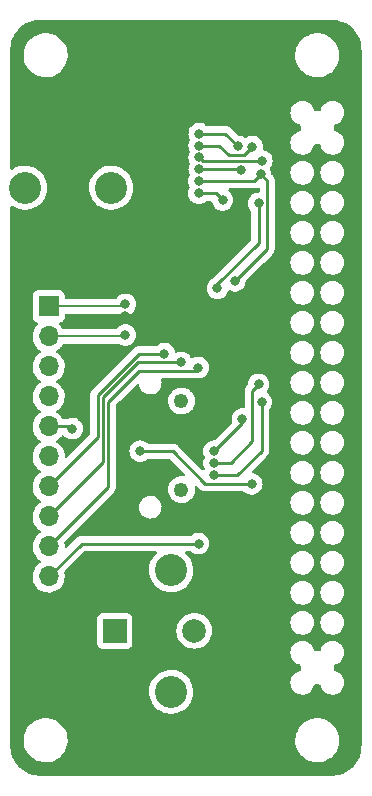
<source format=gbl>
%TF.GenerationSoftware,KiCad,Pcbnew,(6.0.5)*%
%TF.CreationDate,2022-06-23T22:14:41-04:00*%
%TF.ProjectId,pi_zero_shield,70695f7a-6572-46f5-9f73-6869656c642e,rev?*%
%TF.SameCoordinates,Original*%
%TF.FileFunction,Copper,L2,Bot*%
%TF.FilePolarity,Positive*%
%FSLAX46Y46*%
G04 Gerber Fmt 4.6, Leading zero omitted, Abs format (unit mm)*
G04 Created by KiCad (PCBNEW (6.0.5)) date 2022-06-23 22:14:41*
%MOMM*%
%LPD*%
G01*
G04 APERTURE LIST*
%TA.AperFunction,ComponentPad*%
%ADD10C,1.248000*%
%TD*%
%TA.AperFunction,ComponentPad*%
%ADD11C,2.710000*%
%TD*%
%TA.AperFunction,ComponentPad*%
%ADD12R,1.700000X1.700000*%
%TD*%
%TA.AperFunction,ComponentPad*%
%ADD13O,1.700000X1.700000*%
%TD*%
%TA.AperFunction,ComponentPad*%
%ADD14R,2.000000X2.000000*%
%TD*%
%TA.AperFunction,ComponentPad*%
%ADD15C,2.000000*%
%TD*%
%TA.AperFunction,ViaPad*%
%ADD16C,0.800000*%
%TD*%
%TA.AperFunction,Conductor*%
%ADD17C,0.250000*%
%TD*%
%TA.AperFunction,Conductor*%
%ADD18C,0.200000*%
%TD*%
G04 APERTURE END LIST*
D10*
%TO.P,J3,S1,SHIELD*%
%TO.N,unconnected-(J3-PadS1)*%
X129000000Y-106025000D03*
%TO.P,J3,S2,SHIELD*%
%TO.N,unconnected-(J3-PadS2)*%
X129000000Y-113525000D03*
%TD*%
D11*
%TO.P,J5,MP*%
%TO.N,N/C*%
X123050000Y-87965000D03*
X115750000Y-87965000D03*
%TD*%
D12*
%TO.P,J4,1,Pin_1*%
%TO.N,/H+*%
X117750000Y-98025000D03*
D13*
%TO.P,J4,2,Pin_2*%
%TO.N,/H-*%
X117750000Y-100565000D03*
%TO.P,J4,3,Pin_3*%
%TO.N,GPIO20*%
X117750000Y-103105000D03*
%TO.P,J4,4,Pin_4*%
%TO.N,GPIO21*%
X117750000Y-105645000D03*
%TO.P,J4,5,Pin_5*%
%TO.N,GPIO19*%
X117750000Y-108185000D03*
%TO.P,J4,6,Pin_6*%
%TO.N,GPIO26*%
X117750000Y-110725000D03*
%TO.P,J4,7,Pin_7*%
%TO.N,GPIO27*%
X117750000Y-113265000D03*
%TO.P,J4,8,Pin_8*%
%TO.N,GPIO22*%
X117750000Y-115805000D03*
%TO.P,J4,9,Pin_9*%
%TO.N,GPIO23*%
X117750000Y-118345000D03*
%TO.P,J4,10,Pin_10*%
%TO.N,GPIO17*%
X117750000Y-120885000D03*
%TD*%
D11*
%TO.P,J6,MP*%
%TO.N,N/C*%
X128130000Y-130650000D03*
X128130000Y-120350000D03*
%TD*%
D14*
%TO.P,BZ1,1,-*%
%TO.N,Net-(BZ1-Pad1)*%
X123340000Y-125490000D03*
D15*
%TO.P,BZ1,2,+*%
%TO.N,/PWM_13*%
X130090000Y-125490000D03*
%TD*%
D16*
%TO.N,GPIO27*%
X127545970Y-102025500D03*
%TO.N,GPIO22*%
X128975000Y-102750000D03*
%TO.N,GPIO23*%
X130425000Y-103200000D03*
%TO.N,Hall_M2*%
X135525000Y-104625000D03*
X131750000Y-111275000D03*
%TO.N,Hall_M1*%
X135775000Y-106125000D03*
X131750000Y-112275000D03*
%TO.N,Hall_Image*%
X134150000Y-107550500D03*
X131750000Y-110275000D03*
%TO.N,Hall_Button*%
X134950000Y-113050000D03*
X125500000Y-110275000D03*
%TO.N,GPIO17*%
X130450000Y-118100000D03*
%TO.N,GPIO19*%
X119750500Y-108372682D03*
%TO.N,/H+*%
X124249500Y-97837325D03*
%TO.N,/H-*%
X124249500Y-100437325D03*
%TO.N,Haptic_EN*%
X135524500Y-89299465D03*
X132040775Y-96476772D03*
%TO.N,GND*%
X143300000Y-96850000D03*
X143300000Y-86750000D03*
X132056783Y-97894108D03*
X127900000Y-94987325D03*
X125350000Y-107275000D03*
X137650000Y-129900000D03*
X143350000Y-117200000D03*
X143350000Y-104500000D03*
X124257972Y-98836792D03*
X137650000Y-112100000D03*
X143350000Y-122250000D03*
X137700000Y-91800000D03*
%TO.N,SDA*%
X132475500Y-89000000D03*
X130465433Y-88432532D03*
%TO.N,~{SHUT_DWN_SIG}*%
X130457500Y-87400000D03*
X135696046Y-86821437D03*
X133524500Y-95862299D03*
%TO.N,ENDCAP_EN*%
X130500000Y-86400000D03*
X134052189Y-86475590D03*
%TO.N,GPS_INT*%
X135802932Y-85689953D03*
X130500000Y-85400000D03*
%TO.N,IMU_INT*%
X135000000Y-84500000D03*
X130500000Y-84400000D03*
%TO.N,+3V3*%
X130500000Y-83400000D03*
X133800000Y-84475500D03*
%TD*%
D17*
%TO.N,GPIO23*%
X130150000Y-103475000D02*
X130425000Y-103200000D01*
X122800000Y-106100000D02*
X125425000Y-103475000D01*
X122800000Y-113295000D02*
X122800000Y-106100000D01*
X117750000Y-118345000D02*
X122800000Y-113295000D01*
X125425000Y-103475000D02*
X130150000Y-103475000D01*
%TO.N,GPIO22*%
X125300000Y-102750000D02*
X128975000Y-102750000D01*
X122350489Y-105699511D02*
X125300000Y-102750000D01*
X122350489Y-111204511D02*
X122350489Y-105699511D01*
X117750000Y-115805000D02*
X122350489Y-111204511D01*
%TO.N,GPIO27*%
X121900979Y-105513317D02*
X125388796Y-102025500D01*
X125388796Y-102025500D02*
X127545970Y-102025500D01*
X121900978Y-109114022D02*
X121900979Y-105513317D01*
X117750000Y-113265000D02*
X121900978Y-109114022D01*
%TO.N,Hall_M1*%
X135775000Y-110225000D02*
X135775000Y-106125000D01*
X133725000Y-112275000D02*
X135775000Y-110225000D01*
X131750000Y-112275000D02*
X133725000Y-112275000D01*
%TO.N,Hall_M2*%
X135000000Y-109425000D02*
X135000000Y-105150000D01*
X135000000Y-105150000D02*
X135525000Y-104625000D01*
X133150000Y-111275000D02*
X135000000Y-109425000D01*
X131750000Y-111275000D02*
X133150000Y-111275000D01*
%TO.N,Hall_Button*%
X128250000Y-110275000D02*
X131025000Y-113050000D01*
X131025000Y-113050000D02*
X134950000Y-113050000D01*
X125500000Y-110275000D02*
X128250000Y-110275000D01*
%TO.N,Hall_Image*%
X134150000Y-107875000D02*
X134150000Y-107550500D01*
X131750000Y-110275000D02*
X134150000Y-107875000D01*
%TO.N,GPIO17*%
X117750000Y-120885000D02*
X120535000Y-118100000D01*
X120535000Y-118100000D02*
X130450000Y-118100000D01*
%TO.N,GPIO19*%
X117750000Y-108185000D02*
X119562818Y-108185000D01*
X119562818Y-108185000D02*
X119750500Y-108372682D01*
D18*
%TO.N,/H+*%
X124061825Y-98025000D02*
X124249500Y-97837325D01*
X117750000Y-98025000D02*
X124061825Y-98025000D01*
%TO.N,/H-*%
X124121825Y-100565000D02*
X124249500Y-100437325D01*
X117750000Y-100565000D02*
X124121825Y-100565000D01*
D17*
%TO.N,Haptic_EN*%
X132040775Y-96159225D02*
X132040775Y-96476772D01*
X132075489Y-96442058D02*
X132040775Y-96476772D01*
X132075489Y-96400000D02*
X132075489Y-96442058D01*
X135524500Y-89299465D02*
X135524500Y-92675500D01*
X135524500Y-92675500D02*
X132040775Y-96159225D01*
%TO.N,SDA*%
X130465433Y-88432532D02*
X131908032Y-88432532D01*
X131908032Y-88432532D02*
X132475500Y-89000000D01*
%TO.N,~{SHUT_DWN_SIG}*%
X133524500Y-95862299D02*
X136249001Y-93137798D01*
X130457500Y-87400000D02*
X135117483Y-87400000D01*
X136249001Y-93137798D02*
X136249001Y-87374392D01*
X136249001Y-87374392D02*
X135696046Y-86821437D01*
X135117483Y-87400000D02*
X135696046Y-86821437D01*
%TO.N,ENDCAP_EN*%
X130500000Y-86400000D02*
X133976599Y-86400000D01*
X133976599Y-86400000D02*
X134052189Y-86475590D01*
%TO.N,GPS_INT*%
X130800000Y-85700000D02*
X135792885Y-85700000D01*
X130500000Y-85400000D02*
X130800000Y-85700000D01*
X135792885Y-85700000D02*
X135802932Y-85689953D01*
%TO.N,IMU_INT*%
X134300000Y-85200000D02*
X135000000Y-84500000D01*
X132182611Y-84400000D02*
X132982611Y-85200000D01*
X132982611Y-85200000D02*
X134300000Y-85200000D01*
X130500000Y-84400000D02*
X132182611Y-84400000D01*
%TO.N,+3V3*%
X132724500Y-83400000D02*
X133800000Y-84475500D01*
X130500000Y-83400000D02*
X132724500Y-83400000D01*
%TD*%
%TA.AperFunction,Conductor*%
%TO.N,GND*%
G36*
X141720018Y-73760001D02*
G01*
X141734851Y-73762311D01*
X141734855Y-73762311D01*
X141743724Y-73763692D01*
X141760923Y-73761443D01*
X141784863Y-73760610D01*
X142042710Y-73776207D01*
X142057814Y-73778041D01*
X142129786Y-73791230D01*
X142338760Y-73829526D01*
X142353526Y-73833165D01*
X142626231Y-73918143D01*
X142640445Y-73923535D01*
X142900906Y-74040758D01*
X142914379Y-74047829D01*
X143158813Y-74195596D01*
X143171334Y-74204239D01*
X143396167Y-74380383D01*
X143407557Y-74390473D01*
X143609525Y-74592442D01*
X143619614Y-74603830D01*
X143795765Y-74828670D01*
X143804406Y-74841189D01*
X143952176Y-75085630D01*
X143959238Y-75099086D01*
X144076465Y-75359556D01*
X144081858Y-75373774D01*
X144166835Y-75646474D01*
X144170474Y-75661241D01*
X144178072Y-75702700D01*
X144221959Y-75942187D01*
X144223793Y-75957291D01*
X144237177Y-76178543D01*
X144238953Y-76207911D01*
X144237693Y-76234683D01*
X144237691Y-76234848D01*
X144236309Y-76243725D01*
X144237473Y-76252627D01*
X144237473Y-76252629D01*
X144240436Y-76275284D01*
X144241500Y-76291622D01*
X144241501Y-135200627D01*
X144240001Y-135220010D01*
X144236309Y-135243723D01*
X144238558Y-135260918D01*
X144239391Y-135284862D01*
X144223794Y-135542709D01*
X144221960Y-135557813D01*
X144170475Y-135838759D01*
X144166836Y-135853525D01*
X144081858Y-136126230D01*
X144076466Y-136140444D01*
X143972970Y-136370405D01*
X143959244Y-136400903D01*
X143952173Y-136414376D01*
X143804407Y-136658811D01*
X143795764Y-136671333D01*
X143619615Y-136896170D01*
X143609526Y-136907558D01*
X143407561Y-137109524D01*
X143396173Y-137119613D01*
X143291566Y-137201568D01*
X143171332Y-137295765D01*
X143158810Y-137304408D01*
X142914380Y-137452171D01*
X142900909Y-137459241D01*
X142640448Y-137576466D01*
X142626230Y-137581858D01*
X142376740Y-137659602D01*
X142353531Y-137666834D01*
X142338758Y-137670475D01*
X142057815Y-137721960D01*
X142042711Y-137723794D01*
X141792097Y-137738953D01*
X141765285Y-137737692D01*
X141765149Y-137737690D01*
X141756277Y-137736309D01*
X141747375Y-137737473D01*
X141747373Y-137737473D01*
X141732708Y-137739391D01*
X141724715Y-137740436D01*
X141708380Y-137741500D01*
X117049368Y-137741500D01*
X117029983Y-137740000D01*
X117015150Y-137737690D01*
X117015146Y-137737690D01*
X117006277Y-137736309D01*
X116989078Y-137738558D01*
X116965138Y-137739391D01*
X116707291Y-137723794D01*
X116692187Y-137721960D01*
X116620215Y-137708771D01*
X116411241Y-137670475D01*
X116396474Y-137666836D01*
X116396468Y-137666834D01*
X116123770Y-137581858D01*
X116109556Y-137576466D01*
X115849093Y-137459242D01*
X115835624Y-137452173D01*
X115591189Y-137304407D01*
X115578668Y-137295764D01*
X115353830Y-137119615D01*
X115342440Y-137109525D01*
X115140475Y-136907559D01*
X115130386Y-136896171D01*
X114954235Y-136671332D01*
X114945592Y-136658810D01*
X114916798Y-136611179D01*
X114797823Y-136414371D01*
X114790761Y-136400915D01*
X114673534Y-136140445D01*
X114668141Y-136126227D01*
X114583164Y-135853527D01*
X114579523Y-135838754D01*
X114528040Y-135557814D01*
X114526206Y-135542710D01*
X114511269Y-135295774D01*
X114512521Y-135272220D01*
X114512335Y-135272203D01*
X114512771Y-135267345D01*
X114513577Y-135262552D01*
X114513730Y-135250000D01*
X114509774Y-135222376D01*
X114508501Y-135204514D01*
X114508501Y-134691474D01*
X115637673Y-134691474D01*
X115637848Y-134695925D01*
X115639973Y-134749999D01*
X115639973Y-134750000D01*
X115644695Y-134870176D01*
X115648006Y-134954462D01*
X115648806Y-134958842D01*
X115692964Y-135200627D01*
X115695291Y-135213371D01*
X115778585Y-135463034D01*
X115822198Y-135550317D01*
X115857951Y-135621869D01*
X115896226Y-135698470D01*
X116045866Y-135914982D01*
X116224521Y-136108249D01*
X116428624Y-136274415D01*
X116432432Y-136276708D01*
X116432434Y-136276709D01*
X116650289Y-136407868D01*
X116650293Y-136407870D01*
X116654105Y-136410165D01*
X116790027Y-136467721D01*
X116892360Y-136511054D01*
X116892365Y-136511056D01*
X116896463Y-136512791D01*
X116900761Y-136513930D01*
X116900765Y-136513932D01*
X117023663Y-136546517D01*
X117150863Y-136580244D01*
X117412230Y-136611179D01*
X117675348Y-136604978D01*
X117739723Y-136594263D01*
X117930577Y-136562496D01*
X117930581Y-136562495D01*
X117934967Y-136561765D01*
X117939208Y-136560424D01*
X117939211Y-136560423D01*
X118181662Y-136483746D01*
X118181664Y-136483745D01*
X118185908Y-136482403D01*
X118189919Y-136480477D01*
X118189924Y-136480475D01*
X118419144Y-136370405D01*
X118419145Y-136370404D01*
X118423163Y-136368475D01*
X118533188Y-136294958D01*
X118638290Y-136224732D01*
X118638294Y-136224729D01*
X118641998Y-136222254D01*
X118645315Y-136219283D01*
X118645319Y-136219280D01*
X118834730Y-136049629D01*
X118834731Y-136049628D01*
X118838048Y-136046657D01*
X119007399Y-135845189D01*
X119011413Y-135838754D01*
X119144321Y-135625643D01*
X119146675Y-135621869D01*
X119158860Y-135594308D01*
X119251296Y-135385219D01*
X119253094Y-135381152D01*
X119324535Y-135127843D01*
X119329758Y-135088955D01*
X119359144Y-134870176D01*
X119359145Y-134870168D01*
X119359571Y-134866994D01*
X119363248Y-134750000D01*
X119359104Y-134691474D01*
X138637672Y-134691474D01*
X138637847Y-134695925D01*
X138639972Y-134749999D01*
X138639972Y-134750000D01*
X138644694Y-134870176D01*
X138648005Y-134954462D01*
X138648805Y-134958842D01*
X138692963Y-135200627D01*
X138695290Y-135213371D01*
X138778584Y-135463034D01*
X138822197Y-135550317D01*
X138857950Y-135621869D01*
X138896225Y-135698470D01*
X139045865Y-135914982D01*
X139224520Y-136108249D01*
X139428623Y-136274415D01*
X139432431Y-136276708D01*
X139432433Y-136276709D01*
X139650288Y-136407868D01*
X139650292Y-136407870D01*
X139654104Y-136410165D01*
X139790026Y-136467721D01*
X139892359Y-136511054D01*
X139892364Y-136511056D01*
X139896462Y-136512791D01*
X139900760Y-136513930D01*
X139900764Y-136513932D01*
X140023662Y-136546517D01*
X140150862Y-136580244D01*
X140412229Y-136611179D01*
X140675347Y-136604978D01*
X140739722Y-136594263D01*
X140930576Y-136562496D01*
X140930580Y-136562495D01*
X140934966Y-136561765D01*
X140939207Y-136560424D01*
X140939210Y-136560423D01*
X141181661Y-136483746D01*
X141181663Y-136483745D01*
X141185907Y-136482403D01*
X141189918Y-136480477D01*
X141189923Y-136480475D01*
X141419143Y-136370405D01*
X141419144Y-136370404D01*
X141423162Y-136368475D01*
X141533187Y-136294958D01*
X141638289Y-136224732D01*
X141638293Y-136224729D01*
X141641997Y-136222254D01*
X141645314Y-136219283D01*
X141645318Y-136219280D01*
X141834729Y-136049629D01*
X141834730Y-136049628D01*
X141838047Y-136046657D01*
X142007398Y-135845189D01*
X142011412Y-135838754D01*
X142144320Y-135625643D01*
X142146674Y-135621869D01*
X142158859Y-135594308D01*
X142251295Y-135385219D01*
X142253093Y-135381152D01*
X142324534Y-135127843D01*
X142329757Y-135088955D01*
X142359143Y-134870176D01*
X142359144Y-134870168D01*
X142359570Y-134866994D01*
X142363247Y-134750000D01*
X142344659Y-134487466D01*
X142333167Y-134434085D01*
X142290201Y-134234523D01*
X142289264Y-134230171D01*
X142270218Y-134178543D01*
X142199710Y-133987424D01*
X142198169Y-133983247D01*
X142196055Y-133979329D01*
X142075304Y-133755538D01*
X142073191Y-133751622D01*
X141916824Y-133539918D01*
X141732187Y-133352358D01*
X141728647Y-133349657D01*
X141728641Y-133349651D01*
X141526506Y-133195386D01*
X141526502Y-133195383D01*
X141522965Y-133192684D01*
X141293332Y-133064084D01*
X141047870Y-132969122D01*
X141043545Y-132968119D01*
X141043540Y-132968118D01*
X140902794Y-132935495D01*
X140791476Y-132909693D01*
X140529267Y-132886983D01*
X140524832Y-132887227D01*
X140524828Y-132887227D01*
X140270916Y-132901200D01*
X140270909Y-132901201D01*
X140266473Y-132901445D01*
X140138369Y-132926927D01*
X140012711Y-132951921D01*
X140012706Y-132951922D01*
X140008339Y-132952791D01*
X140004136Y-132954267D01*
X139764223Y-133038518D01*
X139764220Y-133038519D01*
X139760015Y-133039996D01*
X139756062Y-133042049D01*
X139756056Y-133042052D01*
X139624615Y-133110331D01*
X139526456Y-133161321D01*
X139522841Y-133163904D01*
X139522835Y-133163908D01*
X139419585Y-133237692D01*
X139312322Y-133314344D01*
X139309095Y-133317422D01*
X139309093Y-133317424D01*
X139275311Y-133349651D01*
X139121885Y-133496011D01*
X138958945Y-133702700D01*
X138930529Y-133751622D01*
X138828987Y-133926438D01*
X138828984Y-133926444D01*
X138826753Y-133930285D01*
X138727947Y-134174225D01*
X138664498Y-134429654D01*
X138637672Y-134691474D01*
X119359104Y-134691474D01*
X119344660Y-134487466D01*
X119333168Y-134434085D01*
X119290202Y-134234523D01*
X119289265Y-134230171D01*
X119270219Y-134178543D01*
X119199711Y-133987424D01*
X119198170Y-133983247D01*
X119196056Y-133979329D01*
X119075305Y-133755538D01*
X119073192Y-133751622D01*
X118916825Y-133539918D01*
X118732188Y-133352358D01*
X118728648Y-133349657D01*
X118728642Y-133349651D01*
X118526507Y-133195386D01*
X118526503Y-133195383D01*
X118522966Y-133192684D01*
X118293333Y-133064084D01*
X118047871Y-132969122D01*
X118043546Y-132968119D01*
X118043541Y-132968118D01*
X117902795Y-132935495D01*
X117791477Y-132909693D01*
X117529268Y-132886983D01*
X117524833Y-132887227D01*
X117524829Y-132887227D01*
X117270917Y-132901200D01*
X117270910Y-132901201D01*
X117266474Y-132901445D01*
X117138370Y-132926927D01*
X117012712Y-132951921D01*
X117012707Y-132951922D01*
X117008340Y-132952791D01*
X117004137Y-132954267D01*
X116764224Y-133038518D01*
X116764221Y-133038519D01*
X116760016Y-133039996D01*
X116756063Y-133042049D01*
X116756057Y-133042052D01*
X116624616Y-133110331D01*
X116526457Y-133161321D01*
X116522842Y-133163904D01*
X116522836Y-133163908D01*
X116419586Y-133237692D01*
X116312323Y-133314344D01*
X116309096Y-133317422D01*
X116309094Y-133317424D01*
X116275312Y-133349651D01*
X116121886Y-133496011D01*
X115958946Y-133702700D01*
X115930530Y-133751622D01*
X115828988Y-133926438D01*
X115828985Y-133926444D01*
X115826754Y-133930285D01*
X115727948Y-134174225D01*
X115664499Y-134429654D01*
X115637673Y-134691474D01*
X114508501Y-134691474D01*
X114508501Y-130591317D01*
X126262662Y-130591317D01*
X126264841Y-130646779D01*
X126271413Y-130814024D01*
X126273023Y-130855012D01*
X126320435Y-131114617D01*
X126403953Y-131364952D01*
X126405945Y-131368939D01*
X126405946Y-131368941D01*
X126481494Y-131520136D01*
X126521910Y-131601022D01*
X126671953Y-131818116D01*
X126851088Y-132011903D01*
X126854542Y-132014715D01*
X127052284Y-132175702D01*
X127052288Y-132175705D01*
X127055741Y-132178516D01*
X127281828Y-132314632D01*
X127285923Y-132316366D01*
X127285925Y-132316367D01*
X127520737Y-132415797D01*
X127520744Y-132415799D01*
X127524838Y-132417533D01*
X127618817Y-132442451D01*
X127775626Y-132484029D01*
X127775631Y-132484030D01*
X127779923Y-132485168D01*
X127784332Y-132485690D01*
X127784338Y-132485691D01*
X127956037Y-132506012D01*
X128041993Y-132516186D01*
X128305819Y-132509969D01*
X128451680Y-132485691D01*
X128561747Y-132467371D01*
X128561751Y-132467370D01*
X128566137Y-132466640D01*
X128570378Y-132465299D01*
X128570381Y-132465298D01*
X128651124Y-132439762D01*
X128817752Y-132387064D01*
X128968593Y-132314632D01*
X129051638Y-132274755D01*
X129051642Y-132274752D01*
X129055646Y-132272830D01*
X129193353Y-132180817D01*
X129271362Y-132128693D01*
X129271366Y-132128690D01*
X129275070Y-132126215D01*
X129278387Y-132123244D01*
X129278391Y-132123241D01*
X129468329Y-131953118D01*
X129468330Y-131953117D01*
X129471647Y-131950146D01*
X129641454Y-131748136D01*
X129781104Y-131524215D01*
X129887810Y-131282851D01*
X129959443Y-131028859D01*
X129978348Y-130888107D01*
X129994146Y-130770491D01*
X129994147Y-130770483D01*
X129994573Y-130767309D01*
X129996055Y-130720170D01*
X129998159Y-130653222D01*
X129998159Y-130653217D01*
X129998260Y-130650000D01*
X129994930Y-130602960D01*
X129979937Y-130391209D01*
X129979622Y-130386760D01*
X129924078Y-130128772D01*
X129917960Y-130112186D01*
X129834279Y-129885361D01*
X129832738Y-129881184D01*
X129828282Y-129872925D01*
X138216645Y-129872925D01*
X138217204Y-129879065D01*
X138233036Y-130053027D01*
X138234570Y-130069888D01*
X138236308Y-130075794D01*
X138236309Y-130075798D01*
X138240387Y-130089653D01*
X138290410Y-130259619D01*
X138293263Y-130265077D01*
X138293265Y-130265081D01*
X138324311Y-130324465D01*
X138382040Y-130434890D01*
X138505968Y-130589025D01*
X138510692Y-130592989D01*
X138514005Y-130595769D01*
X138657474Y-130716154D01*
X138662872Y-130719121D01*
X138662877Y-130719125D01*
X138744684Y-130764098D01*
X138830787Y-130811433D01*
X138836654Y-130813294D01*
X138836656Y-130813295D01*
X138981972Y-130859392D01*
X139019306Y-130871235D01*
X139173227Y-130888500D01*
X139279769Y-130888500D01*
X139282825Y-130888200D01*
X139282832Y-130888200D01*
X139341340Y-130882463D01*
X139426833Y-130874080D01*
X139432734Y-130872298D01*
X139432736Y-130872298D01*
X139506053Y-130850162D01*
X139616169Y-130816916D01*
X139790796Y-130724066D01*
X139885559Y-130646779D01*
X139939287Y-130602960D01*
X139939290Y-130602957D01*
X139944062Y-130599065D01*
X139952368Y-130589025D01*
X140066201Y-130451425D01*
X140066203Y-130451421D01*
X140070130Y-130446675D01*
X140164198Y-130272701D01*
X140213885Y-130112185D01*
X140253136Y-130053027D01*
X140318140Y-130024479D01*
X140356666Y-130025455D01*
X140366969Y-130027318D01*
X140385359Y-130028185D01*
X140390544Y-130028430D01*
X140390551Y-130028430D01*
X140392032Y-130028500D01*
X140560012Y-130028500D01*
X140582629Y-130026581D01*
X140654972Y-130020443D01*
X140724539Y-130034614D01*
X140775402Y-130084147D01*
X140786498Y-130110417D01*
X140830410Y-130259619D01*
X140833263Y-130265077D01*
X140833265Y-130265081D01*
X140864311Y-130324465D01*
X140922040Y-130434890D01*
X141045968Y-130589025D01*
X141050692Y-130592989D01*
X141054005Y-130595769D01*
X141197474Y-130716154D01*
X141202872Y-130719121D01*
X141202877Y-130719125D01*
X141284684Y-130764098D01*
X141370787Y-130811433D01*
X141376654Y-130813294D01*
X141376656Y-130813295D01*
X141521972Y-130859392D01*
X141559306Y-130871235D01*
X141713227Y-130888500D01*
X141819769Y-130888500D01*
X141822825Y-130888200D01*
X141822832Y-130888200D01*
X141881340Y-130882463D01*
X141966833Y-130874080D01*
X141972734Y-130872298D01*
X141972736Y-130872298D01*
X142046053Y-130850162D01*
X142156169Y-130816916D01*
X142330796Y-130724066D01*
X142425559Y-130646779D01*
X142479287Y-130602960D01*
X142479290Y-130602957D01*
X142484062Y-130599065D01*
X142492368Y-130589025D01*
X142606201Y-130451425D01*
X142606203Y-130451421D01*
X142610130Y-130446675D01*
X142704198Y-130272701D01*
X142762682Y-130083768D01*
X142768498Y-130028430D01*
X142782711Y-129893204D01*
X142782711Y-129893202D01*
X142783355Y-129887075D01*
X142765430Y-129690112D01*
X142753312Y-129648936D01*
X142711330Y-129506294D01*
X142709590Y-129500381D01*
X142699919Y-129481881D01*
X142620813Y-129330568D01*
X142617960Y-129325110D01*
X142494032Y-129170975D01*
X142487727Y-129165684D01*
X142395736Y-129088495D01*
X142342526Y-129043846D01*
X142337128Y-129040879D01*
X142337123Y-129040875D01*
X142174608Y-128951533D01*
X142174609Y-128951533D01*
X142169213Y-128948567D01*
X142163346Y-128946706D01*
X142163344Y-128946705D01*
X141989767Y-128891643D01*
X141930883Y-128851979D01*
X141902791Y-128786777D01*
X141902958Y-128754986D01*
X141911323Y-128691874D01*
X141911323Y-128691868D01*
X141912023Y-128686589D01*
X141903201Y-128451620D01*
X141920633Y-128382798D01*
X141972506Y-128334325D01*
X141992694Y-128326272D01*
X142156169Y-128276916D01*
X142330796Y-128184066D01*
X142417062Y-128113709D01*
X142479287Y-128062960D01*
X142479290Y-128062957D01*
X142484062Y-128059065D01*
X142496344Y-128044219D01*
X142606201Y-127911425D01*
X142606203Y-127911421D01*
X142610130Y-127906675D01*
X142704198Y-127732701D01*
X142762682Y-127543768D01*
X142783355Y-127347075D01*
X142773072Y-127234080D01*
X142765989Y-127156251D01*
X142765988Y-127156248D01*
X142765430Y-127150112D01*
X142758556Y-127126754D01*
X142722182Y-127003165D01*
X142709590Y-126960381D01*
X142700905Y-126943767D01*
X142649835Y-126846081D01*
X142617960Y-126785110D01*
X142494032Y-126630975D01*
X142487727Y-126625684D01*
X142448132Y-126592460D01*
X142342526Y-126503846D01*
X142337128Y-126500879D01*
X142337123Y-126500875D01*
X142174608Y-126411533D01*
X142174609Y-126411533D01*
X142169213Y-126408567D01*
X142163346Y-126406706D01*
X142163344Y-126406705D01*
X141986564Y-126350627D01*
X141986563Y-126350627D01*
X141980694Y-126348765D01*
X141826773Y-126331500D01*
X141720231Y-126331500D01*
X141717175Y-126331800D01*
X141717168Y-126331800D01*
X141658660Y-126337537D01*
X141573167Y-126345920D01*
X141567266Y-126347702D01*
X141567264Y-126347702D01*
X141493947Y-126369838D01*
X141383831Y-126403084D01*
X141209204Y-126495934D01*
X141157462Y-126538134D01*
X141060713Y-126617040D01*
X141060710Y-126617043D01*
X141055938Y-126620935D01*
X141052011Y-126625682D01*
X141052009Y-126625684D01*
X140933799Y-126768575D01*
X140933797Y-126768579D01*
X140929870Y-126773325D01*
X140835802Y-126947299D01*
X140822044Y-126991745D01*
X140780252Y-127126754D01*
X140741001Y-127185913D01*
X140675997Y-127214461D01*
X140641278Y-127213581D01*
X140641243Y-127213889D01*
X140637735Y-127213491D01*
X140637466Y-127213484D01*
X140637114Y-127213420D01*
X140637109Y-127213419D01*
X140633031Y-127212682D01*
X140614641Y-127211815D01*
X140609456Y-127211570D01*
X140609449Y-127211570D01*
X140607968Y-127211500D01*
X140439988Y-127211500D01*
X140350772Y-127219070D01*
X140281204Y-127204899D01*
X140230341Y-127155366D01*
X140219245Y-127129096D01*
X140182182Y-127003165D01*
X140169590Y-126960381D01*
X140160905Y-126943767D01*
X140109835Y-126846081D01*
X140077960Y-126785110D01*
X139954032Y-126630975D01*
X139947727Y-126625684D01*
X139908132Y-126592460D01*
X139802526Y-126503846D01*
X139797128Y-126500879D01*
X139797123Y-126500875D01*
X139634608Y-126411533D01*
X139634609Y-126411533D01*
X139629213Y-126408567D01*
X139623346Y-126406706D01*
X139623344Y-126406705D01*
X139446564Y-126350627D01*
X139446563Y-126350627D01*
X139440694Y-126348765D01*
X139286773Y-126331500D01*
X139180231Y-126331500D01*
X139177175Y-126331800D01*
X139177168Y-126331800D01*
X139118660Y-126337537D01*
X139033167Y-126345920D01*
X139027266Y-126347702D01*
X139027264Y-126347702D01*
X138953947Y-126369838D01*
X138843831Y-126403084D01*
X138669204Y-126495934D01*
X138617462Y-126538134D01*
X138520713Y-126617040D01*
X138520710Y-126617043D01*
X138515938Y-126620935D01*
X138512011Y-126625682D01*
X138512009Y-126625684D01*
X138393799Y-126768575D01*
X138393797Y-126768579D01*
X138389870Y-126773325D01*
X138295802Y-126947299D01*
X138237318Y-127136232D01*
X138236674Y-127142357D01*
X138236674Y-127142358D01*
X138226742Y-127236861D01*
X138216645Y-127332925D01*
X138234570Y-127529888D01*
X138290410Y-127719619D01*
X138293263Y-127725077D01*
X138293265Y-127725081D01*
X138340720Y-127815853D01*
X138382040Y-127894890D01*
X138505968Y-128049025D01*
X138510692Y-128052989D01*
X138517933Y-128059065D01*
X138657474Y-128176154D01*
X138662872Y-128179121D01*
X138662877Y-128179125D01*
X138806180Y-128257905D01*
X138830787Y-128271433D01*
X138836654Y-128273294D01*
X138836656Y-128273295D01*
X139012777Y-128329164D01*
X139071661Y-128368828D01*
X139099753Y-128434030D01*
X139099586Y-128465821D01*
X139087977Y-128553411D01*
X139088177Y-128558740D01*
X139088177Y-128558742D01*
X139096056Y-128768603D01*
X139078624Y-128837426D01*
X139026750Y-128885899D01*
X139006563Y-128893952D01*
X138940065Y-128914029D01*
X138843831Y-128943084D01*
X138669204Y-129035934D01*
X138607435Y-129086312D01*
X138520713Y-129157040D01*
X138520710Y-129157043D01*
X138515938Y-129160935D01*
X138512011Y-129165682D01*
X138512009Y-129165684D01*
X138393799Y-129308575D01*
X138393797Y-129308579D01*
X138389870Y-129313325D01*
X138295802Y-129487299D01*
X138237318Y-129676232D01*
X138216645Y-129872925D01*
X129828282Y-129872925D01*
X129729641Y-129690112D01*
X129709537Y-129652852D01*
X129707424Y-129648936D01*
X129550636Y-129436662D01*
X129365503Y-129248597D01*
X129312168Y-129207893D01*
X129159268Y-129091205D01*
X129155717Y-129088495D01*
X128925466Y-128959548D01*
X128890385Y-128945976D01*
X128683499Y-128865937D01*
X128683493Y-128865935D01*
X128679344Y-128864330D01*
X128675012Y-128863326D01*
X128675009Y-128863325D01*
X128563272Y-128837426D01*
X128422260Y-128804741D01*
X128159345Y-128781970D01*
X128154910Y-128782214D01*
X128154906Y-128782214D01*
X127900288Y-128796227D01*
X127900281Y-128796228D01*
X127895845Y-128796472D01*
X127637017Y-128847956D01*
X127388024Y-128935396D01*
X127238640Y-129012995D01*
X127184968Y-129040875D01*
X127153837Y-129057046D01*
X127150222Y-129059629D01*
X127150216Y-129059633D01*
X127112883Y-129086312D01*
X126939126Y-129210481D01*
X126748177Y-129392638D01*
X126584798Y-129599882D01*
X126582561Y-129603734D01*
X126454485Y-129824232D01*
X126454482Y-129824238D01*
X126452251Y-129828079D01*
X126450581Y-129832202D01*
X126354852Y-130068544D01*
X126354849Y-130068552D01*
X126353179Y-130072676D01*
X126289560Y-130328792D01*
X126262662Y-130591317D01*
X114508501Y-130591317D01*
X114508501Y-126538134D01*
X121831500Y-126538134D01*
X121838255Y-126600316D01*
X121889385Y-126736705D01*
X121976739Y-126853261D01*
X122093295Y-126940615D01*
X122229684Y-126991745D01*
X122291866Y-126998500D01*
X124388134Y-126998500D01*
X124450316Y-126991745D01*
X124586705Y-126940615D01*
X124703261Y-126853261D01*
X124790615Y-126736705D01*
X124841745Y-126600316D01*
X124848500Y-126538134D01*
X124848500Y-125490000D01*
X128576835Y-125490000D01*
X128595465Y-125726711D01*
X128596619Y-125731518D01*
X128596620Y-125731524D01*
X128611211Y-125792298D01*
X128650895Y-125957594D01*
X128741760Y-126176963D01*
X128744346Y-126181183D01*
X128863241Y-126375202D01*
X128863245Y-126375208D01*
X128865824Y-126379416D01*
X129020031Y-126559969D01*
X129200584Y-126714176D01*
X129204792Y-126716755D01*
X129204798Y-126716759D01*
X129398817Y-126835654D01*
X129403037Y-126838240D01*
X129407607Y-126840133D01*
X129407611Y-126840135D01*
X129617833Y-126927211D01*
X129622406Y-126929105D01*
X129670349Y-126940615D01*
X129848476Y-126983380D01*
X129848482Y-126983381D01*
X129853289Y-126984535D01*
X130090000Y-127003165D01*
X130326711Y-126984535D01*
X130331518Y-126983381D01*
X130331524Y-126983380D01*
X130509651Y-126940615D01*
X130557594Y-126929105D01*
X130562167Y-126927211D01*
X130772389Y-126840135D01*
X130772393Y-126840133D01*
X130776963Y-126838240D01*
X130781183Y-126835654D01*
X130975202Y-126716759D01*
X130975208Y-126716755D01*
X130979416Y-126714176D01*
X131159969Y-126559969D01*
X131314176Y-126379416D01*
X131316755Y-126375208D01*
X131316759Y-126375202D01*
X131435654Y-126181183D01*
X131438240Y-126176963D01*
X131529105Y-125957594D01*
X131568789Y-125792298D01*
X131583380Y-125731524D01*
X131583381Y-125731518D01*
X131584535Y-125726711D01*
X131603165Y-125490000D01*
X131584535Y-125253289D01*
X131566849Y-125179619D01*
X131530260Y-125027218D01*
X131529105Y-125022406D01*
X131521385Y-125003768D01*
X131440135Y-124807611D01*
X131440133Y-124807607D01*
X131438240Y-124803037D01*
X131432043Y-124792925D01*
X138216645Y-124792925D01*
X138234570Y-124989888D01*
X138236308Y-124995794D01*
X138236309Y-124995798D01*
X138267249Y-125100924D01*
X138290410Y-125179619D01*
X138293263Y-125185077D01*
X138293265Y-125185081D01*
X138326408Y-125248476D01*
X138382040Y-125354890D01*
X138505968Y-125509025D01*
X138510692Y-125512989D01*
X138517933Y-125519065D01*
X138657474Y-125636154D01*
X138662872Y-125639121D01*
X138662877Y-125639125D01*
X138806180Y-125717905D01*
X138830787Y-125731433D01*
X138836654Y-125733294D01*
X138836656Y-125733295D01*
X139013436Y-125789373D01*
X139019306Y-125791235D01*
X139173227Y-125808500D01*
X139279769Y-125808500D01*
X139282825Y-125808200D01*
X139282832Y-125808200D01*
X139341340Y-125802463D01*
X139426833Y-125794080D01*
X139432734Y-125792298D01*
X139432736Y-125792298D01*
X139506053Y-125770162D01*
X139616169Y-125736916D01*
X139790796Y-125644066D01*
X139877062Y-125573709D01*
X139939287Y-125522960D01*
X139939290Y-125522957D01*
X139944062Y-125519065D01*
X139956344Y-125504219D01*
X140066201Y-125371425D01*
X140066203Y-125371421D01*
X140070130Y-125366675D01*
X140164198Y-125192701D01*
X140222682Y-125003768D01*
X140243355Y-124807075D01*
X140242067Y-124792925D01*
X140756645Y-124792925D01*
X140774570Y-124989888D01*
X140776308Y-124995794D01*
X140776309Y-124995798D01*
X140807249Y-125100924D01*
X140830410Y-125179619D01*
X140833263Y-125185077D01*
X140833265Y-125185081D01*
X140866408Y-125248476D01*
X140922040Y-125354890D01*
X141045968Y-125509025D01*
X141050692Y-125512989D01*
X141057933Y-125519065D01*
X141197474Y-125636154D01*
X141202872Y-125639121D01*
X141202877Y-125639125D01*
X141346180Y-125717905D01*
X141370787Y-125731433D01*
X141376654Y-125733294D01*
X141376656Y-125733295D01*
X141553436Y-125789373D01*
X141559306Y-125791235D01*
X141713227Y-125808500D01*
X141819769Y-125808500D01*
X141822825Y-125808200D01*
X141822832Y-125808200D01*
X141881340Y-125802463D01*
X141966833Y-125794080D01*
X141972734Y-125792298D01*
X141972736Y-125792298D01*
X142046053Y-125770162D01*
X142156169Y-125736916D01*
X142330796Y-125644066D01*
X142417062Y-125573709D01*
X142479287Y-125522960D01*
X142479290Y-125522957D01*
X142484062Y-125519065D01*
X142496344Y-125504219D01*
X142606201Y-125371425D01*
X142606203Y-125371421D01*
X142610130Y-125366675D01*
X142704198Y-125192701D01*
X142762682Y-125003768D01*
X142783355Y-124807075D01*
X142765430Y-124610112D01*
X142761520Y-124596825D01*
X142715913Y-124441866D01*
X142709590Y-124420381D01*
X142699919Y-124401881D01*
X142659280Y-124324147D01*
X142617960Y-124245110D01*
X142494032Y-124090975D01*
X142487727Y-124085684D01*
X142438968Y-124044771D01*
X142342526Y-123963846D01*
X142337128Y-123960879D01*
X142337123Y-123960875D01*
X142174608Y-123871533D01*
X142174609Y-123871533D01*
X142169213Y-123868567D01*
X142163346Y-123866706D01*
X142163344Y-123866705D01*
X141986564Y-123810627D01*
X141986563Y-123810627D01*
X141980694Y-123808765D01*
X141826773Y-123791500D01*
X141720231Y-123791500D01*
X141717175Y-123791800D01*
X141717168Y-123791800D01*
X141658660Y-123797537D01*
X141573167Y-123805920D01*
X141567266Y-123807702D01*
X141567264Y-123807702D01*
X141493947Y-123829838D01*
X141383831Y-123863084D01*
X141209204Y-123955934D01*
X141122938Y-124026291D01*
X141060713Y-124077040D01*
X141060710Y-124077043D01*
X141055938Y-124080935D01*
X141052011Y-124085682D01*
X141052009Y-124085684D01*
X140933799Y-124228575D01*
X140933797Y-124228579D01*
X140929870Y-124233325D01*
X140835802Y-124407299D01*
X140777318Y-124596232D01*
X140756645Y-124792925D01*
X140242067Y-124792925D01*
X140225430Y-124610112D01*
X140221520Y-124596825D01*
X140175913Y-124441866D01*
X140169590Y-124420381D01*
X140159919Y-124401881D01*
X140119280Y-124324147D01*
X140077960Y-124245110D01*
X139954032Y-124090975D01*
X139947727Y-124085684D01*
X139898968Y-124044771D01*
X139802526Y-123963846D01*
X139797128Y-123960879D01*
X139797123Y-123960875D01*
X139634608Y-123871533D01*
X139634609Y-123871533D01*
X139629213Y-123868567D01*
X139623346Y-123866706D01*
X139623344Y-123866705D01*
X139446564Y-123810627D01*
X139446563Y-123810627D01*
X139440694Y-123808765D01*
X139286773Y-123791500D01*
X139180231Y-123791500D01*
X139177175Y-123791800D01*
X139177168Y-123791800D01*
X139118660Y-123797537D01*
X139033167Y-123805920D01*
X139027266Y-123807702D01*
X139027264Y-123807702D01*
X138953947Y-123829838D01*
X138843831Y-123863084D01*
X138669204Y-123955934D01*
X138582938Y-124026291D01*
X138520713Y-124077040D01*
X138520710Y-124077043D01*
X138515938Y-124080935D01*
X138512011Y-124085682D01*
X138512009Y-124085684D01*
X138393799Y-124228575D01*
X138393797Y-124228579D01*
X138389870Y-124233325D01*
X138295802Y-124407299D01*
X138237318Y-124596232D01*
X138216645Y-124792925D01*
X131432043Y-124792925D01*
X131316759Y-124604798D01*
X131316755Y-124604792D01*
X131314176Y-124600584D01*
X131159969Y-124420031D01*
X130979416Y-124265824D01*
X130975208Y-124263245D01*
X130975202Y-124263241D01*
X130781183Y-124144346D01*
X130776963Y-124141760D01*
X130772393Y-124139867D01*
X130772389Y-124139865D01*
X130562167Y-124052789D01*
X130562165Y-124052788D01*
X130557594Y-124050895D01*
X130477391Y-124031640D01*
X130331524Y-123996620D01*
X130331518Y-123996619D01*
X130326711Y-123995465D01*
X130090000Y-123976835D01*
X129853289Y-123995465D01*
X129848482Y-123996619D01*
X129848476Y-123996620D01*
X129702609Y-124031640D01*
X129622406Y-124050895D01*
X129617835Y-124052788D01*
X129617833Y-124052789D01*
X129407611Y-124139865D01*
X129407607Y-124139867D01*
X129403037Y-124141760D01*
X129398817Y-124144346D01*
X129204798Y-124263241D01*
X129204792Y-124263245D01*
X129200584Y-124265824D01*
X129020031Y-124420031D01*
X128865824Y-124600584D01*
X128863245Y-124604792D01*
X128863241Y-124604798D01*
X128747957Y-124792925D01*
X128741760Y-124803037D01*
X128739867Y-124807607D01*
X128739865Y-124807611D01*
X128658615Y-125003768D01*
X128650895Y-125022406D01*
X128649740Y-125027218D01*
X128613152Y-125179619D01*
X128595465Y-125253289D01*
X128576835Y-125490000D01*
X124848500Y-125490000D01*
X124848500Y-124441866D01*
X124841745Y-124379684D01*
X124790615Y-124243295D01*
X124703261Y-124126739D01*
X124586705Y-124039385D01*
X124450316Y-123988255D01*
X124388134Y-123981500D01*
X122291866Y-123981500D01*
X122229684Y-123988255D01*
X122093295Y-124039385D01*
X121976739Y-124126739D01*
X121889385Y-124243295D01*
X121838255Y-124379684D01*
X121831500Y-124441866D01*
X121831500Y-126538134D01*
X114508501Y-126538134D01*
X114508501Y-122252925D01*
X138216645Y-122252925D01*
X138234570Y-122449888D01*
X138290410Y-122639619D01*
X138293263Y-122645077D01*
X138293265Y-122645081D01*
X138340720Y-122735853D01*
X138382040Y-122814890D01*
X138505968Y-122969025D01*
X138510692Y-122972989D01*
X138517933Y-122979065D01*
X138657474Y-123096154D01*
X138662872Y-123099121D01*
X138662877Y-123099125D01*
X138806180Y-123177905D01*
X138830787Y-123191433D01*
X138836654Y-123193294D01*
X138836656Y-123193295D01*
X139013436Y-123249373D01*
X139019306Y-123251235D01*
X139173227Y-123268500D01*
X139279769Y-123268500D01*
X139282825Y-123268200D01*
X139282832Y-123268200D01*
X139341340Y-123262463D01*
X139426833Y-123254080D01*
X139432734Y-123252298D01*
X139432736Y-123252298D01*
X139506053Y-123230162D01*
X139616169Y-123196916D01*
X139790796Y-123104066D01*
X139877062Y-123033709D01*
X139939287Y-122982960D01*
X139939290Y-122982957D01*
X139944062Y-122979065D01*
X139956344Y-122964219D01*
X140066201Y-122831425D01*
X140066203Y-122831421D01*
X140070130Y-122826675D01*
X140164198Y-122652701D01*
X140222682Y-122463768D01*
X140243355Y-122267075D01*
X140242067Y-122252925D01*
X140756645Y-122252925D01*
X140774570Y-122449888D01*
X140830410Y-122639619D01*
X140833263Y-122645077D01*
X140833265Y-122645081D01*
X140880720Y-122735853D01*
X140922040Y-122814890D01*
X141045968Y-122969025D01*
X141050692Y-122972989D01*
X141057933Y-122979065D01*
X141197474Y-123096154D01*
X141202872Y-123099121D01*
X141202877Y-123099125D01*
X141346180Y-123177905D01*
X141370787Y-123191433D01*
X141376654Y-123193294D01*
X141376656Y-123193295D01*
X141553436Y-123249373D01*
X141559306Y-123251235D01*
X141713227Y-123268500D01*
X141819769Y-123268500D01*
X141822825Y-123268200D01*
X141822832Y-123268200D01*
X141881340Y-123262463D01*
X141966833Y-123254080D01*
X141972734Y-123252298D01*
X141972736Y-123252298D01*
X142046053Y-123230162D01*
X142156169Y-123196916D01*
X142330796Y-123104066D01*
X142417062Y-123033709D01*
X142479287Y-122982960D01*
X142479290Y-122982957D01*
X142484062Y-122979065D01*
X142496344Y-122964219D01*
X142606201Y-122831425D01*
X142606203Y-122831421D01*
X142610130Y-122826675D01*
X142704198Y-122652701D01*
X142762682Y-122463768D01*
X142783355Y-122267075D01*
X142772873Y-122151895D01*
X142765989Y-122076251D01*
X142765988Y-122076248D01*
X142765430Y-122070112D01*
X142761917Y-122058173D01*
X142711330Y-121886294D01*
X142709590Y-121880381D01*
X142699919Y-121861881D01*
X142620813Y-121710568D01*
X142617960Y-121705110D01*
X142494032Y-121550975D01*
X142487727Y-121545684D01*
X142375535Y-121451544D01*
X142342526Y-121423846D01*
X142337128Y-121420879D01*
X142337123Y-121420875D01*
X142174608Y-121331533D01*
X142174609Y-121331533D01*
X142169213Y-121328567D01*
X142163346Y-121326706D01*
X142163344Y-121326705D01*
X141986564Y-121270627D01*
X141986563Y-121270627D01*
X141980694Y-121268765D01*
X141826773Y-121251500D01*
X141720231Y-121251500D01*
X141717175Y-121251800D01*
X141717168Y-121251800D01*
X141658660Y-121257537D01*
X141573167Y-121265920D01*
X141567266Y-121267702D01*
X141567264Y-121267702D01*
X141501373Y-121287596D01*
X141383831Y-121323084D01*
X141209204Y-121415934D01*
X141174352Y-121444359D01*
X141060713Y-121537040D01*
X141060710Y-121537043D01*
X141055938Y-121540935D01*
X141052011Y-121545682D01*
X141052009Y-121545684D01*
X140933799Y-121688575D01*
X140933797Y-121688579D01*
X140929870Y-121693325D01*
X140835802Y-121867299D01*
X140777318Y-122056232D01*
X140776674Y-122062357D01*
X140776674Y-122062358D01*
X140757314Y-122246564D01*
X140756645Y-122252925D01*
X140242067Y-122252925D01*
X140232873Y-122151895D01*
X140225989Y-122076251D01*
X140225988Y-122076248D01*
X140225430Y-122070112D01*
X140221917Y-122058173D01*
X140171330Y-121886294D01*
X140169590Y-121880381D01*
X140159919Y-121861881D01*
X140080813Y-121710568D01*
X140077960Y-121705110D01*
X139954032Y-121550975D01*
X139947727Y-121545684D01*
X139835535Y-121451544D01*
X139802526Y-121423846D01*
X139797128Y-121420879D01*
X139797123Y-121420875D01*
X139634608Y-121331533D01*
X139634609Y-121331533D01*
X139629213Y-121328567D01*
X139623346Y-121326706D01*
X139623344Y-121326705D01*
X139446564Y-121270627D01*
X139446563Y-121270627D01*
X139440694Y-121268765D01*
X139286773Y-121251500D01*
X139180231Y-121251500D01*
X139177175Y-121251800D01*
X139177168Y-121251800D01*
X139118660Y-121257537D01*
X139033167Y-121265920D01*
X139027266Y-121267702D01*
X139027264Y-121267702D01*
X138961373Y-121287596D01*
X138843831Y-121323084D01*
X138669204Y-121415934D01*
X138634352Y-121444359D01*
X138520713Y-121537040D01*
X138520710Y-121537043D01*
X138515938Y-121540935D01*
X138512011Y-121545682D01*
X138512009Y-121545684D01*
X138393799Y-121688575D01*
X138393797Y-121688579D01*
X138389870Y-121693325D01*
X138295802Y-121867299D01*
X138237318Y-122056232D01*
X138236674Y-122062357D01*
X138236674Y-122062358D01*
X138217314Y-122246564D01*
X138216645Y-122252925D01*
X114508501Y-122252925D01*
X114508501Y-120851695D01*
X116387251Y-120851695D01*
X116387548Y-120856848D01*
X116387548Y-120856851D01*
X116399303Y-121060723D01*
X116400110Y-121074715D01*
X116401247Y-121079761D01*
X116401248Y-121079767D01*
X116421119Y-121167939D01*
X116449222Y-121292639D01*
X116533266Y-121499616D01*
X116562310Y-121547011D01*
X116625511Y-121650146D01*
X116649987Y-121690088D01*
X116796250Y-121858938D01*
X116968126Y-122001632D01*
X117161000Y-122114338D01*
X117369692Y-122194030D01*
X117374760Y-122195061D01*
X117374763Y-122195062D01*
X117482017Y-122216883D01*
X117588597Y-122238567D01*
X117593772Y-122238757D01*
X117593774Y-122238757D01*
X117806673Y-122246564D01*
X117806677Y-122246564D01*
X117811837Y-122246753D01*
X117816957Y-122246097D01*
X117816959Y-122246097D01*
X118028288Y-122219025D01*
X118028289Y-122219025D01*
X118033416Y-122218368D01*
X118042432Y-122215663D01*
X118242429Y-122155661D01*
X118242434Y-122155659D01*
X118247384Y-122154174D01*
X118447994Y-122055896D01*
X118629860Y-121926173D01*
X118681294Y-121874919D01*
X118784435Y-121772137D01*
X118788096Y-121768489D01*
X118847594Y-121685689D01*
X118915435Y-121591277D01*
X118918453Y-121587077D01*
X118933921Y-121555781D01*
X119015136Y-121391453D01*
X119015137Y-121391451D01*
X119017430Y-121386811D01*
X119082370Y-121173069D01*
X119111529Y-120951590D01*
X119113156Y-120885000D01*
X119094852Y-120662361D01*
X119066821Y-120550765D01*
X119069625Y-120479823D01*
X119099930Y-120430974D01*
X120760500Y-118770405D01*
X120822812Y-118736379D01*
X120849595Y-118733500D01*
X126810025Y-118733500D01*
X126878146Y-118753502D01*
X126924639Y-118807158D01*
X126934743Y-118877432D01*
X126905249Y-118942012D01*
X126896997Y-118950670D01*
X126748177Y-119092638D01*
X126745421Y-119096134D01*
X126745420Y-119096135D01*
X126587554Y-119296386D01*
X126584798Y-119299882D01*
X126558386Y-119345354D01*
X126454485Y-119524232D01*
X126454482Y-119524238D01*
X126452251Y-119528079D01*
X126450581Y-119532202D01*
X126354852Y-119768544D01*
X126354849Y-119768552D01*
X126353179Y-119772676D01*
X126289560Y-120028792D01*
X126262662Y-120291317D01*
X126262837Y-120295769D01*
X126268229Y-120432989D01*
X126273023Y-120555012D01*
X126320435Y-120814617D01*
X126403953Y-121064952D01*
X126405945Y-121068939D01*
X126405946Y-121068941D01*
X126506723Y-121270627D01*
X126521910Y-121301022D01*
X126671953Y-121518116D01*
X126674975Y-121521385D01*
X126844809Y-121705110D01*
X126851088Y-121711903D01*
X126854542Y-121714715D01*
X127052284Y-121875702D01*
X127052288Y-121875705D01*
X127055741Y-121878516D01*
X127281828Y-122014632D01*
X127285923Y-122016366D01*
X127285925Y-122016367D01*
X127520737Y-122115797D01*
X127520744Y-122115799D01*
X127524838Y-122117533D01*
X127618817Y-122142451D01*
X127775626Y-122184029D01*
X127775631Y-122184030D01*
X127779923Y-122185168D01*
X127784332Y-122185690D01*
X127784338Y-122185691D01*
X127956037Y-122206012D01*
X128041993Y-122216186D01*
X128305819Y-122209969D01*
X128451680Y-122185691D01*
X128561747Y-122167371D01*
X128561751Y-122167370D01*
X128566137Y-122166640D01*
X128570378Y-122165299D01*
X128570381Y-122165298D01*
X128651124Y-122139762D01*
X128817752Y-122087064D01*
X128968593Y-122014632D01*
X129051638Y-121974755D01*
X129051642Y-121974752D01*
X129055646Y-121972830D01*
X129125473Y-121926173D01*
X129271362Y-121828693D01*
X129271366Y-121828690D01*
X129275070Y-121826215D01*
X129278387Y-121823244D01*
X129278391Y-121823241D01*
X129468329Y-121653118D01*
X129468330Y-121653117D01*
X129471647Y-121650146D01*
X129641454Y-121448136D01*
X129781104Y-121224215D01*
X129887810Y-120982851D01*
X129959443Y-120728859D01*
X129962060Y-120709373D01*
X129994146Y-120470491D01*
X129994147Y-120470483D01*
X129994573Y-120467309D01*
X129996239Y-120414305D01*
X129998159Y-120353222D01*
X129998159Y-120353217D01*
X129998260Y-120350000D01*
X129979622Y-120086760D01*
X129924078Y-119828772D01*
X129885805Y-119725027D01*
X129881340Y-119712925D01*
X138216645Y-119712925D01*
X138217933Y-119727075D01*
X138230543Y-119865635D01*
X138234570Y-119909888D01*
X138290410Y-120099619D01*
X138293263Y-120105077D01*
X138293265Y-120105081D01*
X138340720Y-120195853D01*
X138382040Y-120274890D01*
X138505968Y-120429025D01*
X138510692Y-120432989D01*
X138517933Y-120439065D01*
X138657474Y-120556154D01*
X138662872Y-120559121D01*
X138662877Y-120559125D01*
X138781956Y-120624588D01*
X138830787Y-120651433D01*
X138836654Y-120653294D01*
X138836656Y-120653295D01*
X139013436Y-120709373D01*
X139019306Y-120711235D01*
X139173227Y-120728500D01*
X139279769Y-120728500D01*
X139282825Y-120728200D01*
X139282832Y-120728200D01*
X139341340Y-120722463D01*
X139426833Y-120714080D01*
X139432734Y-120712298D01*
X139432736Y-120712298D01*
X139581040Y-120667522D01*
X139616169Y-120656916D01*
X139790796Y-120564066D01*
X139913369Y-120464098D01*
X139939287Y-120442960D01*
X139939290Y-120442957D01*
X139944062Y-120439065D01*
X139949089Y-120432989D01*
X140066201Y-120291425D01*
X140066203Y-120291421D01*
X140070130Y-120286675D01*
X140164198Y-120112701D01*
X140222682Y-119923768D01*
X140232209Y-119833124D01*
X140242711Y-119733204D01*
X140242711Y-119733202D01*
X140243355Y-119727075D01*
X140242067Y-119712925D01*
X140756645Y-119712925D01*
X140757933Y-119727075D01*
X140770543Y-119865635D01*
X140774570Y-119909888D01*
X140830410Y-120099619D01*
X140833263Y-120105077D01*
X140833265Y-120105081D01*
X140880720Y-120195853D01*
X140922040Y-120274890D01*
X141045968Y-120429025D01*
X141050692Y-120432989D01*
X141057933Y-120439065D01*
X141197474Y-120556154D01*
X141202872Y-120559121D01*
X141202877Y-120559125D01*
X141321956Y-120624588D01*
X141370787Y-120651433D01*
X141376654Y-120653294D01*
X141376656Y-120653295D01*
X141553436Y-120709373D01*
X141559306Y-120711235D01*
X141713227Y-120728500D01*
X141819769Y-120728500D01*
X141822825Y-120728200D01*
X141822832Y-120728200D01*
X141881340Y-120722463D01*
X141966833Y-120714080D01*
X141972734Y-120712298D01*
X141972736Y-120712298D01*
X142121040Y-120667522D01*
X142156169Y-120656916D01*
X142330796Y-120564066D01*
X142453369Y-120464098D01*
X142479287Y-120442960D01*
X142479290Y-120442957D01*
X142484062Y-120439065D01*
X142489089Y-120432989D01*
X142606201Y-120291425D01*
X142606203Y-120291421D01*
X142610130Y-120286675D01*
X142704198Y-120112701D01*
X142762682Y-119923768D01*
X142772209Y-119833124D01*
X142782711Y-119733204D01*
X142782711Y-119733202D01*
X142783355Y-119727075D01*
X142774147Y-119625897D01*
X142765989Y-119536251D01*
X142765988Y-119536248D01*
X142765430Y-119530112D01*
X142709590Y-119340381D01*
X142699919Y-119321881D01*
X142620813Y-119170568D01*
X142617960Y-119165110D01*
X142494032Y-119010975D01*
X142487727Y-119005684D01*
X142427120Y-118954829D01*
X142342526Y-118883846D01*
X142337128Y-118880879D01*
X142337123Y-118880875D01*
X142174608Y-118791533D01*
X142174609Y-118791533D01*
X142169213Y-118788567D01*
X142163346Y-118786706D01*
X142163344Y-118786705D01*
X141986564Y-118730627D01*
X141986563Y-118730627D01*
X141980694Y-118728765D01*
X141826773Y-118711500D01*
X141720231Y-118711500D01*
X141717175Y-118711800D01*
X141717168Y-118711800D01*
X141658660Y-118717537D01*
X141573167Y-118725920D01*
X141567266Y-118727702D01*
X141567264Y-118727702D01*
X141538525Y-118736379D01*
X141383831Y-118783084D01*
X141209204Y-118875934D01*
X141128185Y-118942012D01*
X141060713Y-118997040D01*
X141060710Y-118997043D01*
X141055938Y-119000935D01*
X141052011Y-119005682D01*
X141052009Y-119005684D01*
X140933799Y-119148575D01*
X140933797Y-119148579D01*
X140929870Y-119153325D01*
X140835802Y-119327299D01*
X140777318Y-119516232D01*
X140776674Y-119522357D01*
X140776674Y-119522358D01*
X140775640Y-119532202D01*
X140756645Y-119712925D01*
X140242067Y-119712925D01*
X140234147Y-119625897D01*
X140225989Y-119536251D01*
X140225988Y-119536248D01*
X140225430Y-119530112D01*
X140169590Y-119340381D01*
X140159919Y-119321881D01*
X140080813Y-119170568D01*
X140077960Y-119165110D01*
X139954032Y-119010975D01*
X139947727Y-119005684D01*
X139887120Y-118954829D01*
X139802526Y-118883846D01*
X139797128Y-118880879D01*
X139797123Y-118880875D01*
X139634608Y-118791533D01*
X139634609Y-118791533D01*
X139629213Y-118788567D01*
X139623346Y-118786706D01*
X139623344Y-118786705D01*
X139446564Y-118730627D01*
X139446563Y-118730627D01*
X139440694Y-118728765D01*
X139286773Y-118711500D01*
X139180231Y-118711500D01*
X139177175Y-118711800D01*
X139177168Y-118711800D01*
X139118660Y-118717537D01*
X139033167Y-118725920D01*
X139027266Y-118727702D01*
X139027264Y-118727702D01*
X138998525Y-118736379D01*
X138843831Y-118783084D01*
X138669204Y-118875934D01*
X138588185Y-118942012D01*
X138520713Y-118997040D01*
X138520710Y-118997043D01*
X138515938Y-119000935D01*
X138512011Y-119005682D01*
X138512009Y-119005684D01*
X138393799Y-119148575D01*
X138393797Y-119148579D01*
X138389870Y-119153325D01*
X138295802Y-119327299D01*
X138237318Y-119516232D01*
X138236674Y-119522357D01*
X138236674Y-119522358D01*
X138235640Y-119532202D01*
X138216645Y-119712925D01*
X129881340Y-119712925D01*
X129834279Y-119585361D01*
X129832738Y-119581184D01*
X129797692Y-119516232D01*
X129709537Y-119352852D01*
X129707424Y-119348936D01*
X129634480Y-119250177D01*
X129553285Y-119140248D01*
X129553282Y-119140245D01*
X129550636Y-119136662D01*
X129365503Y-118948597D01*
X129366899Y-118947223D01*
X129333311Y-118893996D01*
X129333899Y-118823002D01*
X129372776Y-118763596D01*
X129437598Y-118734638D01*
X129454497Y-118733500D01*
X129741800Y-118733500D01*
X129809921Y-118753502D01*
X129829147Y-118769843D01*
X129829420Y-118769540D01*
X129834332Y-118773963D01*
X129838747Y-118778866D01*
X129993248Y-118891118D01*
X129999276Y-118893802D01*
X129999278Y-118893803D01*
X130156989Y-118964020D01*
X130167712Y-118968794D01*
X130261112Y-118988647D01*
X130348056Y-119007128D01*
X130348061Y-119007128D01*
X130354513Y-119008500D01*
X130545487Y-119008500D01*
X130551939Y-119007128D01*
X130551944Y-119007128D01*
X130638888Y-118988647D01*
X130732288Y-118968794D01*
X130743011Y-118964020D01*
X130900722Y-118893803D01*
X130900724Y-118893802D01*
X130906752Y-118891118D01*
X131061253Y-118778866D01*
X131089409Y-118747596D01*
X131184621Y-118641852D01*
X131184622Y-118641851D01*
X131189040Y-118636944D01*
X131284527Y-118471556D01*
X131343542Y-118289928D01*
X131363504Y-118100000D01*
X131343542Y-117910072D01*
X131284527Y-117728444D01*
X131189040Y-117563056D01*
X131172882Y-117545110D01*
X131065675Y-117426045D01*
X131065674Y-117426044D01*
X131061253Y-117421134D01*
X130934955Y-117329373D01*
X130912094Y-117312763D01*
X130912093Y-117312762D01*
X130906752Y-117308882D01*
X130900724Y-117306198D01*
X130900722Y-117306197D01*
X130738319Y-117233891D01*
X130738318Y-117233891D01*
X130732288Y-117231206D01*
X130638888Y-117211353D01*
X130551944Y-117192872D01*
X130551939Y-117192872D01*
X130545487Y-117191500D01*
X130354513Y-117191500D01*
X130348061Y-117192872D01*
X130348056Y-117192872D01*
X130261112Y-117211353D01*
X130167712Y-117231206D01*
X130161682Y-117233891D01*
X130161681Y-117233891D01*
X129999278Y-117306197D01*
X129999276Y-117306198D01*
X129993248Y-117308882D01*
X129987907Y-117312762D01*
X129987906Y-117312763D01*
X129917730Y-117363749D01*
X129838747Y-117421134D01*
X129834332Y-117426037D01*
X129829420Y-117430460D01*
X129828295Y-117429211D01*
X129774986Y-117462051D01*
X129741800Y-117466500D01*
X120613768Y-117466500D01*
X120602585Y-117465973D01*
X120595092Y-117464298D01*
X120587166Y-117464547D01*
X120587165Y-117464547D01*
X120527002Y-117466438D01*
X120523044Y-117466500D01*
X120495144Y-117466500D01*
X120491154Y-117467004D01*
X120479320Y-117467936D01*
X120435111Y-117469326D01*
X120427497Y-117471538D01*
X120427492Y-117471539D01*
X120415659Y-117474977D01*
X120396296Y-117478988D01*
X120376203Y-117481526D01*
X120368836Y-117484443D01*
X120368831Y-117484444D01*
X120335092Y-117497802D01*
X120323865Y-117501646D01*
X120281407Y-117513982D01*
X120274581Y-117518019D01*
X120263972Y-117524293D01*
X120246224Y-117532988D01*
X120227383Y-117540448D01*
X120220967Y-117545110D01*
X120220966Y-117545110D01*
X120191613Y-117566436D01*
X120181693Y-117572952D01*
X120150465Y-117591420D01*
X120150462Y-117591422D01*
X120143638Y-117595458D01*
X120129317Y-117609779D01*
X120114284Y-117622619D01*
X120097893Y-117634528D01*
X120092842Y-117640634D01*
X120069702Y-117668605D01*
X120061712Y-117677384D01*
X119326877Y-118412219D01*
X119264565Y-118446245D01*
X119193750Y-118441180D01*
X119136914Y-118398633D01*
X119112206Y-118333448D01*
X119094852Y-118122361D01*
X119066821Y-118010765D01*
X119069625Y-117939823D01*
X119099930Y-117890974D01*
X119817979Y-117172925D01*
X138216645Y-117172925D01*
X138218336Y-117191507D01*
X138230543Y-117325635D01*
X138234570Y-117369888D01*
X138236308Y-117375794D01*
X138236309Y-117375798D01*
X138252029Y-117429211D01*
X138290410Y-117559619D01*
X138293263Y-117565077D01*
X138293265Y-117565081D01*
X138316633Y-117609779D01*
X138382040Y-117734890D01*
X138505968Y-117889025D01*
X138510692Y-117892989D01*
X138517933Y-117899065D01*
X138657474Y-118016154D01*
X138662872Y-118019121D01*
X138662877Y-118019125D01*
X138800362Y-118094707D01*
X138830787Y-118111433D01*
X138836654Y-118113294D01*
X138836656Y-118113295D01*
X139013436Y-118169373D01*
X139019306Y-118171235D01*
X139173227Y-118188500D01*
X139279769Y-118188500D01*
X139282825Y-118188200D01*
X139282832Y-118188200D01*
X139341340Y-118182463D01*
X139426833Y-118174080D01*
X139432734Y-118172298D01*
X139432736Y-118172298D01*
X139581040Y-118127522D01*
X139616169Y-118116916D01*
X139790796Y-118024066D01*
X139894088Y-117939823D01*
X139939287Y-117902960D01*
X139939290Y-117902957D01*
X139944062Y-117899065D01*
X139949089Y-117892989D01*
X140066201Y-117751425D01*
X140066203Y-117751421D01*
X140070130Y-117746675D01*
X140164198Y-117572701D01*
X140222682Y-117383768D01*
X140243355Y-117187075D01*
X140242067Y-117172925D01*
X140756645Y-117172925D01*
X140758336Y-117191507D01*
X140770543Y-117325635D01*
X140774570Y-117369888D01*
X140776308Y-117375794D01*
X140776309Y-117375798D01*
X140792029Y-117429211D01*
X140830410Y-117559619D01*
X140833263Y-117565077D01*
X140833265Y-117565081D01*
X140856633Y-117609779D01*
X140922040Y-117734890D01*
X141045968Y-117889025D01*
X141050692Y-117892989D01*
X141057933Y-117899065D01*
X141197474Y-118016154D01*
X141202872Y-118019121D01*
X141202877Y-118019125D01*
X141340362Y-118094707D01*
X141370787Y-118111433D01*
X141376654Y-118113294D01*
X141376656Y-118113295D01*
X141553436Y-118169373D01*
X141559306Y-118171235D01*
X141713227Y-118188500D01*
X141819769Y-118188500D01*
X141822825Y-118188200D01*
X141822832Y-118188200D01*
X141881340Y-118182463D01*
X141966833Y-118174080D01*
X141972734Y-118172298D01*
X141972736Y-118172298D01*
X142121040Y-118127522D01*
X142156169Y-118116916D01*
X142330796Y-118024066D01*
X142434088Y-117939823D01*
X142479287Y-117902960D01*
X142479290Y-117902957D01*
X142484062Y-117899065D01*
X142489089Y-117892989D01*
X142606201Y-117751425D01*
X142606203Y-117751421D01*
X142610130Y-117746675D01*
X142704198Y-117572701D01*
X142762682Y-117383768D01*
X142783355Y-117187075D01*
X142774147Y-117085897D01*
X142765989Y-116996251D01*
X142765988Y-116996248D01*
X142765430Y-116990112D01*
X142709590Y-116800381D01*
X142699919Y-116781881D01*
X142620813Y-116630568D01*
X142617960Y-116625110D01*
X142494032Y-116470975D01*
X142487727Y-116465684D01*
X142427120Y-116414829D01*
X142342526Y-116343846D01*
X142337128Y-116340879D01*
X142337123Y-116340875D01*
X142174608Y-116251533D01*
X142174609Y-116251533D01*
X142169213Y-116248567D01*
X142163346Y-116246706D01*
X142163344Y-116246705D01*
X141986564Y-116190627D01*
X141986563Y-116190627D01*
X141980694Y-116188765D01*
X141826773Y-116171500D01*
X141720231Y-116171500D01*
X141717175Y-116171800D01*
X141717168Y-116171800D01*
X141658660Y-116177537D01*
X141573167Y-116185920D01*
X141567266Y-116187702D01*
X141567264Y-116187702D01*
X141501373Y-116207596D01*
X141383831Y-116243084D01*
X141209204Y-116335934D01*
X141122938Y-116406291D01*
X141060713Y-116457040D01*
X141060710Y-116457043D01*
X141055938Y-116460935D01*
X141052011Y-116465682D01*
X141052009Y-116465684D01*
X140933799Y-116608575D01*
X140933797Y-116608579D01*
X140929870Y-116613325D01*
X140835802Y-116787299D01*
X140777318Y-116976232D01*
X140756645Y-117172925D01*
X140242067Y-117172925D01*
X140234147Y-117085897D01*
X140225989Y-116996251D01*
X140225988Y-116996248D01*
X140225430Y-116990112D01*
X140169590Y-116800381D01*
X140159919Y-116781881D01*
X140080813Y-116630568D01*
X140077960Y-116625110D01*
X139954032Y-116470975D01*
X139947727Y-116465684D01*
X139887120Y-116414829D01*
X139802526Y-116343846D01*
X139797128Y-116340879D01*
X139797123Y-116340875D01*
X139634608Y-116251533D01*
X139634609Y-116251533D01*
X139629213Y-116248567D01*
X139623346Y-116246706D01*
X139623344Y-116246705D01*
X139446564Y-116190627D01*
X139446563Y-116190627D01*
X139440694Y-116188765D01*
X139286773Y-116171500D01*
X139180231Y-116171500D01*
X139177175Y-116171800D01*
X139177168Y-116171800D01*
X139118660Y-116177537D01*
X139033167Y-116185920D01*
X139027266Y-116187702D01*
X139027264Y-116187702D01*
X138961373Y-116207596D01*
X138843831Y-116243084D01*
X138669204Y-116335934D01*
X138582938Y-116406291D01*
X138520713Y-116457040D01*
X138520710Y-116457043D01*
X138515938Y-116460935D01*
X138512011Y-116465682D01*
X138512009Y-116465684D01*
X138393799Y-116608575D01*
X138393797Y-116608579D01*
X138389870Y-116613325D01*
X138295802Y-116787299D01*
X138237318Y-116976232D01*
X138216645Y-117172925D01*
X119817979Y-117172925D01*
X121919086Y-115071818D01*
X125392727Y-115071818D01*
X125421693Y-115263349D01*
X125488581Y-115445142D01*
X125491939Y-115450558D01*
X125491941Y-115450562D01*
X125587293Y-115604350D01*
X125587296Y-115604354D01*
X125590656Y-115609773D01*
X125723751Y-115750517D01*
X125882427Y-115861623D01*
X126060204Y-115938554D01*
X126066452Y-115939859D01*
X126066451Y-115939859D01*
X126245073Y-115977176D01*
X126245077Y-115977176D01*
X126249818Y-115978167D01*
X126256172Y-115978500D01*
X126398408Y-115978500D01*
X126444161Y-115973853D01*
X126536368Y-115964487D01*
X126536370Y-115964487D01*
X126542716Y-115963842D01*
X126727561Y-115905915D01*
X126896982Y-115812003D01*
X127044059Y-115685943D01*
X127107349Y-115604350D01*
X127158868Y-115537933D01*
X127158870Y-115537930D01*
X127162784Y-115532884D01*
X127248307Y-115359077D01*
X127249914Y-115352907D01*
X127249916Y-115352902D01*
X127295525Y-115177806D01*
X127295525Y-115177803D01*
X127297135Y-115171624D01*
X127304416Y-115032701D01*
X127306939Y-114984563D01*
X127306939Y-114984559D01*
X127307273Y-114978182D01*
X127278307Y-114786651D01*
X127211419Y-114604858D01*
X127208061Y-114599442D01*
X127208059Y-114599438D01*
X127112707Y-114445650D01*
X127112704Y-114445646D01*
X127109344Y-114440227D01*
X127056402Y-114384242D01*
X126980638Y-114304124D01*
X126980637Y-114304123D01*
X126976249Y-114299483D01*
X126817573Y-114188377D01*
X126639796Y-114111446D01*
X126554737Y-114093676D01*
X126454927Y-114072824D01*
X126454923Y-114072824D01*
X126450182Y-114071833D01*
X126443828Y-114071500D01*
X126301592Y-114071500D01*
X126283625Y-114073325D01*
X126163632Y-114085513D01*
X126163630Y-114085513D01*
X126157284Y-114086158D01*
X125972439Y-114144085D01*
X125803018Y-114237997D01*
X125798170Y-114242153D01*
X125798169Y-114242153D01*
X125696576Y-114329229D01*
X125655941Y-114364057D01*
X125640284Y-114384242D01*
X125579719Y-114462322D01*
X125537216Y-114517116D01*
X125451693Y-114690923D01*
X125450086Y-114697093D01*
X125450084Y-114697098D01*
X125404475Y-114872194D01*
X125402865Y-114878376D01*
X125402531Y-114884756D01*
X125395086Y-115026814D01*
X125392727Y-115071818D01*
X121919086Y-115071818D01*
X123192247Y-113798657D01*
X123200537Y-113791113D01*
X123207018Y-113787000D01*
X123253659Y-113737332D01*
X123256413Y-113734491D01*
X123276134Y-113714770D01*
X123278612Y-113711575D01*
X123286318Y-113702553D01*
X123300942Y-113686980D01*
X123316586Y-113670321D01*
X123322732Y-113659142D01*
X123326346Y-113652568D01*
X123337199Y-113636045D01*
X123338356Y-113634553D01*
X123349613Y-113620041D01*
X123367176Y-113579457D01*
X123372383Y-113568827D01*
X123393695Y-113530060D01*
X123395666Y-113522383D01*
X123395668Y-113522378D01*
X123398732Y-113510442D01*
X123405138Y-113491730D01*
X123410034Y-113480417D01*
X123413181Y-113473145D01*
X123415736Y-113457018D01*
X123420097Y-113429481D01*
X123422504Y-113417860D01*
X123431528Y-113382711D01*
X123431528Y-113382710D01*
X123433500Y-113375030D01*
X123433500Y-113354769D01*
X123435051Y-113335058D01*
X123436979Y-113322885D01*
X123438219Y-113315057D01*
X123434059Y-113271046D01*
X123433500Y-113259189D01*
X123433500Y-110275000D01*
X124586496Y-110275000D01*
X124587186Y-110281565D01*
X124605140Y-110452384D01*
X124606458Y-110464928D01*
X124665473Y-110646556D01*
X124668776Y-110652278D01*
X124668777Y-110652279D01*
X124691534Y-110691695D01*
X124760960Y-110811944D01*
X124888747Y-110953866D01*
X125043248Y-111066118D01*
X125049276Y-111068802D01*
X125049278Y-111068803D01*
X125192657Y-111132639D01*
X125217712Y-111143794D01*
X125300085Y-111161303D01*
X125398056Y-111182128D01*
X125398061Y-111182128D01*
X125404513Y-111183500D01*
X125595487Y-111183500D01*
X125601939Y-111182128D01*
X125601944Y-111182128D01*
X125699915Y-111161303D01*
X125782288Y-111143794D01*
X125807343Y-111132639D01*
X125950722Y-111068803D01*
X125950724Y-111068802D01*
X125956752Y-111066118D01*
X126029768Y-111013069D01*
X126105511Y-110958038D01*
X126111253Y-110953866D01*
X126115668Y-110948963D01*
X126120580Y-110944540D01*
X126121705Y-110945789D01*
X126175014Y-110912949D01*
X126208200Y-110908500D01*
X127935406Y-110908500D01*
X128003527Y-110928502D01*
X128024501Y-110945405D01*
X129267189Y-112188093D01*
X129301215Y-112250405D01*
X129296150Y-112321220D01*
X129253603Y-112378056D01*
X129187083Y-112402867D01*
X129153516Y-112400767D01*
X129118886Y-112393879D01*
X129113111Y-112393803D01*
X129113107Y-112393803D01*
X129008685Y-112392436D01*
X128910764Y-112391154D01*
X128905067Y-112392133D01*
X128905066Y-112392133D01*
X128711329Y-112425423D01*
X128705632Y-112426402D01*
X128510357Y-112498443D01*
X128505396Y-112501395D01*
X128505395Y-112501395D01*
X128336449Y-112601907D01*
X128336446Y-112601909D01*
X128331481Y-112604863D01*
X128327141Y-112608669D01*
X128327137Y-112608672D01*
X128180148Y-112737579D01*
X128174994Y-112742099D01*
X128171419Y-112746634D01*
X128171418Y-112746635D01*
X128082188Y-112859823D01*
X128046136Y-112905554D01*
X128043448Y-112910663D01*
X127951913Y-113084642D01*
X127951911Y-113084647D01*
X127949224Y-113089754D01*
X127943403Y-113108500D01*
X127894768Y-113265132D01*
X127887502Y-113288531D01*
X127863038Y-113495228D01*
X127876651Y-113702921D01*
X127927885Y-113904656D01*
X128015024Y-114093676D01*
X128018355Y-114098389D01*
X128018356Y-114098391D01*
X128128980Y-114254919D01*
X128135151Y-114263651D01*
X128284241Y-114408889D01*
X128289044Y-114412098D01*
X128289045Y-114412099D01*
X128324201Y-114435589D01*
X128457303Y-114524524D01*
X128462605Y-114526802D01*
X128462607Y-114526803D01*
X128553563Y-114565881D01*
X128648539Y-114606686D01*
X128791633Y-114639065D01*
X128836061Y-114649118D01*
X128851546Y-114652622D01*
X128857317Y-114652849D01*
X128857319Y-114652849D01*
X128926959Y-114655585D01*
X129059524Y-114660793D01*
X129251730Y-114632925D01*
X138216645Y-114632925D01*
X138217933Y-114647075D01*
X138230543Y-114785635D01*
X138234570Y-114829888D01*
X138236308Y-114835794D01*
X138236309Y-114835798D01*
X138250718Y-114884756D01*
X138290410Y-115019619D01*
X138293263Y-115025077D01*
X138293265Y-115025081D01*
X138314363Y-115065437D01*
X138382040Y-115194890D01*
X138505968Y-115349025D01*
X138510692Y-115352989D01*
X138517933Y-115359065D01*
X138657474Y-115476154D01*
X138662872Y-115479121D01*
X138662877Y-115479125D01*
X138750241Y-115527153D01*
X138830787Y-115571433D01*
X138836654Y-115573294D01*
X138836656Y-115573295D01*
X138934554Y-115604350D01*
X139019306Y-115631235D01*
X139173227Y-115648500D01*
X139279769Y-115648500D01*
X139282825Y-115648200D01*
X139282832Y-115648200D01*
X139341340Y-115642463D01*
X139426833Y-115634080D01*
X139432734Y-115632298D01*
X139432736Y-115632298D01*
X139581040Y-115587522D01*
X139616169Y-115576916D01*
X139790796Y-115484066D01*
X139894088Y-115399823D01*
X139939287Y-115362960D01*
X139939290Y-115362957D01*
X139944062Y-115359065D01*
X139949089Y-115352989D01*
X140066201Y-115211425D01*
X140066203Y-115211421D01*
X140070130Y-115206675D01*
X140164198Y-115032701D01*
X140222682Y-114843768D01*
X140229315Y-114780660D01*
X140242711Y-114653204D01*
X140242711Y-114653202D01*
X140243355Y-114647075D01*
X140242067Y-114632925D01*
X140756645Y-114632925D01*
X140757933Y-114647075D01*
X140770543Y-114785635D01*
X140774570Y-114829888D01*
X140776308Y-114835794D01*
X140776309Y-114835798D01*
X140790718Y-114884756D01*
X140830410Y-115019619D01*
X140833263Y-115025077D01*
X140833265Y-115025081D01*
X140854363Y-115065437D01*
X140922040Y-115194890D01*
X141045968Y-115349025D01*
X141050692Y-115352989D01*
X141057933Y-115359065D01*
X141197474Y-115476154D01*
X141202872Y-115479121D01*
X141202877Y-115479125D01*
X141290241Y-115527153D01*
X141370787Y-115571433D01*
X141376654Y-115573294D01*
X141376656Y-115573295D01*
X141474554Y-115604350D01*
X141559306Y-115631235D01*
X141713227Y-115648500D01*
X141819769Y-115648500D01*
X141822825Y-115648200D01*
X141822832Y-115648200D01*
X141881340Y-115642463D01*
X141966833Y-115634080D01*
X141972734Y-115632298D01*
X141972736Y-115632298D01*
X142121040Y-115587522D01*
X142156169Y-115576916D01*
X142330796Y-115484066D01*
X142434088Y-115399823D01*
X142479287Y-115362960D01*
X142479290Y-115362957D01*
X142484062Y-115359065D01*
X142489089Y-115352989D01*
X142606201Y-115211425D01*
X142606203Y-115211421D01*
X142610130Y-115206675D01*
X142704198Y-115032701D01*
X142762682Y-114843768D01*
X142769315Y-114780660D01*
X142782711Y-114653204D01*
X142782711Y-114653202D01*
X142783355Y-114647075D01*
X142774147Y-114545897D01*
X142765989Y-114456251D01*
X142765988Y-114456248D01*
X142765430Y-114450112D01*
X142754243Y-114412099D01*
X142711330Y-114266294D01*
X142709590Y-114260381D01*
X142699919Y-114241881D01*
X142650411Y-114147183D01*
X142617960Y-114085110D01*
X142494032Y-113930975D01*
X142487727Y-113925684D01*
X142462666Y-113904656D01*
X142342526Y-113803846D01*
X142337128Y-113800879D01*
X142337123Y-113800875D01*
X142180496Y-113714770D01*
X142169213Y-113708567D01*
X142163346Y-113706706D01*
X142163344Y-113706705D01*
X141986564Y-113650627D01*
X141986563Y-113650627D01*
X141980694Y-113648765D01*
X141826773Y-113631500D01*
X141720231Y-113631500D01*
X141717175Y-113631800D01*
X141717168Y-113631800D01*
X141658660Y-113637537D01*
X141573167Y-113645920D01*
X141567266Y-113647702D01*
X141567264Y-113647702D01*
X141515996Y-113663181D01*
X141383831Y-113703084D01*
X141209204Y-113795934D01*
X141158562Y-113837237D01*
X141060713Y-113917040D01*
X141060710Y-113917043D01*
X141055938Y-113920935D01*
X141052011Y-113925682D01*
X141052009Y-113925684D01*
X140933799Y-114068575D01*
X140933797Y-114068579D01*
X140929870Y-114073325D01*
X140835802Y-114247299D01*
X140777318Y-114436232D01*
X140776674Y-114442357D01*
X140776674Y-114442358D01*
X140760165Y-114599438D01*
X140756645Y-114632925D01*
X140242067Y-114632925D01*
X140234147Y-114545897D01*
X140225989Y-114456251D01*
X140225988Y-114456248D01*
X140225430Y-114450112D01*
X140214243Y-114412099D01*
X140171330Y-114266294D01*
X140169590Y-114260381D01*
X140159919Y-114241881D01*
X140110411Y-114147183D01*
X140077960Y-114085110D01*
X139954032Y-113930975D01*
X139947727Y-113925684D01*
X139922666Y-113904656D01*
X139802526Y-113803846D01*
X139797128Y-113800879D01*
X139797123Y-113800875D01*
X139640496Y-113714770D01*
X139629213Y-113708567D01*
X139623346Y-113706706D01*
X139623344Y-113706705D01*
X139446564Y-113650627D01*
X139446563Y-113650627D01*
X139440694Y-113648765D01*
X139286773Y-113631500D01*
X139180231Y-113631500D01*
X139177175Y-113631800D01*
X139177168Y-113631800D01*
X139118660Y-113637537D01*
X139033167Y-113645920D01*
X139027266Y-113647702D01*
X139027264Y-113647702D01*
X138975996Y-113663181D01*
X138843831Y-113703084D01*
X138669204Y-113795934D01*
X138618562Y-113837237D01*
X138520713Y-113917040D01*
X138520710Y-113917043D01*
X138515938Y-113920935D01*
X138512011Y-113925682D01*
X138512009Y-113925684D01*
X138393799Y-114068575D01*
X138393797Y-114068579D01*
X138389870Y-114073325D01*
X138295802Y-114247299D01*
X138237318Y-114436232D01*
X138236674Y-114442357D01*
X138236674Y-114442358D01*
X138220165Y-114599438D01*
X138216645Y-114632925D01*
X129251730Y-114632925D01*
X129265510Y-114630927D01*
X129270974Y-114629072D01*
X129270979Y-114629071D01*
X129457131Y-114565881D01*
X129457136Y-114565879D01*
X129462603Y-114564023D01*
X129644203Y-114462322D01*
X129670770Y-114440227D01*
X129799797Y-114332915D01*
X129804229Y-114329229D01*
X129872370Y-114247299D01*
X129933628Y-114173645D01*
X129933630Y-114173642D01*
X129937322Y-114169203D01*
X130039023Y-113987603D01*
X130040879Y-113982136D01*
X130040881Y-113982131D01*
X130104071Y-113795979D01*
X130104072Y-113795974D01*
X130105927Y-113790510D01*
X130135793Y-113584524D01*
X130137352Y-113525000D01*
X130122017Y-113358111D01*
X130135702Y-113288446D01*
X130184878Y-113237239D01*
X130253933Y-113220747D01*
X130320941Y-113244207D01*
X130336583Y-113257487D01*
X130521343Y-113442247D01*
X130528887Y-113450537D01*
X130533000Y-113457018D01*
X130538777Y-113462443D01*
X130582667Y-113503658D01*
X130585509Y-113506413D01*
X130605231Y-113526135D01*
X130608355Y-113528558D01*
X130608359Y-113528562D01*
X130608424Y-113528612D01*
X130617445Y-113536317D01*
X130649679Y-113566586D01*
X130656627Y-113570405D01*
X130656629Y-113570407D01*
X130667432Y-113576346D01*
X130683959Y-113587202D01*
X130693698Y-113594757D01*
X130693700Y-113594758D01*
X130699960Y-113599614D01*
X130740540Y-113617174D01*
X130751188Y-113622391D01*
X130776025Y-113636045D01*
X130789940Y-113643695D01*
X130797616Y-113645666D01*
X130797619Y-113645667D01*
X130809562Y-113648733D01*
X130828267Y-113655137D01*
X130846855Y-113663181D01*
X130854678Y-113664420D01*
X130854688Y-113664423D01*
X130890524Y-113670099D01*
X130902144Y-113672505D01*
X130937289Y-113681528D01*
X130944970Y-113683500D01*
X130965224Y-113683500D01*
X130984934Y-113685051D01*
X131004943Y-113688220D01*
X131012835Y-113687474D01*
X131048961Y-113684059D01*
X131060819Y-113683500D01*
X134241800Y-113683500D01*
X134309921Y-113703502D01*
X134329147Y-113719843D01*
X134329420Y-113719540D01*
X134334332Y-113723963D01*
X134338747Y-113728866D01*
X134493248Y-113841118D01*
X134499276Y-113843802D01*
X134499278Y-113843803D01*
X134635957Y-113904656D01*
X134667712Y-113918794D01*
X134747629Y-113935781D01*
X134848056Y-113957128D01*
X134848061Y-113957128D01*
X134854513Y-113958500D01*
X135045487Y-113958500D01*
X135051939Y-113957128D01*
X135051944Y-113957128D01*
X135152371Y-113935781D01*
X135232288Y-113918794D01*
X135264043Y-113904656D01*
X135400722Y-113843803D01*
X135400724Y-113843802D01*
X135406752Y-113841118D01*
X135561253Y-113728866D01*
X135576757Y-113711647D01*
X135684621Y-113591852D01*
X135684622Y-113591851D01*
X135689040Y-113586944D01*
X135765383Y-113454715D01*
X135781223Y-113427279D01*
X135781224Y-113427278D01*
X135784527Y-113421556D01*
X135843542Y-113239928D01*
X135844408Y-113231695D01*
X135862814Y-113056565D01*
X135863504Y-113050000D01*
X135851851Y-112939125D01*
X135844232Y-112866635D01*
X135844232Y-112866633D01*
X135843542Y-112860072D01*
X135784527Y-112678444D01*
X135689040Y-112513056D01*
X135678541Y-112501395D01*
X135565675Y-112376045D01*
X135565674Y-112376044D01*
X135561253Y-112371134D01*
X135406752Y-112258882D01*
X135400724Y-112256198D01*
X135400722Y-112256197D01*
X135238319Y-112183891D01*
X135238318Y-112183891D01*
X135232288Y-112181206D01*
X135045487Y-112141500D01*
X135042830Y-112141500D01*
X134978526Y-112115048D01*
X134963086Y-112092925D01*
X138216645Y-112092925D01*
X138221066Y-112141500D01*
X138230543Y-112245635D01*
X138234570Y-112289888D01*
X138290410Y-112479619D01*
X138293263Y-112485077D01*
X138293265Y-112485081D01*
X138307906Y-112513086D01*
X138382040Y-112654890D01*
X138505968Y-112809025D01*
X138510692Y-112812989D01*
X138517933Y-112819065D01*
X138657474Y-112936154D01*
X138662872Y-112939121D01*
X138662877Y-112939125D01*
X138781956Y-113004588D01*
X138830787Y-113031433D01*
X138836654Y-113033294D01*
X138836656Y-113033295D01*
X138998522Y-113084642D01*
X139019306Y-113091235D01*
X139173227Y-113108500D01*
X139279769Y-113108500D01*
X139282825Y-113108200D01*
X139282832Y-113108200D01*
X139341340Y-113102463D01*
X139426833Y-113094080D01*
X139432734Y-113092298D01*
X139432736Y-113092298D01*
X139551088Y-113056565D01*
X139616169Y-113036916D01*
X139790796Y-112944066D01*
X139901480Y-112853794D01*
X139939287Y-112822960D01*
X139939290Y-112822957D01*
X139944062Y-112819065D01*
X139949089Y-112812989D01*
X140066201Y-112671425D01*
X140066203Y-112671421D01*
X140070130Y-112666675D01*
X140164198Y-112492701D01*
X140222682Y-112303768D01*
X140234840Y-112188093D01*
X140242711Y-112113204D01*
X140242711Y-112113202D01*
X140243355Y-112107075D01*
X140242067Y-112092925D01*
X140756645Y-112092925D01*
X140761066Y-112141500D01*
X140770543Y-112245635D01*
X140774570Y-112289888D01*
X140830410Y-112479619D01*
X140833263Y-112485077D01*
X140833265Y-112485081D01*
X140847906Y-112513086D01*
X140922040Y-112654890D01*
X141045968Y-112809025D01*
X141050692Y-112812989D01*
X141057933Y-112819065D01*
X141197474Y-112936154D01*
X141202872Y-112939121D01*
X141202877Y-112939125D01*
X141321956Y-113004588D01*
X141370787Y-113031433D01*
X141376654Y-113033294D01*
X141376656Y-113033295D01*
X141538522Y-113084642D01*
X141559306Y-113091235D01*
X141713227Y-113108500D01*
X141819769Y-113108500D01*
X141822825Y-113108200D01*
X141822832Y-113108200D01*
X141881340Y-113102463D01*
X141966833Y-113094080D01*
X141972734Y-113092298D01*
X141972736Y-113092298D01*
X142091088Y-113056565D01*
X142156169Y-113036916D01*
X142330796Y-112944066D01*
X142441480Y-112853794D01*
X142479287Y-112822960D01*
X142479290Y-112822957D01*
X142484062Y-112819065D01*
X142489089Y-112812989D01*
X142606201Y-112671425D01*
X142606203Y-112671421D01*
X142610130Y-112666675D01*
X142704198Y-112492701D01*
X142762682Y-112303768D01*
X142774840Y-112188093D01*
X142782711Y-112113204D01*
X142782711Y-112113202D01*
X142783355Y-112107075D01*
X142774147Y-112005897D01*
X142765989Y-111916251D01*
X142765988Y-111916248D01*
X142765430Y-111910112D01*
X142762367Y-111899702D01*
X142711330Y-111726294D01*
X142709590Y-111720381D01*
X142705209Y-111712000D01*
X142620813Y-111550568D01*
X142617960Y-111545110D01*
X142494032Y-111390975D01*
X142487727Y-111385684D01*
X142427120Y-111334829D01*
X142342526Y-111263846D01*
X142337128Y-111260879D01*
X142337123Y-111260875D01*
X142174608Y-111171533D01*
X142174609Y-111171533D01*
X142169213Y-111168567D01*
X142163346Y-111166706D01*
X142163344Y-111166705D01*
X141986564Y-111110627D01*
X141986563Y-111110627D01*
X141980694Y-111108765D01*
X141826773Y-111091500D01*
X141720231Y-111091500D01*
X141717175Y-111091800D01*
X141717168Y-111091800D01*
X141658660Y-111097537D01*
X141573167Y-111105920D01*
X141567266Y-111107702D01*
X141567264Y-111107702D01*
X141501373Y-111127596D01*
X141383831Y-111163084D01*
X141209204Y-111255934D01*
X141122938Y-111326291D01*
X141060713Y-111377040D01*
X141060710Y-111377043D01*
X141055938Y-111380935D01*
X141052011Y-111385682D01*
X141052009Y-111385684D01*
X140933799Y-111528575D01*
X140933797Y-111528579D01*
X140929870Y-111533325D01*
X140835802Y-111707299D01*
X140777318Y-111896232D01*
X140756645Y-112092925D01*
X140242067Y-112092925D01*
X140234147Y-112005897D01*
X140225989Y-111916251D01*
X140225988Y-111916248D01*
X140225430Y-111910112D01*
X140222367Y-111899702D01*
X140171330Y-111726294D01*
X140169590Y-111720381D01*
X140165209Y-111712000D01*
X140080813Y-111550568D01*
X140077960Y-111545110D01*
X139954032Y-111390975D01*
X139947727Y-111385684D01*
X139887120Y-111334829D01*
X139802526Y-111263846D01*
X139797128Y-111260879D01*
X139797123Y-111260875D01*
X139634608Y-111171533D01*
X139634609Y-111171533D01*
X139629213Y-111168567D01*
X139623346Y-111166706D01*
X139623344Y-111166705D01*
X139446564Y-111110627D01*
X139446563Y-111110627D01*
X139440694Y-111108765D01*
X139286773Y-111091500D01*
X139180231Y-111091500D01*
X139177175Y-111091800D01*
X139177168Y-111091800D01*
X139118660Y-111097537D01*
X139033167Y-111105920D01*
X139027266Y-111107702D01*
X139027264Y-111107702D01*
X138961373Y-111127596D01*
X138843831Y-111163084D01*
X138669204Y-111255934D01*
X138582938Y-111326291D01*
X138520713Y-111377040D01*
X138520710Y-111377043D01*
X138515938Y-111380935D01*
X138512011Y-111385682D01*
X138512009Y-111385684D01*
X138393799Y-111528575D01*
X138393797Y-111528579D01*
X138389870Y-111533325D01*
X138295802Y-111707299D01*
X138237318Y-111896232D01*
X138216645Y-112092925D01*
X134963086Y-112092925D01*
X134937893Y-112056829D01*
X134935186Y-111985884D01*
X134968253Y-111927652D01*
X136167253Y-110728652D01*
X136175539Y-110721112D01*
X136182018Y-110717000D01*
X136228644Y-110667348D01*
X136231398Y-110664507D01*
X136251135Y-110644770D01*
X136253615Y-110641573D01*
X136261320Y-110632551D01*
X136291586Y-110600321D01*
X136295405Y-110593375D01*
X136295407Y-110593372D01*
X136301348Y-110582566D01*
X136312199Y-110566047D01*
X136319758Y-110556301D01*
X136324614Y-110550041D01*
X136327759Y-110542772D01*
X136327762Y-110542768D01*
X136342174Y-110509463D01*
X136347391Y-110498813D01*
X136368695Y-110460060D01*
X136373733Y-110440437D01*
X136380137Y-110421734D01*
X136385033Y-110410420D01*
X136385033Y-110410419D01*
X136388181Y-110403145D01*
X136389420Y-110395322D01*
X136389423Y-110395312D01*
X136395099Y-110359476D01*
X136397505Y-110347856D01*
X136406528Y-110312711D01*
X136406528Y-110312710D01*
X136408500Y-110305030D01*
X136408500Y-110284776D01*
X136410051Y-110265065D01*
X136411980Y-110252886D01*
X136413220Y-110245057D01*
X136409059Y-110201038D01*
X136408500Y-110189181D01*
X136408500Y-109552925D01*
X138216645Y-109552925D01*
X138221426Y-109605460D01*
X138233047Y-109733148D01*
X138234570Y-109749888D01*
X138236308Y-109755794D01*
X138236309Y-109755798D01*
X138248271Y-109796441D01*
X138290410Y-109939619D01*
X138293263Y-109945077D01*
X138293265Y-109945081D01*
X138340720Y-110035853D01*
X138382040Y-110114890D01*
X138505968Y-110269025D01*
X138510692Y-110272989D01*
X138512919Y-110274858D01*
X138657474Y-110396154D01*
X138662872Y-110399121D01*
X138662877Y-110399125D01*
X138770636Y-110458365D01*
X138830787Y-110491433D01*
X138836654Y-110493294D01*
X138836656Y-110493295D01*
X139013436Y-110549373D01*
X139019306Y-110551235D01*
X139173227Y-110568500D01*
X139279769Y-110568500D01*
X139282825Y-110568200D01*
X139282832Y-110568200D01*
X139341340Y-110562463D01*
X139426833Y-110554080D01*
X139432734Y-110552298D01*
X139432736Y-110552298D01*
X139581040Y-110507522D01*
X139616169Y-110496916D01*
X139790796Y-110404066D01*
X139912226Y-110305030D01*
X139939287Y-110282960D01*
X139939290Y-110282957D01*
X139944062Y-110279065D01*
X139960600Y-110259074D01*
X140066201Y-110131425D01*
X140066203Y-110131421D01*
X140070130Y-110126675D01*
X140164198Y-109952701D01*
X140222682Y-109763768D01*
X140224271Y-109748652D01*
X140242711Y-109573204D01*
X140242711Y-109573202D01*
X140243355Y-109567075D01*
X140242067Y-109552925D01*
X140756645Y-109552925D01*
X140761426Y-109605460D01*
X140773047Y-109733148D01*
X140774570Y-109749888D01*
X140776308Y-109755794D01*
X140776309Y-109755798D01*
X140788271Y-109796441D01*
X140830410Y-109939619D01*
X140833263Y-109945077D01*
X140833265Y-109945081D01*
X140880720Y-110035853D01*
X140922040Y-110114890D01*
X141045968Y-110269025D01*
X141050692Y-110272989D01*
X141052919Y-110274858D01*
X141197474Y-110396154D01*
X141202872Y-110399121D01*
X141202877Y-110399125D01*
X141310636Y-110458365D01*
X141370787Y-110491433D01*
X141376654Y-110493294D01*
X141376656Y-110493295D01*
X141553436Y-110549373D01*
X141559306Y-110551235D01*
X141713227Y-110568500D01*
X141819769Y-110568500D01*
X141822825Y-110568200D01*
X141822832Y-110568200D01*
X141881340Y-110562463D01*
X141966833Y-110554080D01*
X141972734Y-110552298D01*
X141972736Y-110552298D01*
X142121040Y-110507522D01*
X142156169Y-110496916D01*
X142330796Y-110404066D01*
X142452226Y-110305030D01*
X142479287Y-110282960D01*
X142479290Y-110282957D01*
X142484062Y-110279065D01*
X142500600Y-110259074D01*
X142606201Y-110131425D01*
X142606203Y-110131421D01*
X142610130Y-110126675D01*
X142704198Y-109952701D01*
X142762682Y-109763768D01*
X142764271Y-109748652D01*
X142782711Y-109573204D01*
X142782711Y-109573202D01*
X142783355Y-109567075D01*
X142773080Y-109454174D01*
X142765989Y-109376251D01*
X142765988Y-109376248D01*
X142765430Y-109370112D01*
X142760662Y-109353909D01*
X142711330Y-109186294D01*
X142709590Y-109180381D01*
X142702326Y-109166485D01*
X142620813Y-109010568D01*
X142617960Y-109005110D01*
X142494032Y-108850975D01*
X142487727Y-108845684D01*
X142432825Y-108799616D01*
X142342526Y-108723846D01*
X142337128Y-108720879D01*
X142337123Y-108720875D01*
X142174608Y-108631533D01*
X142174609Y-108631533D01*
X142169213Y-108628567D01*
X142163346Y-108626706D01*
X142163344Y-108626705D01*
X141986564Y-108570627D01*
X141986563Y-108570627D01*
X141980694Y-108568765D01*
X141826773Y-108551500D01*
X141720231Y-108551500D01*
X141717175Y-108551800D01*
X141717168Y-108551800D01*
X141658660Y-108557537D01*
X141573167Y-108565920D01*
X141567266Y-108567702D01*
X141567264Y-108567702D01*
X141501373Y-108587596D01*
X141383831Y-108623084D01*
X141209204Y-108715934D01*
X141167483Y-108749961D01*
X141060713Y-108837040D01*
X141060710Y-108837043D01*
X141055938Y-108840935D01*
X141052011Y-108845682D01*
X141052009Y-108845684D01*
X140933799Y-108988575D01*
X140933797Y-108988579D01*
X140929870Y-108993325D01*
X140835802Y-109167299D01*
X140777318Y-109356232D01*
X140776674Y-109362357D01*
X140776674Y-109362358D01*
X140760488Y-109516364D01*
X140756645Y-109552925D01*
X140242067Y-109552925D01*
X140233080Y-109454174D01*
X140225989Y-109376251D01*
X140225988Y-109376248D01*
X140225430Y-109370112D01*
X140220662Y-109353909D01*
X140171330Y-109186294D01*
X140169590Y-109180381D01*
X140162326Y-109166485D01*
X140080813Y-109010568D01*
X140077960Y-109005110D01*
X139954032Y-108850975D01*
X139947727Y-108845684D01*
X139892825Y-108799616D01*
X139802526Y-108723846D01*
X139797128Y-108720879D01*
X139797123Y-108720875D01*
X139634608Y-108631533D01*
X139634609Y-108631533D01*
X139629213Y-108628567D01*
X139623346Y-108626706D01*
X139623344Y-108626705D01*
X139446564Y-108570627D01*
X139446563Y-108570627D01*
X139440694Y-108568765D01*
X139286773Y-108551500D01*
X139180231Y-108551500D01*
X139177175Y-108551800D01*
X139177168Y-108551800D01*
X139118660Y-108557537D01*
X139033167Y-108565920D01*
X139027266Y-108567702D01*
X139027264Y-108567702D01*
X138961373Y-108587596D01*
X138843831Y-108623084D01*
X138669204Y-108715934D01*
X138627483Y-108749961D01*
X138520713Y-108837040D01*
X138520710Y-108837043D01*
X138515938Y-108840935D01*
X138512011Y-108845682D01*
X138512009Y-108845684D01*
X138393799Y-108988575D01*
X138393797Y-108988579D01*
X138389870Y-108993325D01*
X138295802Y-109167299D01*
X138237318Y-109356232D01*
X138236674Y-109362357D01*
X138236674Y-109362358D01*
X138220488Y-109516364D01*
X138216645Y-109552925D01*
X136408500Y-109552925D01*
X136408500Y-107012925D01*
X138216645Y-107012925D01*
X138220274Y-107052800D01*
X138232583Y-107188051D01*
X138234570Y-107209888D01*
X138290410Y-107399619D01*
X138293263Y-107405077D01*
X138293265Y-107405081D01*
X138324163Y-107464182D01*
X138382040Y-107574890D01*
X138505968Y-107729025D01*
X138510692Y-107732989D01*
X138522575Y-107742960D01*
X138657474Y-107856154D01*
X138662872Y-107859121D01*
X138662877Y-107859125D01*
X138781956Y-107924588D01*
X138830787Y-107951433D01*
X138836654Y-107953294D01*
X138836656Y-107953295D01*
X139007251Y-108007411D01*
X139019306Y-108011235D01*
X139173227Y-108028500D01*
X139279769Y-108028500D01*
X139282825Y-108028200D01*
X139282832Y-108028200D01*
X139341340Y-108022463D01*
X139426833Y-108014080D01*
X139432734Y-108012298D01*
X139432736Y-108012298D01*
X139506053Y-107990162D01*
X139616169Y-107956916D01*
X139790796Y-107864066D01*
X139910078Y-107766782D01*
X139939287Y-107742960D01*
X139939290Y-107742957D01*
X139944062Y-107739065D01*
X139960416Y-107719297D01*
X140066201Y-107591425D01*
X140066203Y-107591421D01*
X140070130Y-107586675D01*
X140164198Y-107412701D01*
X140222682Y-107223768D01*
X140235227Y-107104406D01*
X140242711Y-107033204D01*
X140242711Y-107033202D01*
X140243355Y-107027075D01*
X140242067Y-107012925D01*
X140756645Y-107012925D01*
X140760274Y-107052800D01*
X140772583Y-107188051D01*
X140774570Y-107209888D01*
X140830410Y-107399619D01*
X140833263Y-107405077D01*
X140833265Y-107405081D01*
X140864163Y-107464182D01*
X140922040Y-107574890D01*
X141045968Y-107729025D01*
X141050692Y-107732989D01*
X141062575Y-107742960D01*
X141197474Y-107856154D01*
X141202872Y-107859121D01*
X141202877Y-107859125D01*
X141321956Y-107924588D01*
X141370787Y-107951433D01*
X141376654Y-107953294D01*
X141376656Y-107953295D01*
X141547251Y-108007411D01*
X141559306Y-108011235D01*
X141713227Y-108028500D01*
X141819769Y-108028500D01*
X141822825Y-108028200D01*
X141822832Y-108028200D01*
X141881340Y-108022463D01*
X141966833Y-108014080D01*
X141972734Y-108012298D01*
X141972736Y-108012298D01*
X142046053Y-107990162D01*
X142156169Y-107956916D01*
X142330796Y-107864066D01*
X142450078Y-107766782D01*
X142479287Y-107742960D01*
X142479290Y-107742957D01*
X142484062Y-107739065D01*
X142500416Y-107719297D01*
X142606201Y-107591425D01*
X142606203Y-107591421D01*
X142610130Y-107586675D01*
X142704198Y-107412701D01*
X142762682Y-107223768D01*
X142775227Y-107104406D01*
X142782711Y-107033204D01*
X142782711Y-107033202D01*
X142783355Y-107027075D01*
X142773080Y-106914174D01*
X142765989Y-106836251D01*
X142765988Y-106836248D01*
X142765430Y-106830112D01*
X142760662Y-106813909D01*
X142721752Y-106681706D01*
X142709590Y-106640381D01*
X142699919Y-106621881D01*
X142644565Y-106516000D01*
X142617960Y-106465110D01*
X142494032Y-106310975D01*
X142487727Y-106305684D01*
X142427120Y-106254829D01*
X142342526Y-106183846D01*
X142337128Y-106180879D01*
X142337123Y-106180875D01*
X142174608Y-106091533D01*
X142174609Y-106091533D01*
X142169213Y-106088567D01*
X142163346Y-106086706D01*
X142163344Y-106086705D01*
X141986564Y-106030627D01*
X141986563Y-106030627D01*
X141980694Y-106028765D01*
X141826773Y-106011500D01*
X141720231Y-106011500D01*
X141717175Y-106011800D01*
X141717168Y-106011800D01*
X141658660Y-106017537D01*
X141573167Y-106025920D01*
X141567266Y-106027702D01*
X141567264Y-106027702D01*
X141501373Y-106047596D01*
X141383831Y-106083084D01*
X141209204Y-106175934D01*
X141122938Y-106246291D01*
X141060713Y-106297040D01*
X141060710Y-106297043D01*
X141055938Y-106300935D01*
X141052011Y-106305682D01*
X141052009Y-106305684D01*
X140933799Y-106448575D01*
X140933797Y-106448579D01*
X140929870Y-106453325D01*
X140835802Y-106627299D01*
X140777318Y-106816232D01*
X140776674Y-106822357D01*
X140776674Y-106822358D01*
X140760488Y-106976364D01*
X140756645Y-107012925D01*
X140242067Y-107012925D01*
X140233080Y-106914174D01*
X140225989Y-106836251D01*
X140225988Y-106836248D01*
X140225430Y-106830112D01*
X140220662Y-106813909D01*
X140181752Y-106681706D01*
X140169590Y-106640381D01*
X140159919Y-106621881D01*
X140104565Y-106516000D01*
X140077960Y-106465110D01*
X139954032Y-106310975D01*
X139947727Y-106305684D01*
X139887120Y-106254829D01*
X139802526Y-106183846D01*
X139797128Y-106180879D01*
X139797123Y-106180875D01*
X139634608Y-106091533D01*
X139634609Y-106091533D01*
X139629213Y-106088567D01*
X139623346Y-106086706D01*
X139623344Y-106086705D01*
X139446564Y-106030627D01*
X139446563Y-106030627D01*
X139440694Y-106028765D01*
X139286773Y-106011500D01*
X139180231Y-106011500D01*
X139177175Y-106011800D01*
X139177168Y-106011800D01*
X139118660Y-106017537D01*
X139033167Y-106025920D01*
X139027266Y-106027702D01*
X139027264Y-106027702D01*
X138961373Y-106047596D01*
X138843831Y-106083084D01*
X138669204Y-106175934D01*
X138582938Y-106246291D01*
X138520713Y-106297040D01*
X138520710Y-106297043D01*
X138515938Y-106300935D01*
X138512011Y-106305682D01*
X138512009Y-106305684D01*
X138393799Y-106448575D01*
X138393797Y-106448579D01*
X138389870Y-106453325D01*
X138295802Y-106627299D01*
X138237318Y-106816232D01*
X138236674Y-106822357D01*
X138236674Y-106822358D01*
X138220488Y-106976364D01*
X138216645Y-107012925D01*
X136408500Y-107012925D01*
X136408500Y-106827524D01*
X136428502Y-106759403D01*
X136440858Y-106743221D01*
X136514040Y-106661944D01*
X136588984Y-106532137D01*
X136606223Y-106502279D01*
X136606224Y-106502278D01*
X136609527Y-106496556D01*
X136668542Y-106314928D01*
X136671109Y-106290510D01*
X136687814Y-106131565D01*
X136688504Y-106125000D01*
X136684479Y-106086705D01*
X136669232Y-105941635D01*
X136669232Y-105941633D01*
X136668542Y-105935072D01*
X136609527Y-105753444D01*
X136514040Y-105588056D01*
X136435792Y-105501152D01*
X136390675Y-105451045D01*
X136390674Y-105451044D01*
X136386253Y-105446134D01*
X136377617Y-105439859D01*
X136301705Y-105384706D01*
X136270893Y-105362319D01*
X136227539Y-105306098D01*
X136221464Y-105235362D01*
X136251315Y-105176076D01*
X136264040Y-105161944D01*
X136349056Y-105014693D01*
X136356223Y-105002279D01*
X136356224Y-105002278D01*
X136359527Y-104996556D01*
X136418542Y-104814928D01*
X136423334Y-104769340D01*
X136437814Y-104631565D01*
X136438504Y-104625000D01*
X136432480Y-104567684D01*
X136422521Y-104472925D01*
X138216645Y-104472925D01*
X138220274Y-104512800D01*
X138233984Y-104663444D01*
X138234570Y-104669888D01*
X138236308Y-104675794D01*
X138236309Y-104675798D01*
X138260219Y-104757036D01*
X138290410Y-104859619D01*
X138293263Y-104865077D01*
X138293265Y-104865081D01*
X138328960Y-104933358D01*
X138382040Y-105034890D01*
X138505968Y-105189025D01*
X138510692Y-105192989D01*
X138513743Y-105195549D01*
X138657474Y-105316154D01*
X138662872Y-105319121D01*
X138662877Y-105319125D01*
X138771502Y-105378841D01*
X138830787Y-105411433D01*
X138836654Y-105413294D01*
X138836656Y-105413295D01*
X139013436Y-105469373D01*
X139019306Y-105471235D01*
X139173227Y-105488500D01*
X139279769Y-105488500D01*
X139282825Y-105488200D01*
X139282832Y-105488200D01*
X139341340Y-105482463D01*
X139426833Y-105474080D01*
X139432734Y-105472298D01*
X139432736Y-105472298D01*
X139519394Y-105446134D01*
X139616169Y-105416916D01*
X139790796Y-105324066D01*
X139899558Y-105235362D01*
X139939287Y-105202960D01*
X139939290Y-105202957D01*
X139944062Y-105199065D01*
X139952368Y-105189025D01*
X140066201Y-105051425D01*
X140066203Y-105051421D01*
X140070130Y-105046675D01*
X140164198Y-104872701D01*
X140222682Y-104683768D01*
X140223923Y-104671963D01*
X140242711Y-104493204D01*
X140242711Y-104493202D01*
X140243355Y-104487075D01*
X140242067Y-104472925D01*
X140756645Y-104472925D01*
X140760274Y-104512800D01*
X140773984Y-104663444D01*
X140774570Y-104669888D01*
X140776308Y-104675794D01*
X140776309Y-104675798D01*
X140800219Y-104757036D01*
X140830410Y-104859619D01*
X140833263Y-104865077D01*
X140833265Y-104865081D01*
X140868960Y-104933358D01*
X140922040Y-105034890D01*
X141045968Y-105189025D01*
X141050692Y-105192989D01*
X141053743Y-105195549D01*
X141197474Y-105316154D01*
X141202872Y-105319121D01*
X141202877Y-105319125D01*
X141311502Y-105378841D01*
X141370787Y-105411433D01*
X141376654Y-105413294D01*
X141376656Y-105413295D01*
X141553436Y-105469373D01*
X141559306Y-105471235D01*
X141713227Y-105488500D01*
X141819769Y-105488500D01*
X141822825Y-105488200D01*
X141822832Y-105488200D01*
X141881340Y-105482463D01*
X141966833Y-105474080D01*
X141972734Y-105472298D01*
X141972736Y-105472298D01*
X142059394Y-105446134D01*
X142156169Y-105416916D01*
X142330796Y-105324066D01*
X142439558Y-105235362D01*
X142479287Y-105202960D01*
X142479290Y-105202957D01*
X142484062Y-105199065D01*
X142492368Y-105189025D01*
X142606201Y-105051425D01*
X142606203Y-105051421D01*
X142610130Y-105046675D01*
X142704198Y-104872701D01*
X142762682Y-104683768D01*
X142763923Y-104671963D01*
X142782711Y-104493204D01*
X142782711Y-104493202D01*
X142783355Y-104487075D01*
X142773080Y-104374174D01*
X142765989Y-104296251D01*
X142765988Y-104296248D01*
X142765430Y-104290112D01*
X142761411Y-104276454D01*
X142712792Y-104111262D01*
X142709590Y-104100381D01*
X142699919Y-104081881D01*
X142648900Y-103984292D01*
X142617960Y-103925110D01*
X142494032Y-103770975D01*
X142487727Y-103765684D01*
X142459325Y-103741852D01*
X142342526Y-103643846D01*
X142337128Y-103640879D01*
X142337123Y-103640875D01*
X142174608Y-103551533D01*
X142174609Y-103551533D01*
X142169213Y-103548567D01*
X142163346Y-103546706D01*
X142163344Y-103546705D01*
X141986564Y-103490627D01*
X141986563Y-103490627D01*
X141980694Y-103488765D01*
X141826773Y-103471500D01*
X141720231Y-103471500D01*
X141717175Y-103471800D01*
X141717168Y-103471800D01*
X141658660Y-103477537D01*
X141573167Y-103485920D01*
X141567266Y-103487702D01*
X141567264Y-103487702D01*
X141501373Y-103507596D01*
X141383831Y-103543084D01*
X141209204Y-103635934D01*
X141122938Y-103706291D01*
X141060713Y-103757040D01*
X141060710Y-103757043D01*
X141055938Y-103760935D01*
X141052011Y-103765682D01*
X141052009Y-103765684D01*
X140933799Y-103908575D01*
X140933797Y-103908579D01*
X140929870Y-103913325D01*
X140835802Y-104087299D01*
X140777318Y-104276232D01*
X140776674Y-104282357D01*
X140776674Y-104282358D01*
X140759934Y-104441635D01*
X140756645Y-104472925D01*
X140242067Y-104472925D01*
X140233080Y-104374174D01*
X140225989Y-104296251D01*
X140225988Y-104296248D01*
X140225430Y-104290112D01*
X140221411Y-104276454D01*
X140172792Y-104111262D01*
X140169590Y-104100381D01*
X140159919Y-104081881D01*
X140108900Y-103984292D01*
X140077960Y-103925110D01*
X139954032Y-103770975D01*
X139947727Y-103765684D01*
X139919325Y-103741852D01*
X139802526Y-103643846D01*
X139797128Y-103640879D01*
X139797123Y-103640875D01*
X139634608Y-103551533D01*
X139634609Y-103551533D01*
X139629213Y-103548567D01*
X139623346Y-103546706D01*
X139623344Y-103546705D01*
X139446564Y-103490627D01*
X139446563Y-103490627D01*
X139440694Y-103488765D01*
X139286773Y-103471500D01*
X139180231Y-103471500D01*
X139177175Y-103471800D01*
X139177168Y-103471800D01*
X139118660Y-103477537D01*
X139033167Y-103485920D01*
X139027266Y-103487702D01*
X139027264Y-103487702D01*
X138961373Y-103507596D01*
X138843831Y-103543084D01*
X138669204Y-103635934D01*
X138582938Y-103706291D01*
X138520713Y-103757040D01*
X138520710Y-103757043D01*
X138515938Y-103760935D01*
X138512011Y-103765682D01*
X138512009Y-103765684D01*
X138393799Y-103908575D01*
X138393797Y-103908579D01*
X138389870Y-103913325D01*
X138295802Y-104087299D01*
X138237318Y-104276232D01*
X138236674Y-104282357D01*
X138236674Y-104282358D01*
X138219934Y-104441635D01*
X138216645Y-104472925D01*
X136422521Y-104472925D01*
X136419232Y-104441635D01*
X136419232Y-104441633D01*
X136418542Y-104435072D01*
X136359527Y-104253444D01*
X136264040Y-104088056D01*
X136246697Y-104068794D01*
X136140675Y-103951045D01*
X136140674Y-103951044D01*
X136136253Y-103946134D01*
X135981752Y-103833882D01*
X135975724Y-103831198D01*
X135975722Y-103831197D01*
X135813319Y-103758891D01*
X135813318Y-103758891D01*
X135807288Y-103756206D01*
X135713888Y-103736353D01*
X135626944Y-103717872D01*
X135626939Y-103717872D01*
X135620487Y-103716500D01*
X135429513Y-103716500D01*
X135423061Y-103717872D01*
X135423056Y-103717872D01*
X135336112Y-103736353D01*
X135242712Y-103756206D01*
X135236682Y-103758891D01*
X135236681Y-103758891D01*
X135074278Y-103831197D01*
X135074276Y-103831198D01*
X135068248Y-103833882D01*
X134913747Y-103946134D01*
X134909326Y-103951044D01*
X134909325Y-103951045D01*
X134803304Y-104068794D01*
X134785960Y-104088056D01*
X134690473Y-104253444D01*
X134631458Y-104435072D01*
X134630769Y-104441631D01*
X134630768Y-104441634D01*
X134614356Y-104597788D01*
X134587343Y-104663444D01*
X134580897Y-104670869D01*
X134546358Y-104707650D01*
X134543602Y-104710493D01*
X134523865Y-104730230D01*
X134521385Y-104733427D01*
X134513682Y-104742447D01*
X134483414Y-104774679D01*
X134479595Y-104781625D01*
X134479593Y-104781628D01*
X134473652Y-104792434D01*
X134462801Y-104808953D01*
X134450386Y-104824959D01*
X134447241Y-104832228D01*
X134447238Y-104832232D01*
X134432826Y-104865537D01*
X134427609Y-104876187D01*
X134406305Y-104914940D01*
X134404334Y-104922615D01*
X134404334Y-104922616D01*
X134401267Y-104934562D01*
X134394863Y-104953266D01*
X134386819Y-104971855D01*
X134385580Y-104979678D01*
X134385577Y-104979688D01*
X134379901Y-105015524D01*
X134377495Y-105027144D01*
X134372481Y-105046675D01*
X134366500Y-105069970D01*
X134366500Y-105090224D01*
X134364949Y-105109934D01*
X134361780Y-105129943D01*
X134364265Y-105156226D01*
X134365941Y-105173961D01*
X134366500Y-105185819D01*
X134366500Y-106516000D01*
X134346498Y-106584121D01*
X134292842Y-106630614D01*
X134240500Y-106642000D01*
X134054513Y-106642000D01*
X134048061Y-106643372D01*
X134048056Y-106643372D01*
X133987585Y-106656226D01*
X133867712Y-106681706D01*
X133861682Y-106684391D01*
X133861681Y-106684391D01*
X133699278Y-106756697D01*
X133699276Y-106756698D01*
X133693248Y-106759382D01*
X133538747Y-106871634D01*
X133534326Y-106876544D01*
X133534325Y-106876545D01*
X133454548Y-106965147D01*
X133410960Y-107013556D01*
X133383453Y-107061199D01*
X133324950Y-107162530D01*
X133315473Y-107178944D01*
X133256458Y-107360572D01*
X133255768Y-107367133D01*
X133255768Y-107367135D01*
X133245568Y-107464182D01*
X133236496Y-107550500D01*
X133237186Y-107557065D01*
X133255260Y-107729025D01*
X133256458Y-107740428D01*
X133258498Y-107746706D01*
X133265021Y-107766782D01*
X133267049Y-107837749D01*
X133234283Y-107894813D01*
X131799500Y-109329595D01*
X131737188Y-109363621D01*
X131710405Y-109366500D01*
X131654513Y-109366500D01*
X131648061Y-109367872D01*
X131648056Y-109367872D01*
X131588573Y-109380516D01*
X131467712Y-109406206D01*
X131461682Y-109408891D01*
X131461681Y-109408891D01*
X131299278Y-109481197D01*
X131299276Y-109481198D01*
X131293248Y-109483882D01*
X131287907Y-109487762D01*
X131287906Y-109487763D01*
X131237843Y-109524136D01*
X131138747Y-109596134D01*
X131134326Y-109601044D01*
X131134325Y-109601045D01*
X131019969Y-109728051D01*
X131010960Y-109738056D01*
X130915473Y-109903444D01*
X130856458Y-110085072D01*
X130855768Y-110091633D01*
X130855768Y-110091635D01*
X130841879Y-110223782D01*
X130836496Y-110275000D01*
X130837186Y-110281565D01*
X130855140Y-110452384D01*
X130856458Y-110464928D01*
X130915473Y-110646556D01*
X130918776Y-110652278D01*
X130918777Y-110652279D01*
X130953257Y-110712000D01*
X130969995Y-110780995D01*
X130953257Y-110838000D01*
X130915473Y-110903444D01*
X130856458Y-111085072D01*
X130855768Y-111091633D01*
X130855768Y-111091635D01*
X130850568Y-111141109D01*
X130836496Y-111275000D01*
X130856458Y-111464928D01*
X130915473Y-111646556D01*
X130918776Y-111652278D01*
X130918777Y-111652279D01*
X130953257Y-111712000D01*
X130969995Y-111780995D01*
X130953255Y-111838003D01*
X130951160Y-111841632D01*
X130945918Y-111850711D01*
X130894534Y-111899702D01*
X130824819Y-111913136D01*
X130758909Y-111886747D01*
X130747706Y-111876802D01*
X129813012Y-110942107D01*
X128753652Y-109882747D01*
X128746112Y-109874461D01*
X128742000Y-109867982D01*
X128692348Y-109821356D01*
X128689507Y-109818602D01*
X128669770Y-109798865D01*
X128666573Y-109796385D01*
X128657551Y-109788680D01*
X128631100Y-109763841D01*
X128625321Y-109758414D01*
X128618375Y-109754595D01*
X128618372Y-109754593D01*
X128607566Y-109748652D01*
X128591047Y-109737801D01*
X128583400Y-109731870D01*
X128575041Y-109725386D01*
X128567772Y-109722241D01*
X128567768Y-109722238D01*
X128534463Y-109707826D01*
X128523813Y-109702609D01*
X128485060Y-109681305D01*
X128465437Y-109676267D01*
X128446734Y-109669863D01*
X128435420Y-109664967D01*
X128435419Y-109664967D01*
X128428145Y-109661819D01*
X128420322Y-109660580D01*
X128420312Y-109660577D01*
X128384476Y-109654901D01*
X128372856Y-109652495D01*
X128337711Y-109643472D01*
X128337710Y-109643472D01*
X128330030Y-109641500D01*
X128309776Y-109641500D01*
X128290065Y-109639949D01*
X128277886Y-109638020D01*
X128270057Y-109636780D01*
X128262165Y-109637526D01*
X128226039Y-109640941D01*
X128214181Y-109641500D01*
X126208200Y-109641500D01*
X126140079Y-109621498D01*
X126120853Y-109605157D01*
X126120580Y-109605460D01*
X126115668Y-109601037D01*
X126111253Y-109596134D01*
X126022525Y-109531669D01*
X125962094Y-109487763D01*
X125962093Y-109487762D01*
X125956752Y-109483882D01*
X125950724Y-109481198D01*
X125950722Y-109481197D01*
X125788319Y-109408891D01*
X125788318Y-109408891D01*
X125782288Y-109406206D01*
X125661427Y-109380516D01*
X125601944Y-109367872D01*
X125601939Y-109367872D01*
X125595487Y-109366500D01*
X125404513Y-109366500D01*
X125398061Y-109367872D01*
X125398056Y-109367872D01*
X125338573Y-109380516D01*
X125217712Y-109406206D01*
X125211682Y-109408891D01*
X125211681Y-109408891D01*
X125049278Y-109481197D01*
X125049276Y-109481198D01*
X125043248Y-109483882D01*
X125037907Y-109487762D01*
X125037906Y-109487763D01*
X124987843Y-109524136D01*
X124888747Y-109596134D01*
X124884326Y-109601044D01*
X124884325Y-109601045D01*
X124769969Y-109728051D01*
X124760960Y-109738056D01*
X124665473Y-109903444D01*
X124606458Y-110085072D01*
X124605768Y-110091633D01*
X124605768Y-110091635D01*
X124591879Y-110223782D01*
X124586496Y-110275000D01*
X123433500Y-110275000D01*
X123433500Y-106414594D01*
X123453502Y-106346473D01*
X123470405Y-106325499D01*
X123800676Y-105995228D01*
X127863038Y-105995228D01*
X127876651Y-106202921D01*
X127927885Y-106404656D01*
X128015024Y-106593676D01*
X128018355Y-106598389D01*
X128018356Y-106598391D01*
X128120707Y-106743213D01*
X128135151Y-106763651D01*
X128284241Y-106908889D01*
X128289044Y-106912098D01*
X128289045Y-106912099D01*
X128313377Y-106928357D01*
X128457303Y-107024524D01*
X128462605Y-107026802D01*
X128462607Y-107026803D01*
X128553563Y-107065881D01*
X128648539Y-107106686D01*
X128851546Y-107152622D01*
X128857317Y-107152849D01*
X128857319Y-107152849D01*
X128926959Y-107155585D01*
X129059524Y-107160793D01*
X129265510Y-107130927D01*
X129270974Y-107129072D01*
X129270979Y-107129071D01*
X129457131Y-107065881D01*
X129457136Y-107065879D01*
X129462603Y-107064023D01*
X129520665Y-107031507D01*
X129619129Y-106976364D01*
X129644203Y-106962322D01*
X129685042Y-106928357D01*
X129799797Y-106832915D01*
X129804229Y-106829229D01*
X129855419Y-106767680D01*
X129933628Y-106673645D01*
X129933630Y-106673642D01*
X129937322Y-106669203D01*
X130039023Y-106487603D01*
X130040879Y-106482136D01*
X130040881Y-106482131D01*
X130104071Y-106295979D01*
X130104072Y-106295974D01*
X130105927Y-106290510D01*
X130135793Y-106084524D01*
X130137352Y-106025000D01*
X130118307Y-105817734D01*
X130061810Y-105617409D01*
X130058993Y-105611695D01*
X129972306Y-105435914D01*
X129969752Y-105430735D01*
X129870543Y-105297879D01*
X129848670Y-105268587D01*
X129848670Y-105268586D01*
X129845217Y-105263963D01*
X129728154Y-105155751D01*
X129696616Y-105126597D01*
X129696613Y-105126595D01*
X129692376Y-105122678D01*
X129516347Y-105011612D01*
X129323025Y-104934484D01*
X129220327Y-104914056D01*
X129124554Y-104895006D01*
X129124550Y-104895006D01*
X129118886Y-104893879D01*
X129113111Y-104893803D01*
X129113107Y-104893803D01*
X129008685Y-104892436D01*
X128910764Y-104891154D01*
X128905067Y-104892133D01*
X128905066Y-104892133D01*
X128772337Y-104914940D01*
X128705632Y-104926402D01*
X128510357Y-104998443D01*
X128505396Y-105001395D01*
X128505395Y-105001395D01*
X128336449Y-105101907D01*
X128336446Y-105101909D01*
X128331481Y-105104863D01*
X128327141Y-105108669D01*
X128327137Y-105108672D01*
X128210775Y-105210720D01*
X128174994Y-105242099D01*
X128171419Y-105246634D01*
X128171418Y-105246635D01*
X128080769Y-105361623D01*
X128046136Y-105405554D01*
X128043448Y-105410663D01*
X127951913Y-105584642D01*
X127951911Y-105584647D01*
X127949224Y-105589754D01*
X127947510Y-105595275D01*
X127898397Y-105753444D01*
X127887502Y-105788531D01*
X127863038Y-105995228D01*
X123800676Y-105995228D01*
X125194194Y-104601710D01*
X125256506Y-104567684D01*
X125327321Y-104572749D01*
X125384157Y-104615296D01*
X125407872Y-104671963D01*
X125418532Y-104742449D01*
X125421693Y-104763349D01*
X125423896Y-104769337D01*
X125423897Y-104769340D01*
X125428418Y-104781628D01*
X125488581Y-104945142D01*
X125491939Y-104950558D01*
X125491941Y-104950562D01*
X125587293Y-105104350D01*
X125587296Y-105104354D01*
X125590656Y-105109773D01*
X125595042Y-105114411D01*
X125709420Y-105235362D01*
X125723751Y-105250517D01*
X125882427Y-105361623D01*
X125935769Y-105384706D01*
X126048033Y-105433287D01*
X126060204Y-105438554D01*
X126096487Y-105446134D01*
X126245073Y-105477176D01*
X126245077Y-105477176D01*
X126249818Y-105478167D01*
X126256172Y-105478500D01*
X126398408Y-105478500D01*
X126459467Y-105472298D01*
X126536368Y-105464487D01*
X126536370Y-105464487D01*
X126542716Y-105463842D01*
X126727561Y-105405915D01*
X126896982Y-105312003D01*
X126902256Y-105307483D01*
X127039207Y-105190102D01*
X127039209Y-105190100D01*
X127044059Y-105185943D01*
X127090093Y-105126597D01*
X127158868Y-105037933D01*
X127158870Y-105037930D01*
X127162784Y-105032884D01*
X127248307Y-104859077D01*
X127249914Y-104852907D01*
X127249916Y-104852902D01*
X127295525Y-104677806D01*
X127295525Y-104677803D01*
X127297135Y-104671624D01*
X127305627Y-104509598D01*
X127306939Y-104484563D01*
X127306939Y-104484559D01*
X127307273Y-104478182D01*
X127278307Y-104286651D01*
X127276105Y-104280665D01*
X127276103Y-104280659D01*
X127275127Y-104278008D01*
X127275023Y-104276454D01*
X127274515Y-104274476D01*
X127274884Y-104274381D01*
X127270377Y-104207170D01*
X127304678Y-104145010D01*
X127367141Y-104111262D01*
X127393377Y-104108500D01*
X130071233Y-104108500D01*
X130082416Y-104109027D01*
X130089909Y-104110702D01*
X130097835Y-104110453D01*
X130097836Y-104110453D01*
X130157986Y-104108562D01*
X130161945Y-104108500D01*
X130189856Y-104108500D01*
X130193791Y-104108003D01*
X130193856Y-104107995D01*
X130205693Y-104107062D01*
X130235065Y-104106139D01*
X130241971Y-104105922D01*
X130241972Y-104105922D01*
X130249889Y-104105673D01*
X130257494Y-104103464D01*
X130262120Y-104102731D01*
X130308023Y-104103933D01*
X130323051Y-104107127D01*
X130323056Y-104107128D01*
X130329513Y-104108500D01*
X130520487Y-104108500D01*
X130526939Y-104107128D01*
X130526944Y-104107128D01*
X130620229Y-104087299D01*
X130707288Y-104068794D01*
X130713319Y-104066109D01*
X130875722Y-103993803D01*
X130875724Y-103993802D01*
X130881752Y-103991118D01*
X131036253Y-103878866D01*
X131129071Y-103775781D01*
X131159621Y-103741852D01*
X131159622Y-103741851D01*
X131164040Y-103736944D01*
X131236492Y-103611453D01*
X131256223Y-103577279D01*
X131256224Y-103577278D01*
X131259527Y-103571556D01*
X131318542Y-103389928D01*
X131338504Y-103200000D01*
X131318542Y-103010072D01*
X131259527Y-102828444D01*
X131164040Y-102663056D01*
X131156171Y-102654316D01*
X131040675Y-102526045D01*
X131040674Y-102526044D01*
X131036253Y-102521134D01*
X130881752Y-102408882D01*
X130875724Y-102406198D01*
X130875722Y-102406197D01*
X130713319Y-102333891D01*
X130713318Y-102333891D01*
X130707288Y-102331206D01*
X130613888Y-102311353D01*
X130526944Y-102292872D01*
X130526939Y-102292872D01*
X130520487Y-102291500D01*
X130329513Y-102291500D01*
X130323061Y-102292872D01*
X130323056Y-102292872D01*
X130236112Y-102311353D01*
X130142712Y-102331206D01*
X129968248Y-102408882D01*
X129968084Y-102408513D01*
X129902853Y-102424336D01*
X129835761Y-102401114D01*
X129799732Y-102361479D01*
X129760122Y-102292872D01*
X129714040Y-102213056D01*
X129602676Y-102089373D01*
X129590675Y-102076045D01*
X129590674Y-102076044D01*
X129586253Y-102071134D01*
X129487157Y-101999136D01*
X129437094Y-101962763D01*
X129437093Y-101962762D01*
X129431752Y-101958882D01*
X129425724Y-101956198D01*
X129425722Y-101956197D01*
X129373452Y-101932925D01*
X138216645Y-101932925D01*
X138220274Y-101972800D01*
X138232583Y-102108051D01*
X138234570Y-102129888D01*
X138290410Y-102319619D01*
X138293263Y-102325077D01*
X138293265Y-102325081D01*
X138312294Y-102361479D01*
X138382040Y-102494890D01*
X138505968Y-102649025D01*
X138510692Y-102652989D01*
X138516840Y-102658148D01*
X138657474Y-102776154D01*
X138662872Y-102779121D01*
X138662877Y-102779125D01*
X138764022Y-102834729D01*
X138830787Y-102871433D01*
X138836654Y-102873294D01*
X138836656Y-102873295D01*
X139013436Y-102929373D01*
X139019306Y-102931235D01*
X139173227Y-102948500D01*
X139279769Y-102948500D01*
X139282825Y-102948200D01*
X139282832Y-102948200D01*
X139341340Y-102942463D01*
X139426833Y-102934080D01*
X139432734Y-102932298D01*
X139432736Y-102932298D01*
X139581040Y-102887522D01*
X139616169Y-102876916D01*
X139790796Y-102784066D01*
X139932158Y-102668774D01*
X139939287Y-102662960D01*
X139939290Y-102662957D01*
X139944062Y-102659065D01*
X139960416Y-102639297D01*
X140066201Y-102511425D01*
X140066203Y-102511421D01*
X140070130Y-102506675D01*
X140164198Y-102332701D01*
X140222682Y-102143768D01*
X140243355Y-101947075D01*
X140242067Y-101932925D01*
X140756645Y-101932925D01*
X140760274Y-101972800D01*
X140772583Y-102108051D01*
X140774570Y-102129888D01*
X140830410Y-102319619D01*
X140833263Y-102325077D01*
X140833265Y-102325081D01*
X140852294Y-102361479D01*
X140922040Y-102494890D01*
X141045968Y-102649025D01*
X141050692Y-102652989D01*
X141056840Y-102658148D01*
X141197474Y-102776154D01*
X141202872Y-102779121D01*
X141202877Y-102779125D01*
X141304022Y-102834729D01*
X141370787Y-102871433D01*
X141376654Y-102873294D01*
X141376656Y-102873295D01*
X141553436Y-102929373D01*
X141559306Y-102931235D01*
X141713227Y-102948500D01*
X141819769Y-102948500D01*
X141822825Y-102948200D01*
X141822832Y-102948200D01*
X141881340Y-102942463D01*
X141966833Y-102934080D01*
X141972734Y-102932298D01*
X141972736Y-102932298D01*
X142121040Y-102887522D01*
X142156169Y-102876916D01*
X142330796Y-102784066D01*
X142472158Y-102668774D01*
X142479287Y-102662960D01*
X142479290Y-102662957D01*
X142484062Y-102659065D01*
X142500416Y-102639297D01*
X142606201Y-102511425D01*
X142606203Y-102511421D01*
X142610130Y-102506675D01*
X142704198Y-102332701D01*
X142762682Y-102143768D01*
X142783355Y-101947075D01*
X142773319Y-101836797D01*
X142765989Y-101756251D01*
X142765988Y-101756248D01*
X142765430Y-101750112D01*
X142760662Y-101733909D01*
X142711330Y-101566294D01*
X142709590Y-101560381D01*
X142703181Y-101548120D01*
X142628898Y-101406033D01*
X142617960Y-101385110D01*
X142494032Y-101230975D01*
X142487727Y-101225684D01*
X142454214Y-101197564D01*
X142342526Y-101103846D01*
X142337128Y-101100879D01*
X142337123Y-101100875D01*
X142174608Y-101011533D01*
X142174609Y-101011533D01*
X142169213Y-101008567D01*
X142163346Y-101006706D01*
X142163344Y-101006705D01*
X141986564Y-100950627D01*
X141986563Y-100950627D01*
X141980694Y-100948765D01*
X141826773Y-100931500D01*
X141720231Y-100931500D01*
X141717175Y-100931800D01*
X141717168Y-100931800D01*
X141658660Y-100937537D01*
X141573167Y-100945920D01*
X141567266Y-100947702D01*
X141567264Y-100947702D01*
X141501373Y-100967596D01*
X141383831Y-101003084D01*
X141209204Y-101095934D01*
X141179606Y-101120074D01*
X141060713Y-101217040D01*
X141060710Y-101217043D01*
X141055938Y-101220935D01*
X141052011Y-101225682D01*
X141052009Y-101225684D01*
X140933799Y-101368575D01*
X140933797Y-101368579D01*
X140929870Y-101373325D01*
X140835802Y-101547299D01*
X140777318Y-101736232D01*
X140776674Y-101742357D01*
X140776674Y-101742358D01*
X140760488Y-101896364D01*
X140756645Y-101932925D01*
X140242067Y-101932925D01*
X140233319Y-101836797D01*
X140225989Y-101756251D01*
X140225988Y-101756248D01*
X140225430Y-101750112D01*
X140220662Y-101733909D01*
X140171330Y-101566294D01*
X140169590Y-101560381D01*
X140163181Y-101548120D01*
X140088898Y-101406033D01*
X140077960Y-101385110D01*
X139954032Y-101230975D01*
X139947727Y-101225684D01*
X139914214Y-101197564D01*
X139802526Y-101103846D01*
X139797128Y-101100879D01*
X139797123Y-101100875D01*
X139634608Y-101011533D01*
X139634609Y-101011533D01*
X139629213Y-101008567D01*
X139623346Y-101006706D01*
X139623344Y-101006705D01*
X139446564Y-100950627D01*
X139446563Y-100950627D01*
X139440694Y-100948765D01*
X139286773Y-100931500D01*
X139180231Y-100931500D01*
X139177175Y-100931800D01*
X139177168Y-100931800D01*
X139118660Y-100937537D01*
X139033167Y-100945920D01*
X139027266Y-100947702D01*
X139027264Y-100947702D01*
X138961373Y-100967596D01*
X138843831Y-101003084D01*
X138669204Y-101095934D01*
X138639606Y-101120074D01*
X138520713Y-101217040D01*
X138520710Y-101217043D01*
X138515938Y-101220935D01*
X138512011Y-101225682D01*
X138512009Y-101225684D01*
X138393799Y-101368575D01*
X138393797Y-101368579D01*
X138389870Y-101373325D01*
X138295802Y-101547299D01*
X138237318Y-101736232D01*
X138236674Y-101742357D01*
X138236674Y-101742358D01*
X138220488Y-101896364D01*
X138216645Y-101932925D01*
X129373452Y-101932925D01*
X129263319Y-101883891D01*
X129263318Y-101883891D01*
X129257288Y-101881206D01*
X129163887Y-101861353D01*
X129076944Y-101842872D01*
X129076939Y-101842872D01*
X129070487Y-101841500D01*
X128879513Y-101841500D01*
X128873061Y-101842872D01*
X128873056Y-101842872D01*
X128786112Y-101861353D01*
X128692712Y-101881206D01*
X128686685Y-101883889D01*
X128686677Y-101883892D01*
X128611763Y-101917246D01*
X128541396Y-101926680D01*
X128477099Y-101896573D01*
X128439672Y-101837098D01*
X128439512Y-101835572D01*
X128380497Y-101653944D01*
X128350813Y-101602529D01*
X128326274Y-101560028D01*
X128285010Y-101488556D01*
X128268852Y-101470610D01*
X128161645Y-101351545D01*
X128161644Y-101351544D01*
X128157223Y-101346634D01*
X128047723Y-101267077D01*
X128008064Y-101238263D01*
X128008063Y-101238262D01*
X128002722Y-101234382D01*
X127996694Y-101231698D01*
X127996692Y-101231697D01*
X127834289Y-101159391D01*
X127834288Y-101159391D01*
X127828258Y-101156706D01*
X127734858Y-101136853D01*
X127647914Y-101118372D01*
X127647909Y-101118372D01*
X127641457Y-101117000D01*
X127450483Y-101117000D01*
X127444031Y-101118372D01*
X127444026Y-101118372D01*
X127357082Y-101136853D01*
X127263682Y-101156706D01*
X127257652Y-101159391D01*
X127257651Y-101159391D01*
X127095248Y-101231697D01*
X127095246Y-101231698D01*
X127089218Y-101234382D01*
X127083877Y-101238262D01*
X127083876Y-101238263D01*
X126956299Y-101330954D01*
X126934717Y-101346634D01*
X126930302Y-101351537D01*
X126925390Y-101355960D01*
X126924265Y-101354711D01*
X126870956Y-101387551D01*
X126837770Y-101392000D01*
X125467563Y-101392000D01*
X125456380Y-101391473D01*
X125448887Y-101389798D01*
X125440961Y-101390047D01*
X125440960Y-101390047D01*
X125380810Y-101391938D01*
X125376851Y-101392000D01*
X125348940Y-101392000D01*
X125345006Y-101392497D01*
X125345005Y-101392497D01*
X125344940Y-101392505D01*
X125333103Y-101393438D01*
X125301286Y-101394438D01*
X125296825Y-101394578D01*
X125288906Y-101394827D01*
X125271250Y-101399956D01*
X125269454Y-101400478D01*
X125250102Y-101404486D01*
X125243031Y-101405380D01*
X125229999Y-101407026D01*
X125222630Y-101409943D01*
X125222628Y-101409944D01*
X125188893Y-101423300D01*
X125177665Y-101427145D01*
X125135203Y-101439482D01*
X125128380Y-101443517D01*
X125128378Y-101443518D01*
X125117768Y-101449793D01*
X125100020Y-101458488D01*
X125081179Y-101465948D01*
X125074763Y-101470610D01*
X125074762Y-101470610D01*
X125045409Y-101491936D01*
X125035489Y-101498452D01*
X125004261Y-101516920D01*
X125004258Y-101516922D01*
X124997434Y-101520958D01*
X124983113Y-101535279D01*
X124968080Y-101548119D01*
X124951689Y-101560028D01*
X124923498Y-101594105D01*
X124915508Y-101602884D01*
X121508726Y-105009665D01*
X121500440Y-105017205D01*
X121493961Y-105021317D01*
X121488536Y-105027094D01*
X121447336Y-105070968D01*
X121444581Y-105073810D01*
X121424844Y-105093547D01*
X121422364Y-105096744D01*
X121414661Y-105105764D01*
X121384393Y-105137996D01*
X121380574Y-105144942D01*
X121380572Y-105144945D01*
X121374631Y-105155751D01*
X121363780Y-105172270D01*
X121351365Y-105188276D01*
X121348220Y-105195545D01*
X121348217Y-105195549D01*
X121333805Y-105228854D01*
X121328588Y-105239504D01*
X121307284Y-105278257D01*
X121305313Y-105285932D01*
X121305313Y-105285933D01*
X121302246Y-105297879D01*
X121295842Y-105316583D01*
X121287798Y-105335172D01*
X121286559Y-105342995D01*
X121286556Y-105343005D01*
X121280880Y-105378841D01*
X121278474Y-105390461D01*
X121273090Y-105411433D01*
X121267479Y-105433287D01*
X121267479Y-105453541D01*
X121265928Y-105473252D01*
X121265150Y-105478167D01*
X121262759Y-105493260D01*
X121263505Y-105501152D01*
X121266920Y-105537278D01*
X121267479Y-105549136D01*
X121267478Y-108799427D01*
X121247476Y-108867548D01*
X121230573Y-108888522D01*
X119326877Y-110792218D01*
X119264565Y-110826244D01*
X119193750Y-110821179D01*
X119136914Y-110778632D01*
X119112206Y-110713447D01*
X119108299Y-110665921D01*
X119094852Y-110502361D01*
X119040431Y-110285702D01*
X118951354Y-110080840D01*
X118856169Y-109933706D01*
X118832822Y-109897617D01*
X118832820Y-109897614D01*
X118830014Y-109893277D01*
X118679670Y-109728051D01*
X118675619Y-109724852D01*
X118675615Y-109724848D01*
X118508414Y-109592800D01*
X118508410Y-109592798D01*
X118504359Y-109589598D01*
X118463053Y-109566796D01*
X118413084Y-109516364D01*
X118398312Y-109446921D01*
X118423428Y-109380516D01*
X118450780Y-109353909D01*
X118494603Y-109322650D01*
X118629860Y-109226173D01*
X118656626Y-109199501D01*
X118784435Y-109072137D01*
X118788096Y-109068489D01*
X118791112Y-109064291D01*
X118791116Y-109064287D01*
X118859437Y-108969207D01*
X118915431Y-108925558D01*
X118986135Y-108919112D01*
X119049099Y-108951914D01*
X119055396Y-108958422D01*
X119093109Y-109000306D01*
X119139247Y-109051548D01*
X119220258Y-109110406D01*
X119281679Y-109155031D01*
X119293748Y-109163800D01*
X119299776Y-109166484D01*
X119299778Y-109166485D01*
X119440574Y-109229171D01*
X119468212Y-109241476D01*
X119561612Y-109261329D01*
X119648556Y-109279810D01*
X119648561Y-109279810D01*
X119655013Y-109281182D01*
X119845987Y-109281182D01*
X119852439Y-109279810D01*
X119852444Y-109279810D01*
X119939388Y-109261329D01*
X120032788Y-109241476D01*
X120060426Y-109229171D01*
X120201222Y-109166485D01*
X120201224Y-109166484D01*
X120207252Y-109163800D01*
X120219322Y-109155031D01*
X120280742Y-109110406D01*
X120361753Y-109051548D01*
X120403566Y-109005110D01*
X120485121Y-108914534D01*
X120485122Y-108914533D01*
X120489540Y-108909626D01*
X120585027Y-108744238D01*
X120644042Y-108562610D01*
X120644905Y-108554404D01*
X120663314Y-108379247D01*
X120664004Y-108372682D01*
X120644042Y-108182754D01*
X120585027Y-108001126D01*
X120489540Y-107835738D01*
X120406003Y-107742960D01*
X120366175Y-107698727D01*
X120366174Y-107698726D01*
X120361753Y-107693816D01*
X120262657Y-107621818D01*
X120212594Y-107585445D01*
X120212593Y-107585444D01*
X120207252Y-107581564D01*
X120201224Y-107578880D01*
X120201222Y-107578879D01*
X120038819Y-107506573D01*
X120038818Y-107506573D01*
X120032788Y-107503888D01*
X119939388Y-107484035D01*
X119852444Y-107465554D01*
X119852439Y-107465554D01*
X119845987Y-107464182D01*
X119655013Y-107464182D01*
X119648561Y-107465554D01*
X119648556Y-107465554D01*
X119561612Y-107484035D01*
X119468212Y-107503888D01*
X119462185Y-107506571D01*
X119462177Y-107506574D01*
X119385738Y-107540607D01*
X119334490Y-107551500D01*
X119026805Y-107551500D01*
X118958684Y-107531498D01*
X118921013Y-107493940D01*
X118832822Y-107357617D01*
X118832820Y-107357614D01*
X118830014Y-107353277D01*
X118679670Y-107188051D01*
X118675619Y-107184852D01*
X118675615Y-107184848D01*
X118508414Y-107052800D01*
X118508410Y-107052798D01*
X118504359Y-107049598D01*
X118463053Y-107026796D01*
X118413084Y-106976364D01*
X118398312Y-106906921D01*
X118423428Y-106840516D01*
X118450780Y-106813909D01*
X118515591Y-106767680D01*
X118629860Y-106686173D01*
X118635720Y-106680334D01*
X118784435Y-106532137D01*
X118788096Y-106528489D01*
X118817476Y-106487603D01*
X118915435Y-106351277D01*
X118918453Y-106347077D01*
X118929118Y-106325499D01*
X119015136Y-106151453D01*
X119015137Y-106151451D01*
X119017430Y-106146811D01*
X119065227Y-105989493D01*
X119080865Y-105938023D01*
X119080865Y-105938021D01*
X119082370Y-105933069D01*
X119111529Y-105711590D01*
X119113156Y-105645000D01*
X119094852Y-105422361D01*
X119040431Y-105205702D01*
X118951354Y-105000840D01*
X118895783Y-104914940D01*
X118832822Y-104817617D01*
X118832820Y-104817614D01*
X118830014Y-104813277D01*
X118679670Y-104648051D01*
X118675619Y-104644852D01*
X118675615Y-104644848D01*
X118508414Y-104512800D01*
X118508410Y-104512798D01*
X118504359Y-104509598D01*
X118463053Y-104486796D01*
X118413084Y-104436364D01*
X118398312Y-104366921D01*
X118423428Y-104300516D01*
X118450780Y-104273909D01*
X118494603Y-104242650D01*
X118629860Y-104146173D01*
X118681294Y-104094919D01*
X118784435Y-103992137D01*
X118788096Y-103988489D01*
X118847594Y-103905689D01*
X118915435Y-103811277D01*
X118918453Y-103807077D01*
X118933921Y-103775781D01*
X119015136Y-103611453D01*
X119015137Y-103611451D01*
X119017430Y-103606811D01*
X119082370Y-103393069D01*
X119111529Y-103171590D01*
X119113156Y-103105000D01*
X119094852Y-102882361D01*
X119040431Y-102665702D01*
X118951354Y-102460840D01*
X118898050Y-102378444D01*
X118832822Y-102277617D01*
X118832820Y-102277614D01*
X118830014Y-102273277D01*
X118679670Y-102108051D01*
X118675619Y-102104852D01*
X118675615Y-102104848D01*
X118508414Y-101972800D01*
X118508410Y-101972798D01*
X118504359Y-101969598D01*
X118463053Y-101946796D01*
X118413084Y-101896364D01*
X118398312Y-101826921D01*
X118423428Y-101760516D01*
X118450780Y-101733909D01*
X118494603Y-101702650D01*
X118629860Y-101606173D01*
X118681294Y-101554919D01*
X118752814Y-101483648D01*
X118788096Y-101448489D01*
X118847594Y-101365689D01*
X118915435Y-101271277D01*
X118918453Y-101267077D01*
X118930019Y-101243675D01*
X118978132Y-101191467D01*
X119042977Y-101173500D01*
X123676186Y-101173500D01*
X123744307Y-101193502D01*
X123750247Y-101197564D01*
X123792748Y-101228443D01*
X123798776Y-101231127D01*
X123798778Y-101231128D01*
X123888955Y-101271277D01*
X123967212Y-101306119D01*
X124060612Y-101325972D01*
X124147556Y-101344453D01*
X124147561Y-101344453D01*
X124154013Y-101345825D01*
X124344987Y-101345825D01*
X124351439Y-101344453D01*
X124351444Y-101344453D01*
X124438388Y-101325972D01*
X124531788Y-101306119D01*
X124610045Y-101271277D01*
X124700222Y-101231128D01*
X124700224Y-101231127D01*
X124706252Y-101228443D01*
X124860753Y-101116191D01*
X124868297Y-101107813D01*
X124984121Y-100979177D01*
X124984122Y-100979176D01*
X124988540Y-100974269D01*
X125084027Y-100808881D01*
X125143042Y-100627253D01*
X125153086Y-100531695D01*
X125162314Y-100443890D01*
X125163004Y-100437325D01*
X125152070Y-100333295D01*
X125143732Y-100253960D01*
X125143732Y-100253958D01*
X125143042Y-100247397D01*
X125084027Y-100065769D01*
X124988540Y-99900381D01*
X124874482Y-99773706D01*
X124865175Y-99763370D01*
X124865174Y-99763369D01*
X124860753Y-99758459D01*
X124706252Y-99646207D01*
X124700224Y-99643523D01*
X124700222Y-99643522D01*
X124537819Y-99571216D01*
X124537818Y-99571216D01*
X124531788Y-99568531D01*
X124435607Y-99548087D01*
X124351444Y-99530197D01*
X124351439Y-99530197D01*
X124344987Y-99528825D01*
X124154013Y-99528825D01*
X124147561Y-99530197D01*
X124147556Y-99530197D01*
X124063393Y-99548087D01*
X123967212Y-99568531D01*
X123961182Y-99571216D01*
X123961181Y-99571216D01*
X123798778Y-99643522D01*
X123798776Y-99643523D01*
X123792748Y-99646207D01*
X123638247Y-99758459D01*
X123633826Y-99763369D01*
X123633825Y-99763370D01*
X123619194Y-99779619D01*
X123510460Y-99900381D01*
X123507861Y-99904882D01*
X123452050Y-99947916D01*
X123406340Y-99956500D01*
X119042978Y-99956500D01*
X118974857Y-99936498D01*
X118937186Y-99898940D01*
X118932490Y-99891680D01*
X118830014Y-99733277D01*
X118826532Y-99729450D01*
X118682798Y-99571488D01*
X118651746Y-99507642D01*
X118660141Y-99437143D01*
X118696615Y-99392925D01*
X138216645Y-99392925D01*
X138220669Y-99437143D01*
X138233176Y-99574568D01*
X138234570Y-99589888D01*
X138236308Y-99595794D01*
X138236309Y-99595798D01*
X138267249Y-99700924D01*
X138290410Y-99779619D01*
X138293263Y-99785077D01*
X138293265Y-99785081D01*
X138340720Y-99875853D01*
X138382040Y-99954890D01*
X138505968Y-100109025D01*
X138510692Y-100112989D01*
X138517933Y-100119065D01*
X138657474Y-100236154D01*
X138662872Y-100239121D01*
X138662877Y-100239125D01*
X138781956Y-100304588D01*
X138830787Y-100331433D01*
X138836654Y-100333294D01*
X138836656Y-100333295D01*
X139013436Y-100389373D01*
X139019306Y-100391235D01*
X139173227Y-100408500D01*
X139279769Y-100408500D01*
X139282825Y-100408200D01*
X139282832Y-100408200D01*
X139341340Y-100402463D01*
X139426833Y-100394080D01*
X139432734Y-100392298D01*
X139432736Y-100392298D01*
X139506053Y-100370162D01*
X139616169Y-100336916D01*
X139790796Y-100244066D01*
X139877062Y-100173709D01*
X139939287Y-100122960D01*
X139939290Y-100122957D01*
X139944062Y-100119065D01*
X139960416Y-100099297D01*
X140066201Y-99971425D01*
X140066203Y-99971421D01*
X140070130Y-99966675D01*
X140164198Y-99792701D01*
X140222682Y-99603768D01*
X140243355Y-99407075D01*
X140242067Y-99392925D01*
X140756645Y-99392925D01*
X140760669Y-99437143D01*
X140773176Y-99574568D01*
X140774570Y-99589888D01*
X140776308Y-99595794D01*
X140776309Y-99595798D01*
X140807249Y-99700924D01*
X140830410Y-99779619D01*
X140833263Y-99785077D01*
X140833265Y-99785081D01*
X140880720Y-99875853D01*
X140922040Y-99954890D01*
X141045968Y-100109025D01*
X141050692Y-100112989D01*
X141057933Y-100119065D01*
X141197474Y-100236154D01*
X141202872Y-100239121D01*
X141202877Y-100239125D01*
X141321956Y-100304588D01*
X141370787Y-100331433D01*
X141376654Y-100333294D01*
X141376656Y-100333295D01*
X141553436Y-100389373D01*
X141559306Y-100391235D01*
X141713227Y-100408500D01*
X141819769Y-100408500D01*
X141822825Y-100408200D01*
X141822832Y-100408200D01*
X141881340Y-100402463D01*
X141966833Y-100394080D01*
X141972734Y-100392298D01*
X141972736Y-100392298D01*
X142046053Y-100370162D01*
X142156169Y-100336916D01*
X142330796Y-100244066D01*
X142417062Y-100173709D01*
X142479287Y-100122960D01*
X142479290Y-100122957D01*
X142484062Y-100119065D01*
X142500416Y-100099297D01*
X142606201Y-99971425D01*
X142606203Y-99971421D01*
X142610130Y-99966675D01*
X142704198Y-99792701D01*
X142762682Y-99603768D01*
X142783355Y-99407075D01*
X142775451Y-99320229D01*
X142765989Y-99216251D01*
X142765988Y-99216248D01*
X142765430Y-99210112D01*
X142709590Y-99020381D01*
X142699919Y-99001881D01*
X142620813Y-98850568D01*
X142617960Y-98845110D01*
X142494032Y-98690975D01*
X142487727Y-98685684D01*
X142414884Y-98624562D01*
X142342526Y-98563846D01*
X142337128Y-98560879D01*
X142337123Y-98560875D01*
X142174608Y-98471533D01*
X142174609Y-98471533D01*
X142169213Y-98468567D01*
X142163346Y-98466706D01*
X142163344Y-98466705D01*
X141986564Y-98410627D01*
X141986563Y-98410627D01*
X141980694Y-98408765D01*
X141826773Y-98391500D01*
X141720231Y-98391500D01*
X141717175Y-98391800D01*
X141717168Y-98391800D01*
X141658660Y-98397537D01*
X141573167Y-98405920D01*
X141567266Y-98407702D01*
X141567264Y-98407702D01*
X141493947Y-98429838D01*
X141383831Y-98463084D01*
X141209204Y-98555934D01*
X141125058Y-98624562D01*
X141060713Y-98677040D01*
X141060710Y-98677043D01*
X141055938Y-98680935D01*
X141052011Y-98685682D01*
X141052009Y-98685684D01*
X140933799Y-98828575D01*
X140933797Y-98828579D01*
X140929870Y-98833325D01*
X140835802Y-99007299D01*
X140777318Y-99196232D01*
X140776674Y-99202357D01*
X140776674Y-99202358D01*
X140757636Y-99383500D01*
X140756645Y-99392925D01*
X140242067Y-99392925D01*
X140235451Y-99320229D01*
X140225989Y-99216251D01*
X140225988Y-99216248D01*
X140225430Y-99210112D01*
X140169590Y-99020381D01*
X140159919Y-99001881D01*
X140080813Y-98850568D01*
X140077960Y-98845110D01*
X139954032Y-98690975D01*
X139947727Y-98685684D01*
X139874884Y-98624562D01*
X139802526Y-98563846D01*
X139797128Y-98560879D01*
X139797123Y-98560875D01*
X139634608Y-98471533D01*
X139634609Y-98471533D01*
X139629213Y-98468567D01*
X139623346Y-98466706D01*
X139623344Y-98466705D01*
X139446564Y-98410627D01*
X139446563Y-98410627D01*
X139440694Y-98408765D01*
X139286773Y-98391500D01*
X139180231Y-98391500D01*
X139177175Y-98391800D01*
X139177168Y-98391800D01*
X139118660Y-98397537D01*
X139033167Y-98405920D01*
X139027266Y-98407702D01*
X139027264Y-98407702D01*
X138953947Y-98429838D01*
X138843831Y-98463084D01*
X138669204Y-98555934D01*
X138585058Y-98624562D01*
X138520713Y-98677040D01*
X138520710Y-98677043D01*
X138515938Y-98680935D01*
X138512011Y-98685682D01*
X138512009Y-98685684D01*
X138393799Y-98828575D01*
X138393797Y-98828579D01*
X138389870Y-98833325D01*
X138295802Y-99007299D01*
X138237318Y-99196232D01*
X138236674Y-99202357D01*
X138236674Y-99202358D01*
X138217636Y-99383500D01*
X138216645Y-99392925D01*
X118696615Y-99392925D01*
X118705317Y-99382375D01*
X118731761Y-99368706D01*
X118838297Y-99328767D01*
X118846705Y-99325615D01*
X118963261Y-99238261D01*
X119050615Y-99121705D01*
X119101745Y-98985316D01*
X119108500Y-98923134D01*
X119108500Y-98759500D01*
X119128502Y-98691379D01*
X119182158Y-98644886D01*
X119234500Y-98633500D01*
X123777323Y-98633500D01*
X123828571Y-98644393D01*
X123961177Y-98703433D01*
X123961185Y-98703436D01*
X123967212Y-98706119D01*
X124060612Y-98725972D01*
X124147556Y-98744453D01*
X124147561Y-98744453D01*
X124154013Y-98745825D01*
X124344987Y-98745825D01*
X124351439Y-98744453D01*
X124351444Y-98744453D01*
X124438388Y-98725972D01*
X124531788Y-98706119D01*
X124564895Y-98691379D01*
X124700222Y-98631128D01*
X124700224Y-98631127D01*
X124706252Y-98628443D01*
X124860753Y-98516191D01*
X124957480Y-98408765D01*
X124984121Y-98379177D01*
X124984122Y-98379176D01*
X124988540Y-98374269D01*
X125084027Y-98208881D01*
X125143042Y-98027253D01*
X125163004Y-97837325D01*
X125143042Y-97647397D01*
X125084027Y-97465769D01*
X125064199Y-97431425D01*
X125015420Y-97346938D01*
X124988540Y-97300381D01*
X124860753Y-97158459D01*
X124721991Y-97057642D01*
X124711594Y-97050088D01*
X124711593Y-97050087D01*
X124706252Y-97046207D01*
X124700224Y-97043523D01*
X124700222Y-97043522D01*
X124537819Y-96971216D01*
X124537818Y-96971216D01*
X124531788Y-96968531D01*
X124438388Y-96948678D01*
X124351444Y-96930197D01*
X124351439Y-96930197D01*
X124344987Y-96928825D01*
X124154013Y-96928825D01*
X124147561Y-96930197D01*
X124147556Y-96930197D01*
X124060612Y-96948678D01*
X123967212Y-96968531D01*
X123961182Y-96971216D01*
X123961181Y-96971216D01*
X123798778Y-97043522D01*
X123798776Y-97043523D01*
X123792748Y-97046207D01*
X123787407Y-97050087D01*
X123787406Y-97050088D01*
X123777009Y-97057642D01*
X123638247Y-97158459D01*
X123510460Y-97300381D01*
X123479792Y-97353500D01*
X123428410Y-97402493D01*
X123370673Y-97416500D01*
X119234500Y-97416500D01*
X119166379Y-97396498D01*
X119119886Y-97342842D01*
X119108500Y-97290500D01*
X119108500Y-97126866D01*
X119101745Y-97064684D01*
X119050615Y-96928295D01*
X118963261Y-96811739D01*
X118846705Y-96724385D01*
X118710316Y-96673255D01*
X118648134Y-96666500D01*
X116851866Y-96666500D01*
X116789684Y-96673255D01*
X116653295Y-96724385D01*
X116536739Y-96811739D01*
X116449385Y-96928295D01*
X116398255Y-97064684D01*
X116391500Y-97126866D01*
X116391500Y-98923134D01*
X116398255Y-98985316D01*
X116449385Y-99121705D01*
X116536739Y-99238261D01*
X116653295Y-99325615D01*
X116661704Y-99328767D01*
X116661705Y-99328768D01*
X116770451Y-99369535D01*
X116827216Y-99412176D01*
X116851916Y-99478738D01*
X116836709Y-99548087D01*
X116817316Y-99574568D01*
X116690629Y-99707138D01*
X116564743Y-99891680D01*
X116543939Y-99936498D01*
X116481017Y-100072054D01*
X116470688Y-100094305D01*
X116410989Y-100309570D01*
X116387251Y-100531695D01*
X116400110Y-100754715D01*
X116401247Y-100759761D01*
X116401248Y-100759767D01*
X116412317Y-100808881D01*
X116449222Y-100972639D01*
X116508398Y-101118372D01*
X116530783Y-101173500D01*
X116533266Y-101179616D01*
X116565181Y-101231697D01*
X116635119Y-101345825D01*
X116649987Y-101370088D01*
X116796250Y-101538938D01*
X116968126Y-101681632D01*
X117038595Y-101722811D01*
X117041445Y-101724476D01*
X117090169Y-101776114D01*
X117103240Y-101845897D01*
X117076509Y-101911669D01*
X117036055Y-101945027D01*
X117023607Y-101951507D01*
X117019474Y-101954610D01*
X117019471Y-101954612D01*
X116849100Y-102082530D01*
X116844965Y-102085635D01*
X116841393Y-102089373D01*
X116723199Y-102213056D01*
X116690629Y-102247138D01*
X116564743Y-102431680D01*
X116470688Y-102634305D01*
X116410989Y-102849570D01*
X116387251Y-103071695D01*
X116387548Y-103076848D01*
X116387548Y-103076851D01*
X116393011Y-103171590D01*
X116400110Y-103294715D01*
X116401247Y-103299761D01*
X116401248Y-103299767D01*
X116420088Y-103383365D01*
X116449222Y-103512639D01*
X116533266Y-103719616D01*
X116562310Y-103767011D01*
X116633234Y-103882749D01*
X116649987Y-103910088D01*
X116796250Y-104078938D01*
X116968126Y-104221632D01*
X117038595Y-104262811D01*
X117041445Y-104264476D01*
X117090169Y-104316114D01*
X117103240Y-104385897D01*
X117076509Y-104451669D01*
X117036055Y-104485027D01*
X117023607Y-104491507D01*
X117019474Y-104494610D01*
X117019471Y-104494612D01*
X116849100Y-104622530D01*
X116844965Y-104625635D01*
X116690629Y-104787138D01*
X116687715Y-104791410D01*
X116687714Y-104791411D01*
X116641186Y-104859619D01*
X116564743Y-104971680D01*
X116518655Y-105070968D01*
X116476426Y-105161944D01*
X116470688Y-105174305D01*
X116410989Y-105389570D01*
X116387251Y-105611695D01*
X116387548Y-105616848D01*
X116387548Y-105616851D01*
X116393011Y-105711590D01*
X116400110Y-105834715D01*
X116401247Y-105839761D01*
X116401248Y-105839767D01*
X116421119Y-105927939D01*
X116449222Y-106052639D01*
X116533266Y-106259616D01*
X116562310Y-106307011D01*
X116625362Y-106409903D01*
X116649987Y-106450088D01*
X116796250Y-106618938D01*
X116968126Y-106761632D01*
X117038595Y-106802811D01*
X117041445Y-106804476D01*
X117090169Y-106856114D01*
X117103240Y-106925897D01*
X117076509Y-106991669D01*
X117036055Y-107025027D01*
X117023607Y-107031507D01*
X117019474Y-107034610D01*
X117019471Y-107034612D01*
X116849100Y-107162530D01*
X116844965Y-107165635D01*
X116690629Y-107327138D01*
X116564743Y-107511680D01*
X116533172Y-107579694D01*
X116480199Y-107693816D01*
X116470688Y-107714305D01*
X116410989Y-107929570D01*
X116387251Y-108151695D01*
X116400110Y-108374715D01*
X116401247Y-108379761D01*
X116401248Y-108379767D01*
X116425304Y-108486508D01*
X116449222Y-108592639D01*
X116498112Y-108713041D01*
X116526554Y-108783085D01*
X116533266Y-108799616D01*
X116649987Y-108990088D01*
X116796250Y-109158938D01*
X116968126Y-109301632D01*
X117015979Y-109329595D01*
X117041445Y-109344476D01*
X117090169Y-109396114D01*
X117103240Y-109465897D01*
X117076509Y-109531669D01*
X117036055Y-109565027D01*
X117023607Y-109571507D01*
X117019474Y-109574610D01*
X117019471Y-109574612D01*
X116872287Y-109685121D01*
X116844965Y-109705635D01*
X116808418Y-109743879D01*
X116758236Y-109796392D01*
X116690629Y-109867138D01*
X116564743Y-110051680D01*
X116549243Y-110085072D01*
X116474981Y-110245057D01*
X116470688Y-110254305D01*
X116410989Y-110469570D01*
X116387251Y-110691695D01*
X116387548Y-110696848D01*
X116387548Y-110696851D01*
X116392400Y-110780995D01*
X116400110Y-110914715D01*
X116401247Y-110919761D01*
X116401248Y-110919767D01*
X116403217Y-110928502D01*
X116449222Y-111132639D01*
X116533266Y-111339616D01*
X116649987Y-111530088D01*
X116796250Y-111698938D01*
X116968126Y-111841632D01*
X117038595Y-111882811D01*
X117041445Y-111884476D01*
X117090169Y-111936114D01*
X117103240Y-112005897D01*
X117076509Y-112071669D01*
X117036055Y-112105027D01*
X117023607Y-112111507D01*
X117019474Y-112114610D01*
X117019471Y-112114612D01*
X116849100Y-112242530D01*
X116844965Y-112245635D01*
X116802676Y-112289888D01*
X116702223Y-112395006D01*
X116690629Y-112407138D01*
X116564743Y-112591680D01*
X116537936Y-112649432D01*
X116492816Y-112746635D01*
X116470688Y-112794305D01*
X116410989Y-113009570D01*
X116387251Y-113231695D01*
X116387548Y-113236848D01*
X116387548Y-113236851D01*
X116392509Y-113322885D01*
X116400110Y-113454715D01*
X116401247Y-113459761D01*
X116401248Y-113459767D01*
X116416784Y-113528704D01*
X116449222Y-113672639D01*
X116533266Y-113879616D01*
X116649987Y-114070088D01*
X116796250Y-114238938D01*
X116864766Y-114295821D01*
X116953040Y-114369107D01*
X116968126Y-114381632D01*
X117007873Y-114404858D01*
X117041445Y-114424476D01*
X117090169Y-114476114D01*
X117103240Y-114545897D01*
X117076509Y-114611669D01*
X117036055Y-114645027D01*
X117023607Y-114651507D01*
X117019474Y-114654610D01*
X117019471Y-114654612D01*
X116962885Y-114697098D01*
X116844965Y-114785635D01*
X116690629Y-114947138D01*
X116564743Y-115131680D01*
X116562564Y-115136375D01*
X116500844Y-115269340D01*
X116470688Y-115334305D01*
X116410989Y-115549570D01*
X116387251Y-115771695D01*
X116387548Y-115776848D01*
X116387548Y-115776851D01*
X116392436Y-115861623D01*
X116400110Y-115994715D01*
X116401247Y-115999761D01*
X116401248Y-115999767D01*
X116422275Y-116093069D01*
X116449222Y-116212639D01*
X116533266Y-116419616D01*
X116649987Y-116610088D01*
X116796250Y-116778938D01*
X116968126Y-116921632D01*
X117038595Y-116962811D01*
X117041445Y-116964476D01*
X117090169Y-117016114D01*
X117103240Y-117085897D01*
X117076509Y-117151669D01*
X117036055Y-117185027D01*
X117023607Y-117191507D01*
X117019474Y-117194610D01*
X117019471Y-117194612D01*
X116849100Y-117322530D01*
X116844965Y-117325635D01*
X116841393Y-117329373D01*
X116707651Y-117469326D01*
X116690629Y-117487138D01*
X116687715Y-117491410D01*
X116687714Y-117491411D01*
X116661840Y-117529341D01*
X116564743Y-117671680D01*
X116470688Y-117874305D01*
X116410989Y-118089570D01*
X116387251Y-118311695D01*
X116400110Y-118534715D01*
X116401247Y-118539761D01*
X116401248Y-118539767D01*
X116421860Y-118631226D01*
X116449222Y-118752639D01*
X116498112Y-118873041D01*
X116528792Y-118948597D01*
X116533266Y-118959616D01*
X116562310Y-119007011D01*
X116641760Y-119136662D01*
X116649987Y-119150088D01*
X116796250Y-119318938D01*
X116968126Y-119461632D01*
X117038595Y-119502811D01*
X117041445Y-119504476D01*
X117090169Y-119556114D01*
X117103240Y-119625897D01*
X117076509Y-119691669D01*
X117036055Y-119725027D01*
X117023607Y-119731507D01*
X117019474Y-119734610D01*
X117019471Y-119734612D01*
X116849100Y-119862530D01*
X116844965Y-119865635D01*
X116690629Y-120027138D01*
X116564743Y-120211680D01*
X116470688Y-120414305D01*
X116410989Y-120629570D01*
X116387251Y-120851695D01*
X114508501Y-120851695D01*
X114508502Y-89615761D01*
X114528504Y-89547640D01*
X114582160Y-89501147D01*
X114652434Y-89491043D01*
X114699491Y-89507815D01*
X114894269Y-89625081D01*
X114901828Y-89629632D01*
X114905923Y-89631366D01*
X114905925Y-89631367D01*
X115140737Y-89730797D01*
X115140744Y-89730799D01*
X115144838Y-89732533D01*
X115238817Y-89757451D01*
X115395626Y-89799029D01*
X115395631Y-89799030D01*
X115399923Y-89800168D01*
X115404332Y-89800690D01*
X115404338Y-89800691D01*
X115576037Y-89821012D01*
X115661993Y-89831186D01*
X115925819Y-89824969D01*
X116008272Y-89811245D01*
X116181747Y-89782371D01*
X116181751Y-89782370D01*
X116186137Y-89781640D01*
X116190378Y-89780299D01*
X116190381Y-89780298D01*
X116271124Y-89754762D01*
X116437752Y-89702064D01*
X116571446Y-89637865D01*
X116671638Y-89589755D01*
X116671642Y-89589752D01*
X116675646Y-89587830D01*
X116760360Y-89531226D01*
X116891362Y-89443693D01*
X116891366Y-89443690D01*
X116895070Y-89441215D01*
X116898387Y-89438244D01*
X116898391Y-89438241D01*
X117088329Y-89268118D01*
X117088330Y-89268117D01*
X117091647Y-89265146D01*
X117261454Y-89063136D01*
X117401104Y-88839215D01*
X117507810Y-88597851D01*
X117579443Y-88343859D01*
X117590514Y-88261436D01*
X117614146Y-88085491D01*
X117614147Y-88085483D01*
X117614573Y-88082309D01*
X117615046Y-88067261D01*
X117618159Y-87968222D01*
X117618159Y-87968217D01*
X117618260Y-87965000D01*
X117616568Y-87941095D01*
X117614106Y-87906317D01*
X121182662Y-87906317D01*
X121193023Y-88170012D01*
X121207406Y-88248765D01*
X121233627Y-88392337D01*
X121240435Y-88429617D01*
X121323953Y-88679952D01*
X121325945Y-88683939D01*
X121325946Y-88683941D01*
X121411379Y-88854919D01*
X121441910Y-88916022D01*
X121499951Y-89000000D01*
X121580193Y-89116100D01*
X121591953Y-89133116D01*
X121594975Y-89136385D01*
X121745725Y-89299465D01*
X121771088Y-89326903D01*
X121774542Y-89329715D01*
X121972284Y-89490702D01*
X121972288Y-89490705D01*
X121975741Y-89493516D01*
X122038377Y-89531226D01*
X122185197Y-89619619D01*
X122201828Y-89629632D01*
X122205923Y-89631366D01*
X122205925Y-89631367D01*
X122440737Y-89730797D01*
X122440744Y-89730799D01*
X122444838Y-89732533D01*
X122538817Y-89757451D01*
X122695626Y-89799029D01*
X122695631Y-89799030D01*
X122699923Y-89800168D01*
X122704332Y-89800690D01*
X122704338Y-89800691D01*
X122876037Y-89821012D01*
X122961993Y-89831186D01*
X123225819Y-89824969D01*
X123308272Y-89811245D01*
X123481747Y-89782371D01*
X123481751Y-89782370D01*
X123486137Y-89781640D01*
X123490378Y-89780299D01*
X123490381Y-89780298D01*
X123571124Y-89754762D01*
X123737752Y-89702064D01*
X123871446Y-89637865D01*
X123971638Y-89589755D01*
X123971642Y-89589752D01*
X123975646Y-89587830D01*
X124060360Y-89531226D01*
X124191362Y-89443693D01*
X124191366Y-89443690D01*
X124195070Y-89441215D01*
X124198387Y-89438244D01*
X124198391Y-89438241D01*
X124388329Y-89268118D01*
X124388330Y-89268117D01*
X124391647Y-89265146D01*
X124561454Y-89063136D01*
X124701104Y-88839215D01*
X124807810Y-88597851D01*
X124879443Y-88343859D01*
X124890514Y-88261436D01*
X124914146Y-88085491D01*
X124914147Y-88085483D01*
X124914573Y-88082309D01*
X124915046Y-88067261D01*
X124918159Y-87968222D01*
X124918159Y-87968217D01*
X124918260Y-87965000D01*
X124916568Y-87941095D01*
X124899937Y-87706209D01*
X124899622Y-87701760D01*
X124844078Y-87443772D01*
X124840652Y-87434483D01*
X124827930Y-87400000D01*
X129543996Y-87400000D01*
X129563958Y-87589928D01*
X129622973Y-87771556D01*
X129626276Y-87777278D01*
X129626277Y-87777279D01*
X129674115Y-87860136D01*
X129690853Y-87929131D01*
X129674115Y-87986136D01*
X129646447Y-88034059D01*
X129630906Y-88060976D01*
X129571891Y-88242604D01*
X129571201Y-88249165D01*
X129571201Y-88249167D01*
X129556298Y-88390965D01*
X129551929Y-88432532D01*
X129552619Y-88439097D01*
X129569734Y-88601933D01*
X129571891Y-88622460D01*
X129630906Y-88804088D01*
X129726393Y-88969476D01*
X129730811Y-88974383D01*
X129730812Y-88974384D01*
X129846907Y-89103321D01*
X129854180Y-89111398D01*
X130008681Y-89223650D01*
X130014709Y-89226334D01*
X130014711Y-89226335D01*
X130177114Y-89298641D01*
X130183145Y-89301326D01*
X130276545Y-89321179D01*
X130363489Y-89339660D01*
X130363494Y-89339660D01*
X130369946Y-89341032D01*
X130560920Y-89341032D01*
X130567372Y-89339660D01*
X130567377Y-89339660D01*
X130654320Y-89321179D01*
X130747721Y-89301326D01*
X130753752Y-89298641D01*
X130916155Y-89226335D01*
X130916157Y-89226334D01*
X130922185Y-89223650D01*
X130977637Y-89183362D01*
X131070214Y-89116100D01*
X131076686Y-89111398D01*
X131081101Y-89106495D01*
X131086013Y-89102072D01*
X131087138Y-89103321D01*
X131140447Y-89070481D01*
X131173633Y-89066032D01*
X131455485Y-89066032D01*
X131523606Y-89086034D01*
X131570099Y-89139690D01*
X131580795Y-89178864D01*
X131581958Y-89189928D01*
X131640973Y-89371556D01*
X131736460Y-89536944D01*
X131740878Y-89541851D01*
X131740879Y-89541852D01*
X131821479Y-89631367D01*
X131864247Y-89678866D01*
X131963343Y-89750864D01*
X132005703Y-89781640D01*
X132018748Y-89791118D01*
X132024776Y-89793802D01*
X132024778Y-89793803D01*
X132131486Y-89841312D01*
X132193212Y-89868794D01*
X132286613Y-89888647D01*
X132373556Y-89907128D01*
X132373561Y-89907128D01*
X132380013Y-89908500D01*
X132570987Y-89908500D01*
X132577439Y-89907128D01*
X132577444Y-89907128D01*
X132664388Y-89888647D01*
X132757788Y-89868794D01*
X132819514Y-89841312D01*
X132926222Y-89793803D01*
X132926224Y-89793802D01*
X132932252Y-89791118D01*
X132945298Y-89781640D01*
X132987657Y-89750864D01*
X133086753Y-89678866D01*
X133129521Y-89631367D01*
X133210121Y-89541852D01*
X133210122Y-89541851D01*
X133214540Y-89536944D01*
X133310027Y-89371556D01*
X133369042Y-89189928D01*
X133389004Y-89000000D01*
X133373756Y-88854919D01*
X133369732Y-88816635D01*
X133369732Y-88816633D01*
X133369042Y-88810072D01*
X133310027Y-88628444D01*
X133214540Y-88463056D01*
X133185381Y-88430671D01*
X133091175Y-88326045D01*
X133091174Y-88326044D01*
X133086753Y-88321134D01*
X133073539Y-88311533D01*
X133004586Y-88261436D01*
X132961232Y-88205214D01*
X132955157Y-88134477D01*
X132988289Y-88071686D01*
X133050109Y-88036774D01*
X133078647Y-88033500D01*
X135038716Y-88033500D01*
X135049899Y-88034027D01*
X135057392Y-88035702D01*
X135065318Y-88035453D01*
X135065319Y-88035453D01*
X135125469Y-88033562D01*
X135129428Y-88033500D01*
X135157339Y-88033500D01*
X135161274Y-88033003D01*
X135161339Y-88032995D01*
X135173176Y-88032062D01*
X135205434Y-88031048D01*
X135209453Y-88030922D01*
X135217372Y-88030673D01*
X135236826Y-88025021D01*
X135256183Y-88021013D01*
X135268413Y-88019468D01*
X135268414Y-88019468D01*
X135276280Y-88018474D01*
X135283651Y-88015555D01*
X135283653Y-88015555D01*
X135317395Y-88002196D01*
X135328625Y-87998351D01*
X135363466Y-87988229D01*
X135363467Y-87988229D01*
X135371076Y-87986018D01*
X135377895Y-87981985D01*
X135377900Y-87981983D01*
X135388511Y-87975707D01*
X135406259Y-87967012D01*
X135425100Y-87959552D01*
X135429750Y-87956174D01*
X135498136Y-87941095D01*
X135564726Y-87965719D01*
X135607432Y-88022435D01*
X135615501Y-88066799D01*
X135615501Y-88264965D01*
X135595499Y-88333086D01*
X135541843Y-88379579D01*
X135489501Y-88390965D01*
X135429013Y-88390965D01*
X135422561Y-88392337D01*
X135422556Y-88392337D01*
X135335613Y-88410818D01*
X135242212Y-88430671D01*
X135236182Y-88433356D01*
X135236181Y-88433356D01*
X135073778Y-88505662D01*
X135073776Y-88505663D01*
X135067748Y-88508347D01*
X134913247Y-88620599D01*
X134908826Y-88625509D01*
X134908825Y-88625510D01*
X134859487Y-88680306D01*
X134785460Y-88762521D01*
X134689973Y-88927909D01*
X134630958Y-89109537D01*
X134630268Y-89116098D01*
X134630268Y-89116100D01*
X134617344Y-89239065D01*
X134610996Y-89299465D01*
X134611686Y-89306030D01*
X134624059Y-89423749D01*
X134630958Y-89489393D01*
X134689973Y-89671021D01*
X134693276Y-89676743D01*
X134693277Y-89676744D01*
X134707896Y-89702064D01*
X134785460Y-89836409D01*
X134858637Y-89917680D01*
X134889353Y-89981686D01*
X134891000Y-90001989D01*
X134891000Y-92360906D01*
X134870998Y-92429027D01*
X134854095Y-92450001D01*
X131662578Y-95641517D01*
X131624732Y-95667529D01*
X131590053Y-95682969D01*
X131590051Y-95682970D01*
X131584023Y-95685654D01*
X131429522Y-95797906D01*
X131301735Y-95939828D01*
X131206248Y-96105216D01*
X131147233Y-96286844D01*
X131146543Y-96293405D01*
X131146543Y-96293407D01*
X131134904Y-96404151D01*
X131127271Y-96476772D01*
X131147233Y-96666700D01*
X131206248Y-96848328D01*
X131209551Y-96854050D01*
X131209552Y-96854051D01*
X131220610Y-96873204D01*
X131301735Y-97013716D01*
X131306153Y-97018623D01*
X131306154Y-97018624D01*
X131406692Y-97130283D01*
X131429522Y-97155638D01*
X131584023Y-97267890D01*
X131590051Y-97270574D01*
X131590053Y-97270575D01*
X131752456Y-97342881D01*
X131758487Y-97345566D01*
X131851887Y-97365419D01*
X131938831Y-97383900D01*
X131938836Y-97383900D01*
X131945288Y-97385272D01*
X132136262Y-97385272D01*
X132142714Y-97383900D01*
X132142719Y-97383900D01*
X132229663Y-97365419D01*
X132323063Y-97345566D01*
X132329094Y-97342881D01*
X132491497Y-97270575D01*
X132491499Y-97270574D01*
X132497527Y-97267890D01*
X132652028Y-97155638D01*
X132674858Y-97130283D01*
X132775396Y-97018624D01*
X132775397Y-97018623D01*
X132779815Y-97013716D01*
X132860940Y-96873204D01*
X132871998Y-96854051D01*
X132871999Y-96854050D01*
X132872648Y-96852925D01*
X138216645Y-96852925D01*
X138217204Y-96859065D01*
X138233991Y-97043522D01*
X138234570Y-97049888D01*
X138236308Y-97055794D01*
X138236309Y-97055798D01*
X138258231Y-97130283D01*
X138290410Y-97239619D01*
X138293263Y-97245077D01*
X138293265Y-97245081D01*
X138317010Y-97290500D01*
X138382040Y-97414890D01*
X138505968Y-97569025D01*
X138510692Y-97572989D01*
X138517933Y-97579065D01*
X138657474Y-97696154D01*
X138662872Y-97699121D01*
X138662877Y-97699125D01*
X138806180Y-97777905D01*
X138830787Y-97791433D01*
X138836654Y-97793294D01*
X138836656Y-97793295D01*
X139013436Y-97849373D01*
X139019306Y-97851235D01*
X139173227Y-97868500D01*
X139279769Y-97868500D01*
X139282825Y-97868200D01*
X139282832Y-97868200D01*
X139341340Y-97862463D01*
X139426833Y-97854080D01*
X139432734Y-97852298D01*
X139432736Y-97852298D01*
X139506053Y-97830162D01*
X139616169Y-97796916D01*
X139790796Y-97704066D01*
X139877062Y-97633709D01*
X139939287Y-97582960D01*
X139939290Y-97582957D01*
X139944062Y-97579065D01*
X139956344Y-97564219D01*
X140066201Y-97431425D01*
X140066203Y-97431421D01*
X140070130Y-97426675D01*
X140164198Y-97252701D01*
X140222682Y-97063768D01*
X140223326Y-97057642D01*
X140242711Y-96873204D01*
X140242711Y-96873202D01*
X140243355Y-96867075D01*
X140242067Y-96852925D01*
X140756645Y-96852925D01*
X140757204Y-96859065D01*
X140773991Y-97043522D01*
X140774570Y-97049888D01*
X140776308Y-97055794D01*
X140776309Y-97055798D01*
X140798231Y-97130283D01*
X140830410Y-97239619D01*
X140833263Y-97245077D01*
X140833265Y-97245081D01*
X140857010Y-97290500D01*
X140922040Y-97414890D01*
X141045968Y-97569025D01*
X141050692Y-97572989D01*
X141057933Y-97579065D01*
X141197474Y-97696154D01*
X141202872Y-97699121D01*
X141202877Y-97699125D01*
X141346180Y-97777905D01*
X141370787Y-97791433D01*
X141376654Y-97793294D01*
X141376656Y-97793295D01*
X141553436Y-97849373D01*
X141559306Y-97851235D01*
X141713227Y-97868500D01*
X141819769Y-97868500D01*
X141822825Y-97868200D01*
X141822832Y-97868200D01*
X141881340Y-97862463D01*
X141966833Y-97854080D01*
X141972734Y-97852298D01*
X141972736Y-97852298D01*
X142046053Y-97830162D01*
X142156169Y-97796916D01*
X142330796Y-97704066D01*
X142417062Y-97633709D01*
X142479287Y-97582960D01*
X142479290Y-97582957D01*
X142484062Y-97579065D01*
X142496344Y-97564219D01*
X142606201Y-97431425D01*
X142606203Y-97431421D01*
X142610130Y-97426675D01*
X142704198Y-97252701D01*
X142762682Y-97063768D01*
X142763326Y-97057642D01*
X142782711Y-96873204D01*
X142782711Y-96873202D01*
X142783355Y-96867075D01*
X142770980Y-96731093D01*
X142765989Y-96676251D01*
X142765988Y-96676248D01*
X142765430Y-96670112D01*
X142762495Y-96660137D01*
X142711330Y-96486294D01*
X142709590Y-96480381D01*
X142704272Y-96470207D01*
X142620813Y-96310568D01*
X142617960Y-96305110D01*
X142494032Y-96150975D01*
X142487727Y-96145684D01*
X142432678Y-96099493D01*
X142342526Y-96023846D01*
X142337128Y-96020879D01*
X142337123Y-96020875D01*
X142174608Y-95931533D01*
X142174609Y-95931533D01*
X142169213Y-95928567D01*
X142163346Y-95926706D01*
X142163344Y-95926705D01*
X141986564Y-95870627D01*
X141986563Y-95870627D01*
X141980694Y-95868765D01*
X141826773Y-95851500D01*
X141720231Y-95851500D01*
X141717175Y-95851800D01*
X141717168Y-95851800D01*
X141658660Y-95857537D01*
X141573167Y-95865920D01*
X141567266Y-95867702D01*
X141567264Y-95867702D01*
X141503327Y-95887006D01*
X141383831Y-95923084D01*
X141209204Y-96015934D01*
X141157007Y-96058505D01*
X141060713Y-96137040D01*
X141060710Y-96137043D01*
X141055938Y-96140935D01*
X141052011Y-96145682D01*
X141052009Y-96145684D01*
X140933799Y-96288575D01*
X140933797Y-96288579D01*
X140929870Y-96293325D01*
X140835802Y-96467299D01*
X140777318Y-96656232D01*
X140756645Y-96852925D01*
X140242067Y-96852925D01*
X140230980Y-96731093D01*
X140225989Y-96676251D01*
X140225988Y-96676248D01*
X140225430Y-96670112D01*
X140222495Y-96660137D01*
X140171330Y-96486294D01*
X140169590Y-96480381D01*
X140164272Y-96470207D01*
X140080813Y-96310568D01*
X140077960Y-96305110D01*
X139954032Y-96150975D01*
X139947727Y-96145684D01*
X139892678Y-96099493D01*
X139802526Y-96023846D01*
X139797128Y-96020879D01*
X139797123Y-96020875D01*
X139634608Y-95931533D01*
X139634609Y-95931533D01*
X139629213Y-95928567D01*
X139623346Y-95926706D01*
X139623344Y-95926705D01*
X139446564Y-95870627D01*
X139446563Y-95870627D01*
X139440694Y-95868765D01*
X139286773Y-95851500D01*
X139180231Y-95851500D01*
X139177175Y-95851800D01*
X139177168Y-95851800D01*
X139118660Y-95857537D01*
X139033167Y-95865920D01*
X139027266Y-95867702D01*
X139027264Y-95867702D01*
X138963327Y-95887006D01*
X138843831Y-95923084D01*
X138669204Y-96015934D01*
X138617007Y-96058505D01*
X138520713Y-96137040D01*
X138520710Y-96137043D01*
X138515938Y-96140935D01*
X138512011Y-96145682D01*
X138512009Y-96145684D01*
X138393799Y-96288575D01*
X138393797Y-96288579D01*
X138389870Y-96293325D01*
X138295802Y-96467299D01*
X138237318Y-96656232D01*
X138216645Y-96852925D01*
X132872648Y-96852925D01*
X132875302Y-96848328D01*
X132911708Y-96736284D01*
X132951780Y-96677679D01*
X133017177Y-96650042D01*
X133082788Y-96660114D01*
X133236177Y-96728407D01*
X133236185Y-96728410D01*
X133242212Y-96731093D01*
X133335613Y-96750946D01*
X133422556Y-96769427D01*
X133422561Y-96769427D01*
X133429013Y-96770799D01*
X133619987Y-96770799D01*
X133626439Y-96769427D01*
X133626444Y-96769427D01*
X133713388Y-96750946D01*
X133806788Y-96731093D01*
X133812821Y-96728407D01*
X133975222Y-96656102D01*
X133975224Y-96656101D01*
X133981252Y-96653417D01*
X134135753Y-96541165D01*
X134195401Y-96474919D01*
X134259121Y-96404151D01*
X134259122Y-96404150D01*
X134263540Y-96399243D01*
X134359027Y-96233855D01*
X134418042Y-96052227D01*
X134435407Y-95887005D01*
X134462420Y-95821349D01*
X134471622Y-95811081D01*
X135969778Y-94312925D01*
X138216645Y-94312925D01*
X138234570Y-94509888D01*
X138290410Y-94699619D01*
X138293263Y-94705077D01*
X138293265Y-94705081D01*
X138340720Y-94795853D01*
X138382040Y-94874890D01*
X138505968Y-95029025D01*
X138510692Y-95032989D01*
X138517933Y-95039065D01*
X138657474Y-95156154D01*
X138662872Y-95159121D01*
X138662877Y-95159125D01*
X138806180Y-95237905D01*
X138830787Y-95251433D01*
X138836654Y-95253294D01*
X138836656Y-95253295D01*
X139013436Y-95309373D01*
X139019306Y-95311235D01*
X139173227Y-95328500D01*
X139279769Y-95328500D01*
X139282825Y-95328200D01*
X139282832Y-95328200D01*
X139341340Y-95322463D01*
X139426833Y-95314080D01*
X139432734Y-95312298D01*
X139432736Y-95312298D01*
X139506053Y-95290162D01*
X139616169Y-95256916D01*
X139790796Y-95164066D01*
X139877062Y-95093709D01*
X139939287Y-95042960D01*
X139939290Y-95042957D01*
X139944062Y-95039065D01*
X139956344Y-95024219D01*
X140066201Y-94891425D01*
X140066203Y-94891421D01*
X140070130Y-94886675D01*
X140164198Y-94712701D01*
X140222682Y-94523768D01*
X140243355Y-94327075D01*
X140242067Y-94312925D01*
X140756645Y-94312925D01*
X140774570Y-94509888D01*
X140830410Y-94699619D01*
X140833263Y-94705077D01*
X140833265Y-94705081D01*
X140880720Y-94795853D01*
X140922040Y-94874890D01*
X141045968Y-95029025D01*
X141050692Y-95032989D01*
X141057933Y-95039065D01*
X141197474Y-95156154D01*
X141202872Y-95159121D01*
X141202877Y-95159125D01*
X141346180Y-95237905D01*
X141370787Y-95251433D01*
X141376654Y-95253294D01*
X141376656Y-95253295D01*
X141553436Y-95309373D01*
X141559306Y-95311235D01*
X141713227Y-95328500D01*
X141819769Y-95328500D01*
X141822825Y-95328200D01*
X141822832Y-95328200D01*
X141881340Y-95322463D01*
X141966833Y-95314080D01*
X141972734Y-95312298D01*
X141972736Y-95312298D01*
X142046053Y-95290162D01*
X142156169Y-95256916D01*
X142330796Y-95164066D01*
X142417062Y-95093709D01*
X142479287Y-95042960D01*
X142479290Y-95042957D01*
X142484062Y-95039065D01*
X142496344Y-95024219D01*
X142606201Y-94891425D01*
X142606203Y-94891421D01*
X142610130Y-94886675D01*
X142704198Y-94712701D01*
X142762682Y-94523768D01*
X142783355Y-94327075D01*
X142765430Y-94130112D01*
X142709590Y-93940381D01*
X142699919Y-93921881D01*
X142620813Y-93770568D01*
X142617960Y-93765110D01*
X142494032Y-93610975D01*
X142487727Y-93605684D01*
X142426662Y-93554445D01*
X142342526Y-93483846D01*
X142337128Y-93480879D01*
X142337123Y-93480875D01*
X142174608Y-93391533D01*
X142174609Y-93391533D01*
X142169213Y-93388567D01*
X142163346Y-93386706D01*
X142163344Y-93386705D01*
X141986564Y-93330627D01*
X141986563Y-93330627D01*
X141980694Y-93328765D01*
X141826773Y-93311500D01*
X141720231Y-93311500D01*
X141717175Y-93311800D01*
X141717168Y-93311800D01*
X141658660Y-93317537D01*
X141573167Y-93325920D01*
X141567266Y-93327702D01*
X141567264Y-93327702D01*
X141514505Y-93343631D01*
X141383831Y-93383084D01*
X141209204Y-93475934D01*
X141163611Y-93513119D01*
X141060713Y-93597040D01*
X141060710Y-93597043D01*
X141055938Y-93600935D01*
X141052011Y-93605682D01*
X141052009Y-93605684D01*
X140933799Y-93748575D01*
X140933797Y-93748579D01*
X140929870Y-93753325D01*
X140835802Y-93927299D01*
X140777318Y-94116232D01*
X140756645Y-94312925D01*
X140242067Y-94312925D01*
X140225430Y-94130112D01*
X140169590Y-93940381D01*
X140159919Y-93921881D01*
X140080813Y-93770568D01*
X140077960Y-93765110D01*
X139954032Y-93610975D01*
X139947727Y-93605684D01*
X139886662Y-93554445D01*
X139802526Y-93483846D01*
X139797128Y-93480879D01*
X139797123Y-93480875D01*
X139634608Y-93391533D01*
X139634609Y-93391533D01*
X139629213Y-93388567D01*
X139623346Y-93386706D01*
X139623344Y-93386705D01*
X139446564Y-93330627D01*
X139446563Y-93330627D01*
X139440694Y-93328765D01*
X139286773Y-93311500D01*
X139180231Y-93311500D01*
X139177175Y-93311800D01*
X139177168Y-93311800D01*
X139118660Y-93317537D01*
X139033167Y-93325920D01*
X139027266Y-93327702D01*
X139027264Y-93327702D01*
X138974505Y-93343631D01*
X138843831Y-93383084D01*
X138669204Y-93475934D01*
X138623611Y-93513119D01*
X138520713Y-93597040D01*
X138520710Y-93597043D01*
X138515938Y-93600935D01*
X138512011Y-93605682D01*
X138512009Y-93605684D01*
X138393799Y-93748575D01*
X138393797Y-93748579D01*
X138389870Y-93753325D01*
X138295802Y-93927299D01*
X138237318Y-94116232D01*
X138216645Y-94312925D01*
X135969778Y-94312925D01*
X136641248Y-93641455D01*
X136649538Y-93633911D01*
X136656019Y-93629798D01*
X136702660Y-93580130D01*
X136705414Y-93577289D01*
X136725135Y-93557568D01*
X136727613Y-93554373D01*
X136735319Y-93545351D01*
X136760159Y-93518899D01*
X136765587Y-93513119D01*
X136775347Y-93495366D01*
X136786200Y-93478843D01*
X136793754Y-93469104D01*
X136798614Y-93462839D01*
X136816177Y-93422255D01*
X136821384Y-93411625D01*
X136842696Y-93372858D01*
X136844667Y-93365181D01*
X136844669Y-93365176D01*
X136847733Y-93353240D01*
X136854139Y-93334528D01*
X136858125Y-93325319D01*
X136862182Y-93315943D01*
X136863422Y-93308115D01*
X136863424Y-93308108D01*
X136869100Y-93272274D01*
X136871506Y-93260654D01*
X136880529Y-93225509D01*
X136880529Y-93225508D01*
X136882501Y-93217828D01*
X136882501Y-93197574D01*
X136884052Y-93177863D01*
X136885981Y-93165684D01*
X136887221Y-93157855D01*
X136883060Y-93113836D01*
X136882501Y-93101979D01*
X136882501Y-91772925D01*
X138216645Y-91772925D01*
X138234570Y-91969888D01*
X138290410Y-92159619D01*
X138293263Y-92165077D01*
X138293265Y-92165081D01*
X138340720Y-92255853D01*
X138382040Y-92334890D01*
X138505968Y-92489025D01*
X138510692Y-92492989D01*
X138517933Y-92499065D01*
X138657474Y-92616154D01*
X138662872Y-92619121D01*
X138662877Y-92619125D01*
X138806180Y-92697905D01*
X138830787Y-92711433D01*
X138836654Y-92713294D01*
X138836656Y-92713295D01*
X139013436Y-92769373D01*
X139019306Y-92771235D01*
X139173227Y-92788500D01*
X139279769Y-92788500D01*
X139282825Y-92788200D01*
X139282832Y-92788200D01*
X139341340Y-92782463D01*
X139426833Y-92774080D01*
X139432734Y-92772298D01*
X139432736Y-92772298D01*
X139506053Y-92750162D01*
X139616169Y-92716916D01*
X139790796Y-92624066D01*
X139877062Y-92553709D01*
X139939287Y-92502960D01*
X139939290Y-92502957D01*
X139944062Y-92499065D01*
X139956344Y-92484219D01*
X140066201Y-92351425D01*
X140066203Y-92351421D01*
X140070130Y-92346675D01*
X140164198Y-92172701D01*
X140222682Y-91983768D01*
X140243355Y-91787075D01*
X140242067Y-91772925D01*
X140756645Y-91772925D01*
X140774570Y-91969888D01*
X140830410Y-92159619D01*
X140833263Y-92165077D01*
X140833265Y-92165081D01*
X140880720Y-92255853D01*
X140922040Y-92334890D01*
X141045968Y-92489025D01*
X141050692Y-92492989D01*
X141057933Y-92499065D01*
X141197474Y-92616154D01*
X141202872Y-92619121D01*
X141202877Y-92619125D01*
X141346180Y-92697905D01*
X141370787Y-92711433D01*
X141376654Y-92713294D01*
X141376656Y-92713295D01*
X141553436Y-92769373D01*
X141559306Y-92771235D01*
X141713227Y-92788500D01*
X141819769Y-92788500D01*
X141822825Y-92788200D01*
X141822832Y-92788200D01*
X141881340Y-92782463D01*
X141966833Y-92774080D01*
X141972734Y-92772298D01*
X141972736Y-92772298D01*
X142046053Y-92750162D01*
X142156169Y-92716916D01*
X142330796Y-92624066D01*
X142417062Y-92553709D01*
X142479287Y-92502960D01*
X142479290Y-92502957D01*
X142484062Y-92499065D01*
X142496344Y-92484219D01*
X142606201Y-92351425D01*
X142606203Y-92351421D01*
X142610130Y-92346675D01*
X142704198Y-92172701D01*
X142762682Y-91983768D01*
X142783355Y-91787075D01*
X142765430Y-91590112D01*
X142709590Y-91400381D01*
X142699919Y-91381881D01*
X142620813Y-91230568D01*
X142617960Y-91225110D01*
X142494032Y-91070975D01*
X142487727Y-91065684D01*
X142471334Y-91051929D01*
X142342526Y-90943846D01*
X142337128Y-90940879D01*
X142337123Y-90940875D01*
X142174608Y-90851533D01*
X142174609Y-90851533D01*
X142169213Y-90848567D01*
X142163346Y-90846706D01*
X142163344Y-90846705D01*
X141986564Y-90790627D01*
X141986563Y-90790627D01*
X141980694Y-90788765D01*
X141826773Y-90771500D01*
X141720231Y-90771500D01*
X141717175Y-90771800D01*
X141717168Y-90771800D01*
X141658660Y-90777537D01*
X141573167Y-90785920D01*
X141567266Y-90787702D01*
X141567264Y-90787702D01*
X141493947Y-90809838D01*
X141383831Y-90843084D01*
X141209204Y-90935934D01*
X141122938Y-91006291D01*
X141060713Y-91057040D01*
X141060710Y-91057043D01*
X141055938Y-91060935D01*
X141052011Y-91065682D01*
X141052009Y-91065684D01*
X140933799Y-91208575D01*
X140933797Y-91208579D01*
X140929870Y-91213325D01*
X140835802Y-91387299D01*
X140777318Y-91576232D01*
X140756645Y-91772925D01*
X140242067Y-91772925D01*
X140225430Y-91590112D01*
X140169590Y-91400381D01*
X140159919Y-91381881D01*
X140080813Y-91230568D01*
X140077960Y-91225110D01*
X139954032Y-91070975D01*
X139947727Y-91065684D01*
X139931334Y-91051929D01*
X139802526Y-90943846D01*
X139797128Y-90940879D01*
X139797123Y-90940875D01*
X139634608Y-90851533D01*
X139634609Y-90851533D01*
X139629213Y-90848567D01*
X139623346Y-90846706D01*
X139623344Y-90846705D01*
X139446564Y-90790627D01*
X139446563Y-90790627D01*
X139440694Y-90788765D01*
X139286773Y-90771500D01*
X139180231Y-90771500D01*
X139177175Y-90771800D01*
X139177168Y-90771800D01*
X139118660Y-90777537D01*
X139033167Y-90785920D01*
X139027266Y-90787702D01*
X139027264Y-90787702D01*
X138953947Y-90809838D01*
X138843831Y-90843084D01*
X138669204Y-90935934D01*
X138582938Y-91006291D01*
X138520713Y-91057040D01*
X138520710Y-91057043D01*
X138515938Y-91060935D01*
X138512011Y-91065682D01*
X138512009Y-91065684D01*
X138393799Y-91208575D01*
X138393797Y-91208579D01*
X138389870Y-91213325D01*
X138295802Y-91387299D01*
X138237318Y-91576232D01*
X138216645Y-91772925D01*
X136882501Y-91772925D01*
X136882501Y-89232925D01*
X138216645Y-89232925D01*
X138234570Y-89429888D01*
X138236308Y-89435794D01*
X138236309Y-89435798D01*
X138255542Y-89501147D01*
X138290410Y-89619619D01*
X138293263Y-89625077D01*
X138293265Y-89625081D01*
X138333511Y-89702064D01*
X138382040Y-89794890D01*
X138505968Y-89949025D01*
X138510692Y-89952989D01*
X138517933Y-89959065D01*
X138657474Y-90076154D01*
X138662872Y-90079121D01*
X138662877Y-90079125D01*
X138806180Y-90157905D01*
X138830787Y-90171433D01*
X138836654Y-90173294D01*
X138836656Y-90173295D01*
X139013436Y-90229373D01*
X139019306Y-90231235D01*
X139173227Y-90248500D01*
X139279769Y-90248500D01*
X139282825Y-90248200D01*
X139282832Y-90248200D01*
X139341340Y-90242463D01*
X139426833Y-90234080D01*
X139432734Y-90232298D01*
X139432736Y-90232298D01*
X139506053Y-90210162D01*
X139616169Y-90176916D01*
X139790796Y-90084066D01*
X139916326Y-89981686D01*
X139939287Y-89962960D01*
X139939290Y-89962957D01*
X139944062Y-89959065D01*
X139956344Y-89944219D01*
X140066201Y-89811425D01*
X140066203Y-89811421D01*
X140070130Y-89806675D01*
X140164198Y-89632701D01*
X140222682Y-89443768D01*
X140234965Y-89326903D01*
X140242711Y-89253204D01*
X140242711Y-89253202D01*
X140243355Y-89247075D01*
X140242067Y-89232925D01*
X140756645Y-89232925D01*
X140774570Y-89429888D01*
X140776308Y-89435794D01*
X140776309Y-89435798D01*
X140795542Y-89501147D01*
X140830410Y-89619619D01*
X140833263Y-89625077D01*
X140833265Y-89625081D01*
X140873511Y-89702064D01*
X140922040Y-89794890D01*
X141045968Y-89949025D01*
X141050692Y-89952989D01*
X141057933Y-89959065D01*
X141197474Y-90076154D01*
X141202872Y-90079121D01*
X141202877Y-90079125D01*
X141346180Y-90157905D01*
X141370787Y-90171433D01*
X141376654Y-90173294D01*
X141376656Y-90173295D01*
X141553436Y-90229373D01*
X141559306Y-90231235D01*
X141713227Y-90248500D01*
X141819769Y-90248500D01*
X141822825Y-90248200D01*
X141822832Y-90248200D01*
X141881340Y-90242463D01*
X141966833Y-90234080D01*
X141972734Y-90232298D01*
X141972736Y-90232298D01*
X142046053Y-90210162D01*
X142156169Y-90176916D01*
X142330796Y-90084066D01*
X142456326Y-89981686D01*
X142479287Y-89962960D01*
X142479290Y-89962957D01*
X142484062Y-89959065D01*
X142496344Y-89944219D01*
X142606201Y-89811425D01*
X142606203Y-89811421D01*
X142610130Y-89806675D01*
X142704198Y-89632701D01*
X142762682Y-89443768D01*
X142774965Y-89326903D01*
X142782711Y-89253204D01*
X142782711Y-89253202D01*
X142783355Y-89247075D01*
X142773582Y-89139690D01*
X142765989Y-89056251D01*
X142765988Y-89056248D01*
X142765430Y-89050112D01*
X142750682Y-89000000D01*
X142711330Y-88866294D01*
X142709590Y-88860381D01*
X142700502Y-88842996D01*
X142620813Y-88690568D01*
X142617960Y-88685110D01*
X142494032Y-88530975D01*
X142487727Y-88525684D01*
X142419904Y-88468774D01*
X142342526Y-88403846D01*
X142337128Y-88400879D01*
X142337123Y-88400875D01*
X142174608Y-88311533D01*
X142174609Y-88311533D01*
X142169213Y-88308567D01*
X142163346Y-88306706D01*
X142163344Y-88306705D01*
X141986564Y-88250627D01*
X141986563Y-88250627D01*
X141980694Y-88248765D01*
X141826773Y-88231500D01*
X141720231Y-88231500D01*
X141717175Y-88231800D01*
X141717168Y-88231800D01*
X141671012Y-88236326D01*
X141573167Y-88245920D01*
X141567266Y-88247702D01*
X141567264Y-88247702D01*
X141510087Y-88264965D01*
X141383831Y-88303084D01*
X141209204Y-88395934D01*
X141122938Y-88466291D01*
X141060713Y-88517040D01*
X141060710Y-88517043D01*
X141055938Y-88520935D01*
X141052011Y-88525682D01*
X141052009Y-88525684D01*
X140933799Y-88668575D01*
X140933797Y-88668579D01*
X140929870Y-88673325D01*
X140835802Y-88847299D01*
X140777318Y-89036232D01*
X140776674Y-89042357D01*
X140776674Y-89042358D01*
X140757338Y-89226335D01*
X140756645Y-89232925D01*
X140242067Y-89232925D01*
X140233582Y-89139690D01*
X140225989Y-89056251D01*
X140225988Y-89056248D01*
X140225430Y-89050112D01*
X140210682Y-89000000D01*
X140171330Y-88866294D01*
X140169590Y-88860381D01*
X140160502Y-88842996D01*
X140080813Y-88690568D01*
X140077960Y-88685110D01*
X139954032Y-88530975D01*
X139947727Y-88525684D01*
X139879904Y-88468774D01*
X139802526Y-88403846D01*
X139797128Y-88400879D01*
X139797123Y-88400875D01*
X139634608Y-88311533D01*
X139634609Y-88311533D01*
X139629213Y-88308567D01*
X139623346Y-88306706D01*
X139623344Y-88306705D01*
X139446564Y-88250627D01*
X139446563Y-88250627D01*
X139440694Y-88248765D01*
X139286773Y-88231500D01*
X139180231Y-88231500D01*
X139177175Y-88231800D01*
X139177168Y-88231800D01*
X139131012Y-88236326D01*
X139033167Y-88245920D01*
X139027266Y-88247702D01*
X139027264Y-88247702D01*
X138970087Y-88264965D01*
X138843831Y-88303084D01*
X138669204Y-88395934D01*
X138582938Y-88466291D01*
X138520713Y-88517040D01*
X138520710Y-88517043D01*
X138515938Y-88520935D01*
X138512011Y-88525682D01*
X138512009Y-88525684D01*
X138393799Y-88668575D01*
X138393797Y-88668579D01*
X138389870Y-88673325D01*
X138295802Y-88847299D01*
X138237318Y-89036232D01*
X138236674Y-89042357D01*
X138236674Y-89042358D01*
X138217338Y-89226335D01*
X138216645Y-89232925D01*
X136882501Y-89232925D01*
X136882501Y-87453155D01*
X136883028Y-87441971D01*
X136884702Y-87434483D01*
X136882563Y-87366424D01*
X136882501Y-87362467D01*
X136882501Y-87334536D01*
X136881995Y-87330530D01*
X136881062Y-87318684D01*
X136879923Y-87282429D01*
X136879674Y-87274502D01*
X136874023Y-87255050D01*
X136870015Y-87235698D01*
X136868469Y-87223460D01*
X136868468Y-87223458D01*
X136867475Y-87215595D01*
X136851195Y-87174478D01*
X136847360Y-87163277D01*
X136835019Y-87120798D01*
X136830986Y-87113979D01*
X136830984Y-87113974D01*
X136824708Y-87103363D01*
X136816011Y-87085613D01*
X136808553Y-87066775D01*
X136782572Y-87031015D01*
X136776054Y-87021093D01*
X136757579Y-86989852D01*
X136757575Y-86989847D01*
X136753543Y-86983029D01*
X136739219Y-86968705D01*
X136726377Y-86953670D01*
X136714473Y-86937285D01*
X136680407Y-86909103D01*
X136671628Y-86901114D01*
X136643168Y-86872654D01*
X136609142Y-86810342D01*
X136606953Y-86796729D01*
X136596043Y-86692925D01*
X138216645Y-86692925D01*
X138222317Y-86755248D01*
X138233002Y-86872654D01*
X138234570Y-86889888D01*
X138236308Y-86895794D01*
X138236309Y-86895798D01*
X138261982Y-86983029D01*
X138290410Y-87079619D01*
X138293263Y-87085077D01*
X138293265Y-87085081D01*
X138302823Y-87103363D01*
X138382040Y-87254890D01*
X138505968Y-87409025D01*
X138510692Y-87412989D01*
X138517933Y-87419065D01*
X138657474Y-87536154D01*
X138662872Y-87539121D01*
X138662877Y-87539125D01*
X138743351Y-87583365D01*
X138830787Y-87631433D01*
X138836654Y-87633294D01*
X138836656Y-87633295D01*
X139013436Y-87689373D01*
X139019306Y-87691235D01*
X139173227Y-87708500D01*
X139279769Y-87708500D01*
X139282825Y-87708200D01*
X139282832Y-87708200D01*
X139341340Y-87702463D01*
X139426833Y-87694080D01*
X139432734Y-87692298D01*
X139432736Y-87692298D01*
X139506053Y-87670162D01*
X139616169Y-87636916D01*
X139790796Y-87544066D01*
X139902264Y-87453155D01*
X139939287Y-87422960D01*
X139939290Y-87422957D01*
X139944062Y-87419065D01*
X139965265Y-87393435D01*
X140066201Y-87271425D01*
X140066203Y-87271421D01*
X140070130Y-87266675D01*
X140164198Y-87092701D01*
X140222682Y-86903768D01*
X140226316Y-86869190D01*
X140242711Y-86713204D01*
X140242711Y-86713202D01*
X140243355Y-86707075D01*
X140242067Y-86692925D01*
X140756645Y-86692925D01*
X140762317Y-86755248D01*
X140773002Y-86872654D01*
X140774570Y-86889888D01*
X140776308Y-86895794D01*
X140776309Y-86895798D01*
X140801982Y-86983029D01*
X140830410Y-87079619D01*
X140833263Y-87085077D01*
X140833265Y-87085081D01*
X140842823Y-87103363D01*
X140922040Y-87254890D01*
X141045968Y-87409025D01*
X141050692Y-87412989D01*
X141057933Y-87419065D01*
X141197474Y-87536154D01*
X141202872Y-87539121D01*
X141202877Y-87539125D01*
X141283351Y-87583365D01*
X141370787Y-87631433D01*
X141376654Y-87633294D01*
X141376656Y-87633295D01*
X141553436Y-87689373D01*
X141559306Y-87691235D01*
X141713227Y-87708500D01*
X141819769Y-87708500D01*
X141822825Y-87708200D01*
X141822832Y-87708200D01*
X141881340Y-87702463D01*
X141966833Y-87694080D01*
X141972734Y-87692298D01*
X141972736Y-87692298D01*
X142046053Y-87670162D01*
X142156169Y-87636916D01*
X142330796Y-87544066D01*
X142442264Y-87453155D01*
X142479287Y-87422960D01*
X142479290Y-87422957D01*
X142484062Y-87419065D01*
X142505265Y-87393435D01*
X142606201Y-87271425D01*
X142606203Y-87271421D01*
X142610130Y-87266675D01*
X142704198Y-87092701D01*
X142762682Y-86903768D01*
X142766316Y-86869190D01*
X142782711Y-86713204D01*
X142782711Y-86713202D01*
X142783355Y-86707075D01*
X142770051Y-86560889D01*
X142765989Y-86516251D01*
X142765988Y-86516248D01*
X142765430Y-86510112D01*
X142747704Y-86449881D01*
X142711330Y-86326294D01*
X142709590Y-86320381D01*
X142699919Y-86301881D01*
X142655353Y-86216635D01*
X142617960Y-86145110D01*
X142494032Y-85990975D01*
X142487727Y-85985684D01*
X142392757Y-85905995D01*
X142342526Y-85863846D01*
X142337128Y-85860879D01*
X142337123Y-85860875D01*
X142174608Y-85771533D01*
X142174609Y-85771533D01*
X142169213Y-85768567D01*
X142163346Y-85766706D01*
X142163344Y-85766705D01*
X141986564Y-85710627D01*
X141986563Y-85710627D01*
X141980694Y-85708765D01*
X141826773Y-85691500D01*
X141720231Y-85691500D01*
X141717175Y-85691800D01*
X141717168Y-85691800D01*
X141669054Y-85696518D01*
X141573167Y-85705920D01*
X141567266Y-85707702D01*
X141567264Y-85707702D01*
X141493947Y-85729838D01*
X141383831Y-85763084D01*
X141209204Y-85855934D01*
X141122938Y-85926291D01*
X141060713Y-85977040D01*
X141060710Y-85977043D01*
X141055938Y-85980935D01*
X141052011Y-85985682D01*
X141052009Y-85985684D01*
X140933799Y-86128575D01*
X140933797Y-86128579D01*
X140929870Y-86133325D01*
X140835802Y-86307299D01*
X140777318Y-86496232D01*
X140756645Y-86692925D01*
X140242067Y-86692925D01*
X140230051Y-86560889D01*
X140225989Y-86516251D01*
X140225988Y-86516248D01*
X140225430Y-86510112D01*
X140207704Y-86449881D01*
X140171330Y-86326294D01*
X140169590Y-86320381D01*
X140159919Y-86301881D01*
X140115353Y-86216635D01*
X140077960Y-86145110D01*
X139954032Y-85990975D01*
X139947727Y-85985684D01*
X139852757Y-85905995D01*
X139802526Y-85863846D01*
X139797128Y-85860879D01*
X139797123Y-85860875D01*
X139634608Y-85771533D01*
X139634609Y-85771533D01*
X139629213Y-85768567D01*
X139623346Y-85766706D01*
X139623344Y-85766705D01*
X139446564Y-85710627D01*
X139446563Y-85710627D01*
X139440694Y-85708765D01*
X139286773Y-85691500D01*
X139180231Y-85691500D01*
X139177175Y-85691800D01*
X139177168Y-85691800D01*
X139129054Y-85696518D01*
X139033167Y-85705920D01*
X139027266Y-85707702D01*
X139027264Y-85707702D01*
X138953947Y-85729838D01*
X138843831Y-85763084D01*
X138669204Y-85855934D01*
X138582938Y-85926291D01*
X138520713Y-85977040D01*
X138520710Y-85977043D01*
X138515938Y-85980935D01*
X138512011Y-85985682D01*
X138512009Y-85985684D01*
X138393799Y-86128575D01*
X138393797Y-86128579D01*
X138389870Y-86133325D01*
X138295802Y-86307299D01*
X138237318Y-86496232D01*
X138216645Y-86692925D01*
X136596043Y-86692925D01*
X136590278Y-86638072D01*
X136590278Y-86638070D01*
X136589588Y-86631509D01*
X136530573Y-86449881D01*
X136502357Y-86401009D01*
X136485619Y-86332013D01*
X136508840Y-86264921D01*
X136517839Y-86253700D01*
X136537553Y-86231805D01*
X136537554Y-86231804D01*
X136541972Y-86226897D01*
X136637459Y-86061509D01*
X136696474Y-85879881D01*
X136697743Y-85867813D01*
X136715746Y-85696518D01*
X136716436Y-85689953D01*
X136696474Y-85500025D01*
X136637459Y-85318397D01*
X136541972Y-85153009D01*
X136414185Y-85011087D01*
X136259684Y-84898835D01*
X136253656Y-84896151D01*
X136253654Y-84896150D01*
X136091251Y-84823844D01*
X136091250Y-84823844D01*
X136085220Y-84821159D01*
X135995211Y-84802027D01*
X135932738Y-84768299D01*
X135898416Y-84706149D01*
X135896098Y-84665610D01*
X135912814Y-84506565D01*
X135913504Y-84500000D01*
X135899804Y-84369653D01*
X135894232Y-84316635D01*
X135894232Y-84316633D01*
X135893542Y-84310072D01*
X135842481Y-84152925D01*
X138216645Y-84152925D01*
X138234570Y-84349888D01*
X138236308Y-84355794D01*
X138236309Y-84355798D01*
X138267249Y-84460924D01*
X138290410Y-84539619D01*
X138293263Y-84545077D01*
X138293265Y-84545081D01*
X138313280Y-84583365D01*
X138382040Y-84714890D01*
X138505968Y-84869025D01*
X138510692Y-84872989D01*
X138517933Y-84879065D01*
X138657474Y-84996154D01*
X138662872Y-84999121D01*
X138662877Y-84999125D01*
X138785434Y-85066500D01*
X138830787Y-85091433D01*
X138836654Y-85093294D01*
X138836656Y-85093295D01*
X139009426Y-85148101D01*
X139019306Y-85151235D01*
X139173227Y-85168500D01*
X139279769Y-85168500D01*
X139282825Y-85168200D01*
X139282832Y-85168200D01*
X139341340Y-85162463D01*
X139426833Y-85154080D01*
X139432734Y-85152298D01*
X139432736Y-85152298D01*
X139506053Y-85130162D01*
X139616169Y-85096916D01*
X139790796Y-85004066D01*
X139911043Y-84905995D01*
X139939287Y-84882960D01*
X139939290Y-84882957D01*
X139944062Y-84879065D01*
X139956344Y-84864219D01*
X140066201Y-84731425D01*
X140066203Y-84731421D01*
X140070130Y-84726675D01*
X140164198Y-84552701D01*
X140222680Y-84363775D01*
X140261930Y-84304617D01*
X140326934Y-84276069D01*
X140358670Y-84276874D01*
X140358757Y-84276111D01*
X140362883Y-84276579D01*
X140366969Y-84277318D01*
X140385359Y-84278185D01*
X140390544Y-84278430D01*
X140390551Y-84278430D01*
X140392032Y-84278500D01*
X140560012Y-84278500D01*
X140574430Y-84277277D01*
X140646358Y-84271174D01*
X140715926Y-84285345D01*
X140766788Y-84334878D01*
X140777884Y-84361149D01*
X140791251Y-84406565D01*
X140830410Y-84539619D01*
X140833263Y-84545077D01*
X140833265Y-84545081D01*
X140853280Y-84583365D01*
X140922040Y-84714890D01*
X141045968Y-84869025D01*
X141050692Y-84872989D01*
X141057933Y-84879065D01*
X141197474Y-84996154D01*
X141202872Y-84999121D01*
X141202877Y-84999125D01*
X141325434Y-85066500D01*
X141370787Y-85091433D01*
X141376654Y-85093294D01*
X141376656Y-85093295D01*
X141549426Y-85148101D01*
X141559306Y-85151235D01*
X141713227Y-85168500D01*
X141819769Y-85168500D01*
X141822825Y-85168200D01*
X141822832Y-85168200D01*
X141881340Y-85162463D01*
X141966833Y-85154080D01*
X141972734Y-85152298D01*
X141972736Y-85152298D01*
X142046053Y-85130162D01*
X142156169Y-85096916D01*
X142330796Y-85004066D01*
X142451043Y-84905995D01*
X142479287Y-84882960D01*
X142479290Y-84882957D01*
X142484062Y-84879065D01*
X142496344Y-84864219D01*
X142606201Y-84731425D01*
X142606203Y-84731421D01*
X142610130Y-84726675D01*
X142704198Y-84552701D01*
X142762682Y-84363768D01*
X142764786Y-84343749D01*
X142782711Y-84173204D01*
X142782711Y-84173202D01*
X142783355Y-84167075D01*
X142765430Y-83970112D01*
X142763354Y-83963056D01*
X142711330Y-83786294D01*
X142709590Y-83780381D01*
X142704977Y-83771556D01*
X142633006Y-83633891D01*
X142617960Y-83605110D01*
X142494032Y-83450975D01*
X142487727Y-83445684D01*
X142441106Y-83406565D01*
X142342526Y-83323846D01*
X142337128Y-83320879D01*
X142337123Y-83320875D01*
X142174608Y-83231533D01*
X142174609Y-83231533D01*
X142169213Y-83228567D01*
X142163346Y-83226706D01*
X142163344Y-83226705D01*
X142091119Y-83203794D01*
X141985950Y-83170432D01*
X141927067Y-83130770D01*
X141898975Y-83065568D01*
X141899142Y-83033776D01*
X141911323Y-82941874D01*
X141911323Y-82941868D01*
X141912023Y-82936589D01*
X141911453Y-82921392D01*
X141904315Y-82731285D01*
X141921747Y-82662462D01*
X141973620Y-82613989D01*
X141993808Y-82605936D01*
X142062017Y-82585342D01*
X142156169Y-82556916D01*
X142330796Y-82464066D01*
X142417062Y-82393709D01*
X142479287Y-82342960D01*
X142479290Y-82342957D01*
X142484062Y-82339065D01*
X142496344Y-82324219D01*
X142606201Y-82191425D01*
X142606203Y-82191421D01*
X142610130Y-82186675D01*
X142704198Y-82012701D01*
X142762682Y-81823768D01*
X142783355Y-81627075D01*
X142775847Y-81544576D01*
X142765989Y-81436251D01*
X142765988Y-81436248D01*
X142765430Y-81430112D01*
X142709590Y-81240381D01*
X142699919Y-81221881D01*
X142620813Y-81070568D01*
X142617960Y-81065110D01*
X142494032Y-80910975D01*
X142487727Y-80905684D01*
X142471334Y-80891929D01*
X142342526Y-80783846D01*
X142337128Y-80780879D01*
X142337123Y-80780875D01*
X142174608Y-80691533D01*
X142174609Y-80691533D01*
X142169213Y-80688567D01*
X142163346Y-80686706D01*
X142163344Y-80686705D01*
X141986564Y-80630627D01*
X141986563Y-80630627D01*
X141980694Y-80628765D01*
X141826773Y-80611500D01*
X141720231Y-80611500D01*
X141717175Y-80611800D01*
X141717168Y-80611800D01*
X141658660Y-80617537D01*
X141573167Y-80625920D01*
X141567266Y-80627702D01*
X141567264Y-80627702D01*
X141493947Y-80649838D01*
X141383831Y-80683084D01*
X141209204Y-80775934D01*
X141122938Y-80846291D01*
X141060713Y-80897040D01*
X141060710Y-80897043D01*
X141055938Y-80900935D01*
X141052011Y-80905682D01*
X141052009Y-80905684D01*
X140933799Y-81048575D01*
X140933797Y-81048579D01*
X140929870Y-81053325D01*
X140835802Y-81227299D01*
X140829922Y-81246294D01*
X140789046Y-81378344D01*
X140749795Y-81437504D01*
X140684790Y-81466051D01*
X140646262Y-81465074D01*
X140637121Y-81463421D01*
X140637112Y-81463420D01*
X140633031Y-81462682D01*
X140614641Y-81461815D01*
X140609456Y-81461570D01*
X140609449Y-81461570D01*
X140607968Y-81461500D01*
X140439988Y-81461500D01*
X140342157Y-81469801D01*
X140272590Y-81455630D01*
X140221727Y-81406097D01*
X140210631Y-81379827D01*
X140171330Y-81246294D01*
X140169590Y-81240381D01*
X140159919Y-81221881D01*
X140080813Y-81070568D01*
X140077960Y-81065110D01*
X139954032Y-80910975D01*
X139947727Y-80905684D01*
X139931334Y-80891929D01*
X139802526Y-80783846D01*
X139797128Y-80780879D01*
X139797123Y-80780875D01*
X139634608Y-80691533D01*
X139634609Y-80691533D01*
X139629213Y-80688567D01*
X139623346Y-80686706D01*
X139623344Y-80686705D01*
X139446564Y-80630627D01*
X139446563Y-80630627D01*
X139440694Y-80628765D01*
X139286773Y-80611500D01*
X139180231Y-80611500D01*
X139177175Y-80611800D01*
X139177168Y-80611800D01*
X139118660Y-80617537D01*
X139033167Y-80625920D01*
X139027266Y-80627702D01*
X139027264Y-80627702D01*
X138953947Y-80649838D01*
X138843831Y-80683084D01*
X138669204Y-80775934D01*
X138582938Y-80846291D01*
X138520713Y-80897040D01*
X138520710Y-80897043D01*
X138515938Y-80900935D01*
X138512011Y-80905682D01*
X138512009Y-80905684D01*
X138393799Y-81048575D01*
X138393797Y-81048579D01*
X138389870Y-81053325D01*
X138295802Y-81227299D01*
X138237318Y-81416232D01*
X138236674Y-81422357D01*
X138236674Y-81422358D01*
X138232185Y-81465074D01*
X138216645Y-81612925D01*
X138234570Y-81809888D01*
X138290410Y-81999619D01*
X138293263Y-82005077D01*
X138293265Y-82005081D01*
X138340720Y-82095853D01*
X138382040Y-82174890D01*
X138505968Y-82329025D01*
X138510692Y-82332989D01*
X138517933Y-82339065D01*
X138657474Y-82456154D01*
X138662872Y-82459121D01*
X138662877Y-82459125D01*
X138724264Y-82492872D01*
X138830787Y-82551433D01*
X138836654Y-82553294D01*
X138836656Y-82553295D01*
X138904958Y-82574962D01*
X139008962Y-82607954D01*
X139067845Y-82647616D01*
X139095937Y-82712818D01*
X139095770Y-82744609D01*
X139088677Y-82798125D01*
X139088677Y-82798132D01*
X139087977Y-82803411D01*
X139088177Y-82808740D01*
X139088177Y-82808741D01*
X139096211Y-83022721D01*
X139096775Y-83037734D01*
X139096945Y-83042274D01*
X139096020Y-83042309D01*
X139085256Y-83107551D01*
X139037661Y-83160232D01*
X139008169Y-83173467D01*
X138924775Y-83198645D01*
X138843831Y-83223084D01*
X138669204Y-83315934D01*
X138582938Y-83386291D01*
X138520713Y-83437040D01*
X138520710Y-83437043D01*
X138515938Y-83440935D01*
X138512011Y-83445682D01*
X138512009Y-83445684D01*
X138393799Y-83588575D01*
X138393797Y-83588579D01*
X138389870Y-83593325D01*
X138295802Y-83767299D01*
X138237318Y-83956232D01*
X138236674Y-83962357D01*
X138236674Y-83962358D01*
X138219820Y-84122721D01*
X138216645Y-84152925D01*
X135842481Y-84152925D01*
X135834527Y-84128444D01*
X135739040Y-83963056D01*
X135611253Y-83821134D01*
X135456752Y-83708882D01*
X135450724Y-83706198D01*
X135450722Y-83706197D01*
X135288319Y-83633891D01*
X135288318Y-83633891D01*
X135282288Y-83631206D01*
X135179657Y-83609391D01*
X135101944Y-83592872D01*
X135101939Y-83592872D01*
X135095487Y-83591500D01*
X134904513Y-83591500D01*
X134898061Y-83592872D01*
X134898056Y-83592872D01*
X134820343Y-83609391D01*
X134717712Y-83631206D01*
X134711682Y-83633891D01*
X134711681Y-83633891D01*
X134549278Y-83706197D01*
X134549276Y-83706198D01*
X134543248Y-83708882D01*
X134537907Y-83712762D01*
X134537906Y-83712763D01*
X134490922Y-83746899D01*
X134424054Y-83770758D01*
X134354903Y-83754677D01*
X134342800Y-83746899D01*
X134262094Y-83688263D01*
X134262093Y-83688262D01*
X134256752Y-83684382D01*
X134250724Y-83681698D01*
X134250722Y-83681697D01*
X134088319Y-83609391D01*
X134088318Y-83609391D01*
X134082288Y-83606706D01*
X133972478Y-83583365D01*
X133901944Y-83568372D01*
X133901939Y-83568372D01*
X133895487Y-83567000D01*
X133839595Y-83567000D01*
X133771474Y-83546998D01*
X133750499Y-83530095D01*
X133228147Y-83007742D01*
X133220613Y-82999463D01*
X133216500Y-82992982D01*
X133166848Y-82946356D01*
X133164007Y-82943602D01*
X133144270Y-82923865D01*
X133141073Y-82921385D01*
X133132051Y-82913680D01*
X133105600Y-82888841D01*
X133099821Y-82883414D01*
X133092875Y-82879595D01*
X133092872Y-82879593D01*
X133082066Y-82873652D01*
X133065547Y-82862801D01*
X133059548Y-82858148D01*
X133049541Y-82850386D01*
X133042272Y-82847241D01*
X133042268Y-82847238D01*
X133008963Y-82832826D01*
X132998313Y-82827609D01*
X132959560Y-82806305D01*
X132939937Y-82801267D01*
X132921234Y-82794863D01*
X132909920Y-82789967D01*
X132909919Y-82789967D01*
X132902645Y-82786819D01*
X132894822Y-82785580D01*
X132894812Y-82785577D01*
X132858976Y-82779901D01*
X132847356Y-82777495D01*
X132812211Y-82768472D01*
X132812210Y-82768472D01*
X132804530Y-82766500D01*
X132784276Y-82766500D01*
X132764565Y-82764949D01*
X132752386Y-82763020D01*
X132744557Y-82761780D01*
X132736665Y-82762526D01*
X132700539Y-82765941D01*
X132688681Y-82766500D01*
X131208200Y-82766500D01*
X131140079Y-82746498D01*
X131120853Y-82730157D01*
X131120580Y-82730460D01*
X131115668Y-82726037D01*
X131111253Y-82721134D01*
X131010065Y-82647616D01*
X130962094Y-82612763D01*
X130962093Y-82612762D01*
X130956752Y-82608882D01*
X130950724Y-82606198D01*
X130950722Y-82606197D01*
X130788319Y-82533891D01*
X130788318Y-82533891D01*
X130782288Y-82531206D01*
X130688888Y-82511353D01*
X130601944Y-82492872D01*
X130601939Y-82492872D01*
X130595487Y-82491500D01*
X130404513Y-82491500D01*
X130398061Y-82492872D01*
X130398056Y-82492872D01*
X130311112Y-82511353D01*
X130217712Y-82531206D01*
X130211682Y-82533891D01*
X130211681Y-82533891D01*
X130049278Y-82606197D01*
X130049276Y-82606198D01*
X130043248Y-82608882D01*
X130037907Y-82612762D01*
X130037906Y-82612763D01*
X129989935Y-82647616D01*
X129888747Y-82721134D01*
X129884326Y-82726044D01*
X129884325Y-82726045D01*
X129775203Y-82847238D01*
X129760960Y-82863056D01*
X129665473Y-83028444D01*
X129606458Y-83210072D01*
X129605768Y-83216633D01*
X129605768Y-83216635D01*
X129594922Y-83319830D01*
X129586496Y-83400000D01*
X129587186Y-83406565D01*
X129591298Y-83445684D01*
X129606458Y-83589928D01*
X129665473Y-83771556D01*
X129668776Y-83777278D01*
X129668777Y-83777279D01*
X129703257Y-83837000D01*
X129719995Y-83905995D01*
X129703257Y-83963000D01*
X129665473Y-84028444D01*
X129606458Y-84210072D01*
X129605768Y-84216633D01*
X129605768Y-84216635D01*
X129592408Y-84343749D01*
X129586496Y-84400000D01*
X129587186Y-84406565D01*
X129601927Y-84546814D01*
X129606458Y-84589928D01*
X129665473Y-84771556D01*
X129668776Y-84777278D01*
X129668777Y-84777279D01*
X129703257Y-84837000D01*
X129719995Y-84905995D01*
X129703257Y-84963000D01*
X129679548Y-85004066D01*
X129665473Y-85028444D01*
X129606458Y-85210072D01*
X129586496Y-85400000D01*
X129606458Y-85589928D01*
X129665473Y-85771556D01*
X129668776Y-85777278D01*
X129668777Y-85777279D01*
X129703257Y-85837000D01*
X129719995Y-85905995D01*
X129703257Y-85963000D01*
X129665473Y-86028444D01*
X129606458Y-86210072D01*
X129605768Y-86216633D01*
X129605768Y-86216635D01*
X129594243Y-86326294D01*
X129586496Y-86400000D01*
X129587186Y-86406565D01*
X129603691Y-86563597D01*
X129606458Y-86589928D01*
X129665473Y-86771556D01*
X129668776Y-86777278D01*
X129668777Y-86777279D01*
X129682007Y-86800194D01*
X129698745Y-86869190D01*
X129682007Y-86926194D01*
X129622973Y-87028444D01*
X129563958Y-87210072D01*
X129563268Y-87216633D01*
X129563268Y-87216635D01*
X129551918Y-87324629D01*
X129543996Y-87400000D01*
X124827930Y-87400000D01*
X124754279Y-87200361D01*
X124752738Y-87196184D01*
X124662231Y-87028444D01*
X124629537Y-86967852D01*
X124627424Y-86963936D01*
X124470636Y-86751662D01*
X124285503Y-86563597D01*
X124232168Y-86522893D01*
X124079268Y-86406205D01*
X124075717Y-86403495D01*
X123920823Y-86316750D01*
X123849357Y-86276727D01*
X123849356Y-86276727D01*
X123845466Y-86274548D01*
X123788334Y-86252445D01*
X123603499Y-86180937D01*
X123603493Y-86180935D01*
X123599344Y-86179330D01*
X123595012Y-86178326D01*
X123595009Y-86178325D01*
X123490038Y-86153994D01*
X123342260Y-86119741D01*
X123079345Y-86096970D01*
X123074910Y-86097214D01*
X123074906Y-86097214D01*
X122820288Y-86111227D01*
X122820281Y-86111228D01*
X122815845Y-86111472D01*
X122557017Y-86162956D01*
X122308024Y-86250396D01*
X122073837Y-86372046D01*
X122070222Y-86374629D01*
X122070216Y-86374633D01*
X121972926Y-86444158D01*
X121859126Y-86525481D01*
X121668177Y-86707638D01*
X121665421Y-86711134D01*
X121665420Y-86711135D01*
X121565910Y-86837362D01*
X121504798Y-86914882D01*
X121465215Y-86983029D01*
X121374485Y-87139232D01*
X121374482Y-87139238D01*
X121372251Y-87143079D01*
X121370581Y-87147202D01*
X121274852Y-87383544D01*
X121274849Y-87383552D01*
X121273179Y-87387676D01*
X121209560Y-87643792D01*
X121182662Y-87906317D01*
X117614106Y-87906317D01*
X117599937Y-87706209D01*
X117599622Y-87701760D01*
X117544078Y-87443772D01*
X117540652Y-87434483D01*
X117454279Y-87200361D01*
X117452738Y-87196184D01*
X117362231Y-87028444D01*
X117329537Y-86967852D01*
X117327424Y-86963936D01*
X117170636Y-86751662D01*
X116985503Y-86563597D01*
X116932168Y-86522893D01*
X116779268Y-86406205D01*
X116775717Y-86403495D01*
X116620823Y-86316750D01*
X116549357Y-86276727D01*
X116549356Y-86276727D01*
X116545466Y-86274548D01*
X116488334Y-86252445D01*
X116303499Y-86180937D01*
X116303493Y-86180935D01*
X116299344Y-86179330D01*
X116295012Y-86178326D01*
X116295009Y-86178325D01*
X116190038Y-86153994D01*
X116042260Y-86119741D01*
X115779345Y-86096970D01*
X115774910Y-86097214D01*
X115774906Y-86097214D01*
X115520288Y-86111227D01*
X115520281Y-86111228D01*
X115515845Y-86111472D01*
X115257017Y-86162956D01*
X115008024Y-86250396D01*
X114773837Y-86372046D01*
X114770161Y-86374673D01*
X114707760Y-86419265D01*
X114640707Y-86442597D01*
X114571684Y-86425974D01*
X114522605Y-86374673D01*
X114508502Y-86316750D01*
X114508502Y-76691474D01*
X115637673Y-76691474D01*
X115637848Y-76695925D01*
X115639973Y-76749999D01*
X115639973Y-76750000D01*
X115644695Y-76870176D01*
X115648006Y-76954462D01*
X115695291Y-77213371D01*
X115778585Y-77463034D01*
X115837653Y-77581247D01*
X115857951Y-77621869D01*
X115896226Y-77698470D01*
X116045866Y-77914982D01*
X116224521Y-78108249D01*
X116428624Y-78274415D01*
X116432432Y-78276708D01*
X116432434Y-78276709D01*
X116650289Y-78407868D01*
X116650293Y-78407870D01*
X116654105Y-78410165D01*
X116790027Y-78467721D01*
X116892360Y-78511054D01*
X116892365Y-78511056D01*
X116896463Y-78512791D01*
X116900761Y-78513930D01*
X116900765Y-78513932D01*
X117023663Y-78546518D01*
X117150863Y-78580244D01*
X117412230Y-78611179D01*
X117675348Y-78604978D01*
X117679746Y-78604246D01*
X117930577Y-78562496D01*
X117930581Y-78562495D01*
X117934967Y-78561765D01*
X117939208Y-78560424D01*
X117939211Y-78560423D01*
X118181662Y-78483746D01*
X118181664Y-78483745D01*
X118185908Y-78482403D01*
X118189919Y-78480477D01*
X118189924Y-78480475D01*
X118419144Y-78370405D01*
X118419145Y-78370404D01*
X118423163Y-78368475D01*
X118533188Y-78294958D01*
X118638290Y-78224732D01*
X118638294Y-78224729D01*
X118641998Y-78222254D01*
X118645315Y-78219283D01*
X118645319Y-78219280D01*
X118834730Y-78049629D01*
X118834731Y-78049628D01*
X118838048Y-78046657D01*
X119007399Y-77845189D01*
X119146675Y-77621869D01*
X119253094Y-77381152D01*
X119324535Y-77127843D01*
X119329758Y-77088955D01*
X119359144Y-76870176D01*
X119359145Y-76870168D01*
X119359571Y-76866994D01*
X119363248Y-76750000D01*
X119359104Y-76691474D01*
X138637672Y-76691474D01*
X138637847Y-76695925D01*
X138639972Y-76749999D01*
X138639972Y-76750000D01*
X138644694Y-76870176D01*
X138648005Y-76954462D01*
X138695290Y-77213371D01*
X138778584Y-77463034D01*
X138837652Y-77581247D01*
X138857950Y-77621869D01*
X138896225Y-77698470D01*
X139045865Y-77914982D01*
X139224520Y-78108249D01*
X139428623Y-78274415D01*
X139432431Y-78276708D01*
X139432433Y-78276709D01*
X139650288Y-78407868D01*
X139650292Y-78407870D01*
X139654104Y-78410165D01*
X139790026Y-78467721D01*
X139892359Y-78511054D01*
X139892364Y-78511056D01*
X139896462Y-78512791D01*
X139900760Y-78513930D01*
X139900764Y-78513932D01*
X140023662Y-78546518D01*
X140150862Y-78580244D01*
X140412229Y-78611179D01*
X140675347Y-78604978D01*
X140679745Y-78604246D01*
X140930576Y-78562496D01*
X140930580Y-78562495D01*
X140934966Y-78561765D01*
X140939207Y-78560424D01*
X140939210Y-78560423D01*
X141181661Y-78483746D01*
X141181663Y-78483745D01*
X141185907Y-78482403D01*
X141189918Y-78480477D01*
X141189923Y-78480475D01*
X141419143Y-78370405D01*
X141419144Y-78370404D01*
X141423162Y-78368475D01*
X141533187Y-78294958D01*
X141638289Y-78224732D01*
X141638293Y-78224729D01*
X141641997Y-78222254D01*
X141645314Y-78219283D01*
X141645318Y-78219280D01*
X141834729Y-78049629D01*
X141834730Y-78049628D01*
X141838047Y-78046657D01*
X142007398Y-77845189D01*
X142146674Y-77621869D01*
X142253093Y-77381152D01*
X142324534Y-77127843D01*
X142329757Y-77088955D01*
X142359143Y-76870176D01*
X142359144Y-76870168D01*
X142359570Y-76866994D01*
X142363247Y-76750000D01*
X142344659Y-76487466D01*
X142333167Y-76434085D01*
X142290201Y-76234523D01*
X142289264Y-76230171D01*
X142270218Y-76178543D01*
X142199710Y-75987424D01*
X142198169Y-75983247D01*
X142184164Y-75957291D01*
X142075304Y-75755538D01*
X142073191Y-75751622D01*
X141916824Y-75539918D01*
X141732187Y-75352358D01*
X141728647Y-75349657D01*
X141728641Y-75349651D01*
X141526506Y-75195386D01*
X141526502Y-75195383D01*
X141522965Y-75192684D01*
X141293332Y-75064084D01*
X141047870Y-74969122D01*
X141043545Y-74968119D01*
X141043540Y-74968118D01*
X140902794Y-74935495D01*
X140791476Y-74909693D01*
X140529267Y-74886983D01*
X140524832Y-74887227D01*
X140524828Y-74887227D01*
X140270916Y-74901200D01*
X140270909Y-74901201D01*
X140266473Y-74901445D01*
X140138369Y-74926927D01*
X140012711Y-74951921D01*
X140012706Y-74951922D01*
X140008339Y-74952791D01*
X140004136Y-74954267D01*
X139764223Y-75038518D01*
X139764220Y-75038519D01*
X139760015Y-75039996D01*
X139756062Y-75042049D01*
X139756056Y-75042052D01*
X139672178Y-75085624D01*
X139526456Y-75161321D01*
X139522841Y-75163904D01*
X139522835Y-75163908D01*
X139429917Y-75230309D01*
X139312322Y-75314344D01*
X139309095Y-75317422D01*
X139309093Y-75317424D01*
X139264937Y-75359547D01*
X139121885Y-75496011D01*
X138958945Y-75702700D01*
X138930529Y-75751622D01*
X138828987Y-75926438D01*
X138828984Y-75926444D01*
X138826753Y-75930285D01*
X138727947Y-76174225D01*
X138726876Y-76178538D01*
X138726874Y-76178543D01*
X138702844Y-76275284D01*
X138664498Y-76429654D01*
X138637672Y-76691474D01*
X119359104Y-76691474D01*
X119344660Y-76487466D01*
X119333168Y-76434085D01*
X119290202Y-76234523D01*
X119289265Y-76230171D01*
X119270219Y-76178543D01*
X119199711Y-75987424D01*
X119198170Y-75983247D01*
X119184165Y-75957291D01*
X119075305Y-75755538D01*
X119073192Y-75751622D01*
X118916825Y-75539918D01*
X118732188Y-75352358D01*
X118728648Y-75349657D01*
X118728642Y-75349651D01*
X118526507Y-75195386D01*
X118526503Y-75195383D01*
X118522966Y-75192684D01*
X118293333Y-75064084D01*
X118047871Y-74969122D01*
X118043546Y-74968119D01*
X118043541Y-74968118D01*
X117902795Y-74935495D01*
X117791477Y-74909693D01*
X117529268Y-74886983D01*
X117524833Y-74887227D01*
X117524829Y-74887227D01*
X117270917Y-74901200D01*
X117270910Y-74901201D01*
X117266474Y-74901445D01*
X117138370Y-74926927D01*
X117012712Y-74951921D01*
X117012707Y-74951922D01*
X117008340Y-74952791D01*
X117004137Y-74954267D01*
X116764224Y-75038518D01*
X116764221Y-75038519D01*
X116760016Y-75039996D01*
X116756063Y-75042049D01*
X116756057Y-75042052D01*
X116672179Y-75085624D01*
X116526457Y-75161321D01*
X116522842Y-75163904D01*
X116522836Y-75163908D01*
X116429918Y-75230309D01*
X116312323Y-75314344D01*
X116309096Y-75317422D01*
X116309094Y-75317424D01*
X116264938Y-75359547D01*
X116121886Y-75496011D01*
X115958946Y-75702700D01*
X115930530Y-75751622D01*
X115828988Y-75926438D01*
X115828985Y-75926444D01*
X115826754Y-75930285D01*
X115727948Y-76174225D01*
X115726877Y-76178538D01*
X115726875Y-76178543D01*
X115702845Y-76275284D01*
X115664499Y-76429654D01*
X115637673Y-76691474D01*
X114508502Y-76691474D01*
X114508502Y-76299360D01*
X114510002Y-76279974D01*
X114512311Y-76265148D01*
X114512311Y-76265146D01*
X114513692Y-76256277D01*
X114511443Y-76239078D01*
X114510610Y-76215138D01*
X114526207Y-75957291D01*
X114528041Y-75942187D01*
X114571928Y-75702700D01*
X114579526Y-75661241D01*
X114583165Y-75646474D01*
X114668142Y-75373774D01*
X114673535Y-75359556D01*
X114790759Y-75099093D01*
X114797828Y-75085624D01*
X114945594Y-74841189D01*
X114954237Y-74828667D01*
X115130390Y-74603825D01*
X115140480Y-74592437D01*
X115342437Y-74390480D01*
X115353825Y-74380390D01*
X115578667Y-74204237D01*
X115591189Y-74195594D01*
X115835624Y-74047828D01*
X115849095Y-74040758D01*
X116109556Y-73923535D01*
X116123770Y-73918143D01*
X116396475Y-73833165D01*
X116411241Y-73829526D01*
X116620215Y-73791230D01*
X116692187Y-73778041D01*
X116707291Y-73776207D01*
X116957905Y-73761048D01*
X116984717Y-73762309D01*
X116984853Y-73762311D01*
X116993725Y-73763692D01*
X117002627Y-73762528D01*
X117002629Y-73762528D01*
X117017678Y-73760560D01*
X117025287Y-73759565D01*
X117041622Y-73758501D01*
X141700633Y-73758501D01*
X141720018Y-73760001D01*
G37*
%TD.AperFunction*%
%TD*%
M02*

</source>
